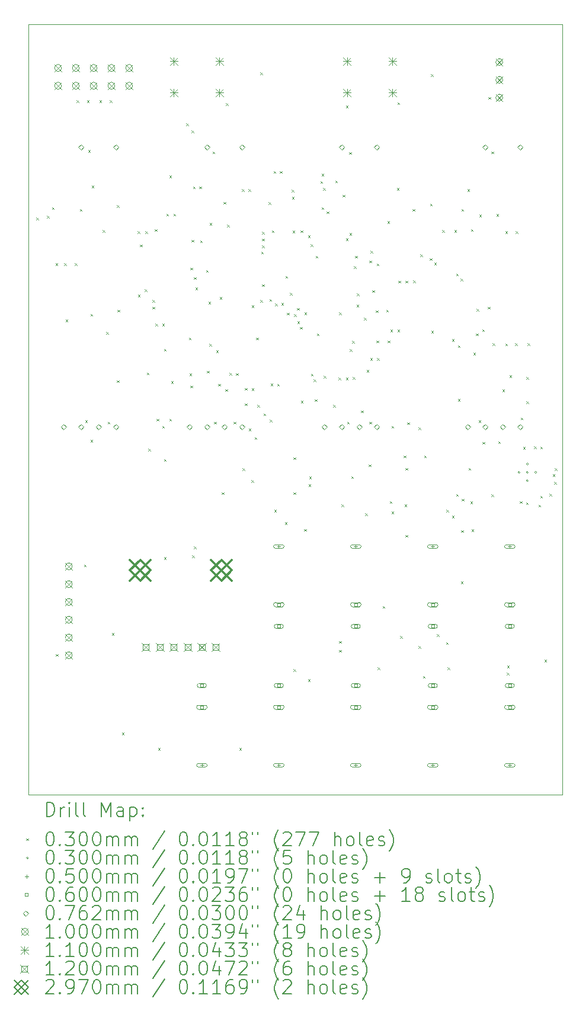
<source format=gbr>
%TF.GenerationSoftware,KiCad,Pcbnew,8.0.8*%
%TF.CreationDate,2025-01-25T01:21:13+01:00*%
%TF.ProjectId,aware01_h7,61776172-6530-4315-9f68-372e6b696361,rev?*%
%TF.SameCoordinates,Original*%
%TF.FileFunction,Drillmap*%
%TF.FilePolarity,Positive*%
%FSLAX45Y45*%
G04 Gerber Fmt 4.5, Leading zero omitted, Abs format (unit mm)*
G04 Created by KiCad (PCBNEW 8.0.8) date 2025-01-25 01:21:13*
%MOMM*%
%LPD*%
G01*
G04 APERTURE LIST*
%ADD10C,0.050000*%
%ADD11C,0.200000*%
%ADD12C,0.100000*%
%ADD13C,0.110000*%
%ADD14C,0.120000*%
%ADD15C,0.297000*%
G04 APERTURE END LIST*
D10*
X16175000Y-3550000D02*
X23800000Y-3550000D01*
X23800000Y-14550000D01*
X16175000Y-14550000D01*
X16175000Y-3550000D01*
D11*
D12*
X16285000Y-6310000D02*
X16315000Y-6340000D01*
X16315000Y-6310000D02*
X16285000Y-6340000D01*
X16435000Y-6285000D02*
X16465000Y-6315000D01*
X16465000Y-6285000D02*
X16435000Y-6315000D01*
X16510000Y-6160000D02*
X16540000Y-6190000D01*
X16540000Y-6160000D02*
X16510000Y-6190000D01*
X16560000Y-6960000D02*
X16590000Y-6990000D01*
X16590000Y-6960000D02*
X16560000Y-6990000D01*
X16565000Y-12545000D02*
X16595000Y-12575000D01*
X16595000Y-12545000D02*
X16565000Y-12575000D01*
X16685000Y-6960000D02*
X16715000Y-6990000D01*
X16715000Y-6960000D02*
X16685000Y-6990000D01*
X16705000Y-7765000D02*
X16735000Y-7795000D01*
X16735000Y-7765000D02*
X16705000Y-7795000D01*
X16835000Y-6960000D02*
X16865000Y-6990000D01*
X16865000Y-6960000D02*
X16835000Y-6990000D01*
X16860000Y-4635000D02*
X16890000Y-4665000D01*
X16890000Y-4635000D02*
X16860000Y-4665000D01*
X16907500Y-6185000D02*
X16937500Y-6215000D01*
X16937500Y-6185000D02*
X16907500Y-6215000D01*
X16965000Y-11265000D02*
X16995000Y-11295000D01*
X16995000Y-11265000D02*
X16965000Y-11295000D01*
X16985000Y-9205000D02*
X17015000Y-9235000D01*
X17015000Y-9205000D02*
X16985000Y-9235000D01*
X17010000Y-4635000D02*
X17040000Y-4665000D01*
X17040000Y-4635000D02*
X17010000Y-4665000D01*
X17025000Y-5345000D02*
X17055000Y-5375000D01*
X17055000Y-5345000D02*
X17025000Y-5375000D01*
X17060000Y-7685000D02*
X17090000Y-7715000D01*
X17090000Y-7685000D02*
X17060000Y-7715000D01*
X17060000Y-9485000D02*
X17090000Y-9515000D01*
X17090000Y-9485000D02*
X17060000Y-9515000D01*
X17077500Y-5852500D02*
X17107500Y-5882500D01*
X17107500Y-5852500D02*
X17077500Y-5882500D01*
X17185000Y-4635000D02*
X17215000Y-4665000D01*
X17215000Y-4635000D02*
X17185000Y-4665000D01*
X17235000Y-6485000D02*
X17265000Y-6515000D01*
X17265000Y-6485000D02*
X17235000Y-6515000D01*
X17285000Y-7945000D02*
X17315000Y-7975000D01*
X17315000Y-7945000D02*
X17285000Y-7975000D01*
X17285000Y-7945000D02*
X17315000Y-7975000D01*
X17315000Y-7945000D02*
X17285000Y-7975000D01*
X17305000Y-9225000D02*
X17335000Y-9255000D01*
X17335000Y-9225000D02*
X17305000Y-9255000D01*
X17335000Y-4635000D02*
X17365000Y-4665000D01*
X17365000Y-4635000D02*
X17335000Y-4665000D01*
X17365000Y-12245000D02*
X17395000Y-12275000D01*
X17395000Y-12245000D02*
X17365000Y-12275000D01*
X17435000Y-6130000D02*
X17465000Y-6160000D01*
X17465000Y-6130000D02*
X17435000Y-6160000D01*
X17435000Y-8635000D02*
X17465000Y-8665000D01*
X17465000Y-8635000D02*
X17435000Y-8665000D01*
X17445000Y-7625000D02*
X17475000Y-7655000D01*
X17475000Y-7625000D02*
X17445000Y-7655000D01*
X17510000Y-13665000D02*
X17540000Y-13695000D01*
X17540000Y-13665000D02*
X17510000Y-13695000D01*
X17732500Y-6505000D02*
X17762500Y-6535000D01*
X17762500Y-6505000D02*
X17732500Y-6535000D01*
X17735000Y-7410000D02*
X17765000Y-7440000D01*
X17765000Y-7410000D02*
X17735000Y-7440000D01*
X17765000Y-6695000D02*
X17795000Y-6725000D01*
X17795000Y-6695000D02*
X17765000Y-6725000D01*
X17835000Y-7335000D02*
X17865000Y-7365000D01*
X17865000Y-7335000D02*
X17835000Y-7365000D01*
X17845000Y-6505000D02*
X17875000Y-6535000D01*
X17875000Y-6505000D02*
X17845000Y-6535000D01*
X17865000Y-8525000D02*
X17895000Y-8555000D01*
X17895000Y-8525000D02*
X17865000Y-8555000D01*
X17885000Y-9610000D02*
X17915000Y-9640000D01*
X17915000Y-9610000D02*
X17885000Y-9640000D01*
X17945000Y-7485000D02*
X17975000Y-7515000D01*
X17975000Y-7485000D02*
X17945000Y-7515000D01*
X17945000Y-7585000D02*
X17975000Y-7615000D01*
X17975000Y-7585000D02*
X17945000Y-7615000D01*
X17976053Y-6475641D02*
X18006053Y-6505641D01*
X18006053Y-6475641D02*
X17976053Y-6505641D01*
X17985000Y-7825000D02*
X18015000Y-7855000D01*
X18015000Y-7825000D02*
X17985000Y-7855000D01*
X18005000Y-9185000D02*
X18035000Y-9215000D01*
X18035000Y-9185000D02*
X18005000Y-9215000D01*
X18025000Y-13885000D02*
X18055000Y-13915000D01*
X18055000Y-13885000D02*
X18025000Y-13915000D01*
X18085000Y-7825000D02*
X18115000Y-7855000D01*
X18115000Y-7825000D02*
X18085000Y-7855000D01*
X18085000Y-9285000D02*
X18115000Y-9315000D01*
X18115000Y-9285000D02*
X18085000Y-9315000D01*
X18110000Y-8185000D02*
X18140000Y-8215000D01*
X18140000Y-8185000D02*
X18110000Y-8215000D01*
X18110000Y-9760000D02*
X18140000Y-9790000D01*
X18140000Y-9760000D02*
X18110000Y-9790000D01*
X18110000Y-11160000D02*
X18140000Y-11190000D01*
X18140000Y-11160000D02*
X18110000Y-11190000D01*
X18145000Y-6255000D02*
X18175000Y-6285000D01*
X18175000Y-6255000D02*
X18145000Y-6285000D01*
X18185000Y-9185000D02*
X18215000Y-9215000D01*
X18215000Y-9185000D02*
X18185000Y-9215000D01*
X18187500Y-5707500D02*
X18217500Y-5737500D01*
X18217500Y-5707500D02*
X18187500Y-5737500D01*
X18210000Y-8645000D02*
X18240000Y-8675000D01*
X18240000Y-8645000D02*
X18210000Y-8675000D01*
X18245000Y-6255000D02*
X18275000Y-6285000D01*
X18275000Y-6255000D02*
X18245000Y-6285000D01*
X18425000Y-4965000D02*
X18455000Y-4995000D01*
X18455000Y-4965000D02*
X18425000Y-4995000D01*
X18465000Y-8025000D02*
X18495000Y-8055000D01*
X18495000Y-8025000D02*
X18465000Y-8055000D01*
X18475000Y-8535000D02*
X18505000Y-8565000D01*
X18505000Y-8535000D02*
X18475000Y-8565000D01*
X18485000Y-7025000D02*
X18515000Y-7055000D01*
X18515000Y-7025000D02*
X18485000Y-7055000D01*
X18485000Y-8710000D02*
X18515000Y-8740000D01*
X18515000Y-8710000D02*
X18485000Y-8740000D01*
X18505000Y-5065000D02*
X18535000Y-5095000D01*
X18535000Y-5065000D02*
X18505000Y-5095000D01*
X18505000Y-6625000D02*
X18535000Y-6655000D01*
X18535000Y-6625000D02*
X18505000Y-6655000D01*
X18510000Y-11135000D02*
X18540000Y-11165000D01*
X18540000Y-11135000D02*
X18510000Y-11165000D01*
X18525000Y-5865000D02*
X18555000Y-5895000D01*
X18555000Y-5865000D02*
X18525000Y-5895000D01*
X18535000Y-7160000D02*
X18565000Y-7190000D01*
X18565000Y-7160000D02*
X18535000Y-7190000D01*
X18535000Y-11010000D02*
X18565000Y-11040000D01*
X18565000Y-11010000D02*
X18535000Y-11040000D01*
X18560000Y-7310000D02*
X18590000Y-7340000D01*
X18590000Y-7310000D02*
X18560000Y-7340000D01*
X18615000Y-5865000D02*
X18645000Y-5895000D01*
X18645000Y-5865000D02*
X18615000Y-5895000D01*
X18625000Y-6635000D02*
X18655000Y-6665000D01*
X18655000Y-6635000D02*
X18625000Y-6665000D01*
X18710000Y-7060000D02*
X18740000Y-7090000D01*
X18740000Y-7060000D02*
X18710000Y-7090000D01*
X18722344Y-8497656D02*
X18752344Y-8527656D01*
X18752344Y-8497656D02*
X18722344Y-8527656D01*
X18745000Y-7510000D02*
X18775000Y-7540000D01*
X18775000Y-7510000D02*
X18745000Y-7540000D01*
X18755000Y-8115000D02*
X18785000Y-8145000D01*
X18785000Y-8115000D02*
X18755000Y-8145000D01*
X18760000Y-6385000D02*
X18790000Y-6415000D01*
X18790000Y-6385000D02*
X18760000Y-6415000D01*
X18805000Y-5365000D02*
X18835000Y-5395000D01*
X18835000Y-5365000D02*
X18805000Y-5395000D01*
X18825000Y-9225000D02*
X18855000Y-9255000D01*
X18855000Y-9225000D02*
X18825000Y-9255000D01*
X18855000Y-8205000D02*
X18885000Y-8235000D01*
X18885000Y-8205000D02*
X18855000Y-8235000D01*
X18885000Y-8685000D02*
X18915000Y-8715000D01*
X18915000Y-8685000D02*
X18885000Y-8715000D01*
X18906998Y-7441997D02*
X18936998Y-7471997D01*
X18936998Y-7441997D02*
X18906998Y-7471997D01*
X18935000Y-10235000D02*
X18965000Y-10265000D01*
X18965000Y-10235000D02*
X18935000Y-10265000D01*
X18960000Y-6085000D02*
X18990000Y-6115000D01*
X18990000Y-6085000D02*
X18960000Y-6115000D01*
X18985000Y-8760000D02*
X19015000Y-8790000D01*
X19015000Y-8760000D02*
X18985000Y-8790000D01*
X18995000Y-4675000D02*
X19025000Y-4705000D01*
X19025000Y-4675000D02*
X18995000Y-4705000D01*
X19010000Y-6410000D02*
X19040000Y-6440000D01*
X19040000Y-6410000D02*
X19010000Y-6440000D01*
X19043090Y-8525587D02*
X19073090Y-8555587D01*
X19073090Y-8525587D02*
X19043090Y-8555587D01*
X19105000Y-9225000D02*
X19135000Y-9255000D01*
X19135000Y-9225000D02*
X19105000Y-9255000D01*
X19138741Y-8533759D02*
X19168741Y-8563759D01*
X19168741Y-8533759D02*
X19138741Y-8563759D01*
X19185000Y-13885000D02*
X19215000Y-13915000D01*
X19215000Y-13885000D02*
X19185000Y-13915000D01*
X19225000Y-5905000D02*
X19255000Y-5935000D01*
X19255000Y-5905000D02*
X19225000Y-5935000D01*
X19232500Y-9892500D02*
X19262500Y-9922500D01*
X19262500Y-9892500D02*
X19232500Y-9922500D01*
X19265000Y-8745000D02*
X19295000Y-8775000D01*
X19295000Y-8745000D02*
X19265000Y-8775000D01*
X19265000Y-8965000D02*
X19295000Y-8995000D01*
X19295000Y-8965000D02*
X19265000Y-8995000D01*
X19315000Y-5905000D02*
X19345000Y-5935000D01*
X19345000Y-5905000D02*
X19315000Y-5935000D01*
X19321360Y-9321360D02*
X19351360Y-9351360D01*
X19351360Y-9321360D02*
X19321360Y-9351360D01*
X19360000Y-10060000D02*
X19390000Y-10090000D01*
X19390000Y-10060000D02*
X19360000Y-10090000D01*
X19362384Y-7561379D02*
X19392384Y-7591379D01*
X19392384Y-7561379D02*
X19362384Y-7591379D01*
X19362500Y-8747500D02*
X19392500Y-8777500D01*
X19392500Y-8747500D02*
X19362500Y-8777500D01*
X19405000Y-9445000D02*
X19435000Y-9475000D01*
X19435000Y-9445000D02*
X19405000Y-9475000D01*
X19425000Y-8025000D02*
X19455000Y-8055000D01*
X19455000Y-8025000D02*
X19425000Y-8055000D01*
X19445000Y-8985000D02*
X19475000Y-9015000D01*
X19475000Y-8985000D02*
X19445000Y-9015000D01*
X19485000Y-4235000D02*
X19515000Y-4265000D01*
X19515000Y-4235000D02*
X19485000Y-4265000D01*
X19485000Y-7485000D02*
X19515000Y-7515000D01*
X19515000Y-7485000D02*
X19485000Y-7515000D01*
X19499142Y-6795858D02*
X19529142Y-6825858D01*
X19529142Y-6795858D02*
X19499142Y-6825858D01*
X19509498Y-6510502D02*
X19539498Y-6540502D01*
X19539498Y-6510502D02*
X19509498Y-6540502D01*
X19510000Y-6610000D02*
X19540000Y-6640000D01*
X19540000Y-6610000D02*
X19510000Y-6640000D01*
X19510000Y-7260000D02*
X19540000Y-7290000D01*
X19540000Y-7260000D02*
X19510000Y-7290000D01*
X19510434Y-6706569D02*
X19540434Y-6736569D01*
X19540434Y-6706569D02*
X19510434Y-6736569D01*
X19531678Y-9107683D02*
X19561678Y-9137683D01*
X19561678Y-9107683D02*
X19531678Y-9137683D01*
X19605000Y-6090000D02*
X19635000Y-6120000D01*
X19635000Y-6090000D02*
X19605000Y-6120000D01*
X19615000Y-7475000D02*
X19645000Y-7505000D01*
X19645000Y-7475000D02*
X19615000Y-7505000D01*
X19621998Y-9198003D02*
X19651998Y-9228003D01*
X19651998Y-9198003D02*
X19621998Y-9228003D01*
X19635139Y-8680000D02*
X19665139Y-8710000D01*
X19665139Y-8680000D02*
X19635139Y-8710000D01*
X19649498Y-6490000D02*
X19679498Y-6520000D01*
X19679498Y-6490000D02*
X19649498Y-6520000D01*
X19675000Y-5645000D02*
X19705000Y-5675000D01*
X19705000Y-5645000D02*
X19675000Y-5675000D01*
X19685000Y-10485000D02*
X19715000Y-10515000D01*
X19715000Y-10485000D02*
X19685000Y-10515000D01*
X19695139Y-7535000D02*
X19725139Y-7565000D01*
X19725139Y-7535000D02*
X19695139Y-7565000D01*
X19725000Y-8685000D02*
X19755000Y-8715000D01*
X19755000Y-8685000D02*
X19725000Y-8715000D01*
X19765000Y-5645000D02*
X19795000Y-5675000D01*
X19795000Y-5645000D02*
X19765000Y-5675000D01*
X19785000Y-7530000D02*
X19815000Y-7560000D01*
X19815000Y-7530000D02*
X19785000Y-7560000D01*
X19835000Y-10660000D02*
X19865000Y-10690000D01*
X19865000Y-10660000D02*
X19835000Y-10690000D01*
X19845000Y-7145000D02*
X19875000Y-7175000D01*
X19875000Y-7145000D02*
X19845000Y-7175000D01*
X19864616Y-7668617D02*
X19894616Y-7698617D01*
X19894616Y-7668617D02*
X19864616Y-7698617D01*
X19910000Y-7385000D02*
X19940000Y-7415000D01*
X19940000Y-7385000D02*
X19910000Y-7415000D01*
X19935000Y-5910000D02*
X19965000Y-5940000D01*
X19965000Y-5910000D02*
X19935000Y-5940000D01*
X19939636Y-6014636D02*
X19969636Y-6044636D01*
X19969636Y-6014636D02*
X19939636Y-6044636D01*
X19946998Y-6496997D02*
X19976998Y-6526997D01*
X19976998Y-6496997D02*
X19946998Y-6526997D01*
X19960000Y-9735000D02*
X19990000Y-9765000D01*
X19990000Y-9735000D02*
X19960000Y-9765000D01*
X19960000Y-10235000D02*
X19990000Y-10265000D01*
X19990000Y-10235000D02*
X19960000Y-10265000D01*
X19960000Y-12760000D02*
X19990000Y-12790000D01*
X19990000Y-12760000D02*
X19960000Y-12790000D01*
X19968273Y-7688273D02*
X19998273Y-7718273D01*
X19998273Y-7688273D02*
X19968273Y-7718273D01*
X20010000Y-7600000D02*
X20040000Y-7630000D01*
X20040000Y-7600000D02*
X20010000Y-7630000D01*
X20014244Y-7789244D02*
X20044244Y-7819244D01*
X20044244Y-7789244D02*
X20014244Y-7819244D01*
X20050579Y-7871584D02*
X20080579Y-7901584D01*
X20080579Y-7871584D02*
X20050579Y-7901584D01*
X20060000Y-6491726D02*
X20090000Y-6521726D01*
X20090000Y-6491726D02*
X20060000Y-6521726D01*
X20065000Y-8925000D02*
X20095000Y-8955000D01*
X20095000Y-8925000D02*
X20065000Y-8955000D01*
X20110000Y-10760000D02*
X20140000Y-10790000D01*
X20140000Y-10760000D02*
X20110000Y-10790000D01*
X20115000Y-7665000D02*
X20145000Y-7695000D01*
X20145000Y-7665000D02*
X20115000Y-7695000D01*
X20165000Y-6565000D02*
X20195000Y-6595000D01*
X20195000Y-6565000D02*
X20165000Y-6595000D01*
X20165000Y-12905000D02*
X20195000Y-12935000D01*
X20195000Y-12905000D02*
X20165000Y-12935000D01*
X20175533Y-10119467D02*
X20205533Y-10149467D01*
X20205533Y-10119467D02*
X20175533Y-10149467D01*
X20185000Y-10010000D02*
X20215000Y-10040000D01*
X20215000Y-10010000D02*
X20185000Y-10040000D01*
X20205191Y-6689809D02*
X20235191Y-6719809D01*
X20235191Y-6689809D02*
X20205191Y-6719809D01*
X20208499Y-8540000D02*
X20238499Y-8570000D01*
X20238499Y-8540000D02*
X20208499Y-8570000D01*
X20245870Y-8621875D02*
X20275870Y-8651875D01*
X20275870Y-8621875D02*
X20245870Y-8651875D01*
X20265000Y-8905000D02*
X20295000Y-8935000D01*
X20295000Y-8905000D02*
X20265000Y-8935000D01*
X20275000Y-6855000D02*
X20305000Y-6885000D01*
X20305000Y-6855000D02*
X20275000Y-6885000D01*
X20295000Y-7965000D02*
X20325000Y-7995000D01*
X20325000Y-7965000D02*
X20295000Y-7995000D01*
X20345000Y-5787500D02*
X20375000Y-5817500D01*
X20375000Y-5787500D02*
X20345000Y-5817500D01*
X20360000Y-5685000D02*
X20390000Y-5715000D01*
X20390000Y-5685000D02*
X20360000Y-5715000D01*
X20360000Y-6160000D02*
X20390000Y-6190000D01*
X20390000Y-6160000D02*
X20360000Y-6190000D01*
X20385000Y-5885000D02*
X20415000Y-5915000D01*
X20415000Y-5885000D02*
X20385000Y-5915000D01*
X20390993Y-8569007D02*
X20420993Y-8599007D01*
X20420993Y-8569007D02*
X20390993Y-8599007D01*
X20435574Y-6218828D02*
X20465574Y-6248828D01*
X20465574Y-6218828D02*
X20435574Y-6248828D01*
X20525000Y-8985000D02*
X20555000Y-9015000D01*
X20555000Y-8985000D02*
X20525000Y-9015000D01*
X20558003Y-5781997D02*
X20588003Y-5811997D01*
X20588003Y-5781997D02*
X20558003Y-5811997D01*
X20605000Y-8595000D02*
X20635000Y-8625000D01*
X20635000Y-8595000D02*
X20605000Y-8625000D01*
X20610000Y-7665000D02*
X20640000Y-7695000D01*
X20640000Y-7665000D02*
X20610000Y-7695000D01*
X20610000Y-12360000D02*
X20640000Y-12390000D01*
X20640000Y-12360000D02*
X20610000Y-12390000D01*
X20610000Y-12485000D02*
X20640000Y-12515000D01*
X20640000Y-12485000D02*
X20610000Y-12515000D01*
X20645000Y-10405000D02*
X20675000Y-10435000D01*
X20675000Y-10405000D02*
X20645000Y-10435000D01*
X20660000Y-5985000D02*
X20690000Y-6015000D01*
X20690000Y-5985000D02*
X20660000Y-6015000D01*
X20708941Y-6606077D02*
X20738941Y-6636077D01*
X20738941Y-6606077D02*
X20708941Y-6636077D01*
X20710000Y-4710000D02*
X20740000Y-4740000D01*
X20740000Y-4710000D02*
X20710000Y-4740000D01*
X20710000Y-8595000D02*
X20740000Y-8625000D01*
X20740000Y-8595000D02*
X20710000Y-8625000D01*
X20725000Y-9225000D02*
X20755000Y-9255000D01*
X20755000Y-9225000D02*
X20725000Y-9255000D01*
X20755000Y-5375000D02*
X20785000Y-5405000D01*
X20785000Y-5375000D02*
X20755000Y-5405000D01*
X20760000Y-6530000D02*
X20790000Y-6560000D01*
X20790000Y-6530000D02*
X20760000Y-6560000D01*
X20765000Y-8190000D02*
X20795000Y-8220000D01*
X20795000Y-8190000D02*
X20765000Y-8220000D01*
X20785000Y-10005000D02*
X20815000Y-10035000D01*
X20815000Y-10005000D02*
X20785000Y-10035000D01*
X20797500Y-8072500D02*
X20827500Y-8102500D01*
X20827500Y-8072500D02*
X20797500Y-8102500D01*
X20805000Y-8585000D02*
X20835000Y-8615000D01*
X20835000Y-8585000D02*
X20805000Y-8615000D01*
X20825000Y-7005000D02*
X20855000Y-7035000D01*
X20855000Y-7005000D02*
X20825000Y-7035000D01*
X20837966Y-6856029D02*
X20867966Y-6886029D01*
X20867966Y-6856029D02*
X20837966Y-6886029D01*
X20860000Y-7552500D02*
X20890000Y-7582500D01*
X20890000Y-7552500D02*
X20860000Y-7582500D01*
X20865028Y-7395000D02*
X20895028Y-7425000D01*
X20895028Y-7395000D02*
X20865028Y-7425000D01*
X20925000Y-9065000D02*
X20955000Y-9095000D01*
X20955000Y-9065000D02*
X20925000Y-9095000D01*
X20965000Y-7742500D02*
X20995000Y-7772500D01*
X20995000Y-7742500D02*
X20965000Y-7772500D01*
X20985000Y-10535000D02*
X21015000Y-10565000D01*
X21015000Y-10535000D02*
X20985000Y-10565000D01*
X21005555Y-8485000D02*
X21035555Y-8515000D01*
X21035555Y-8485000D02*
X21005555Y-8515000D01*
X21035000Y-9835000D02*
X21065000Y-9865000D01*
X21065000Y-9835000D02*
X21035000Y-9865000D01*
X21045000Y-6925000D02*
X21075000Y-6955000D01*
X21075000Y-6925000D02*
X21045000Y-6955000D01*
X21045000Y-9225000D02*
X21075000Y-9255000D01*
X21075000Y-9225000D02*
X21045000Y-9255000D01*
X21055000Y-8315000D02*
X21085000Y-8345000D01*
X21085000Y-8315000D02*
X21055000Y-8345000D01*
X21060000Y-6785000D02*
X21090000Y-6815000D01*
X21090000Y-6785000D02*
X21060000Y-6815000D01*
X21083880Y-7346348D02*
X21113880Y-7376348D01*
X21113880Y-7346348D02*
X21083880Y-7376348D01*
X21135000Y-7635000D02*
X21165000Y-7665000D01*
X21165000Y-7635000D02*
X21135000Y-7665000D01*
X21145000Y-8065000D02*
X21175000Y-8095000D01*
X21175000Y-8065000D02*
X21145000Y-8095000D01*
X21150623Y-6965000D02*
X21180623Y-6995000D01*
X21180623Y-6965000D02*
X21150623Y-6995000D01*
X21155000Y-8315000D02*
X21185000Y-8345000D01*
X21185000Y-8315000D02*
X21155000Y-8345000D01*
X21160000Y-12735000D02*
X21190000Y-12765000D01*
X21190000Y-12735000D02*
X21160000Y-12765000D01*
X21235000Y-11860000D02*
X21265000Y-11890000D01*
X21265000Y-11860000D02*
X21235000Y-11890000D01*
X21285000Y-7625000D02*
X21315000Y-7655000D01*
X21315000Y-7625000D02*
X21285000Y-7655000D01*
X21300498Y-6359502D02*
X21330498Y-6389502D01*
X21330498Y-6359502D02*
X21300498Y-6389502D01*
X21305000Y-8065000D02*
X21335000Y-8095000D01*
X21335000Y-8065000D02*
X21305000Y-8095000D01*
X21335000Y-10360000D02*
X21365000Y-10390000D01*
X21365000Y-10360000D02*
X21335000Y-10390000D01*
X21342575Y-7907927D02*
X21372575Y-7937927D01*
X21372575Y-7907927D02*
X21342575Y-7937927D01*
X21360000Y-9285000D02*
X21390000Y-9315000D01*
X21390000Y-9285000D02*
X21360000Y-9315000D01*
X21360000Y-10510000D02*
X21390000Y-10540000D01*
X21390000Y-10510000D02*
X21360000Y-10540000D01*
X21435000Y-5885000D02*
X21465000Y-5915000D01*
X21465000Y-5885000D02*
X21435000Y-5915000D01*
X21445000Y-4662500D02*
X21475000Y-4692500D01*
X21475000Y-4662500D02*
X21445000Y-4692500D01*
X21445000Y-7911357D02*
X21475000Y-7941357D01*
X21475000Y-7911357D02*
X21445000Y-7941357D01*
X21460000Y-7210000D02*
X21490000Y-7240000D01*
X21490000Y-7210000D02*
X21460000Y-7240000D01*
X21485000Y-12285000D02*
X21515000Y-12315000D01*
X21515000Y-12285000D02*
X21485000Y-12315000D01*
X21535000Y-9710000D02*
X21565000Y-9740000D01*
X21565000Y-9710000D02*
X21535000Y-9740000D01*
X21545000Y-10405000D02*
X21575000Y-10435000D01*
X21575000Y-10405000D02*
X21545000Y-10435000D01*
X21560000Y-7210000D02*
X21590000Y-7240000D01*
X21590000Y-7210000D02*
X21560000Y-7240000D01*
X21560000Y-9885000D02*
X21590000Y-9915000D01*
X21590000Y-9885000D02*
X21560000Y-9915000D01*
X21560000Y-10842500D02*
X21590000Y-10872500D01*
X21590000Y-10842500D02*
X21560000Y-10872500D01*
X21585000Y-9236005D02*
X21615000Y-9266005D01*
X21615000Y-9236005D02*
X21585000Y-9266005D01*
X21660000Y-6185000D02*
X21690000Y-6215000D01*
X21690000Y-6185000D02*
X21660000Y-6215000D01*
X21670295Y-7205000D02*
X21700295Y-7235000D01*
X21700295Y-7205000D02*
X21670295Y-7235000D01*
X21745000Y-9306005D02*
X21775000Y-9336005D01*
X21775000Y-9306005D02*
X21745000Y-9336005D01*
X21745000Y-12432500D02*
X21775000Y-12462500D01*
X21775000Y-12432500D02*
X21745000Y-12462500D01*
X21769294Y-6836331D02*
X21799294Y-6866331D01*
X21799294Y-6836331D02*
X21769294Y-6866331D01*
X21810000Y-12860000D02*
X21840000Y-12890000D01*
X21840000Y-12860000D02*
X21810000Y-12890000D01*
X21825000Y-9710000D02*
X21855000Y-9740000D01*
X21855000Y-9710000D02*
X21825000Y-9740000D01*
X21905936Y-6890000D02*
X21935936Y-6920000D01*
X21935936Y-6890000D02*
X21905936Y-6920000D01*
X21910000Y-6110000D02*
X21940000Y-6140000D01*
X21940000Y-6110000D02*
X21910000Y-6140000D01*
X21925000Y-4260000D02*
X21955000Y-4290000D01*
X21955000Y-4260000D02*
X21925000Y-4290000D01*
X21926036Y-7926035D02*
X21956036Y-7956035D01*
X21956036Y-7926035D02*
X21926036Y-7956035D01*
X21970756Y-6955000D02*
X22000756Y-6985000D01*
X22000756Y-6955000D02*
X21970756Y-6985000D01*
X22010000Y-12260000D02*
X22040000Y-12290000D01*
X22040000Y-12260000D02*
X22010000Y-12290000D01*
X22085000Y-6485000D02*
X22115000Y-6515000D01*
X22115000Y-6485000D02*
X22085000Y-6515000D01*
X22140800Y-12375500D02*
X22170800Y-12405500D01*
X22170800Y-12375500D02*
X22140800Y-12405500D01*
X22145000Y-10485000D02*
X22175000Y-10515000D01*
X22175000Y-10485000D02*
X22145000Y-10515000D01*
X22160000Y-12735000D02*
X22190000Y-12765000D01*
X22190000Y-12735000D02*
X22160000Y-12765000D01*
X22225000Y-8045000D02*
X22255000Y-8075000D01*
X22255000Y-8045000D02*
X22225000Y-8075000D01*
X22225000Y-10570000D02*
X22255000Y-10600000D01*
X22255000Y-10570000D02*
X22225000Y-10600000D01*
X22260000Y-6485000D02*
X22290000Y-6515000D01*
X22290000Y-6485000D02*
X22260000Y-6515000D01*
X22285000Y-7110000D02*
X22315000Y-7140000D01*
X22315000Y-7110000D02*
X22285000Y-7140000D01*
X22285000Y-10260000D02*
X22315000Y-10290000D01*
X22315000Y-10260000D02*
X22285000Y-10290000D01*
X22309375Y-8900625D02*
X22339375Y-8930625D01*
X22339375Y-8900625D02*
X22309375Y-8930625D01*
X22310000Y-8135000D02*
X22340000Y-8165000D01*
X22340000Y-8135000D02*
X22310000Y-8165000D01*
X22348003Y-7180000D02*
X22378002Y-7210000D01*
X22378002Y-7180000D02*
X22348003Y-7210000D01*
X22350000Y-11510000D02*
X22380000Y-11540000D01*
X22380000Y-11510000D02*
X22350000Y-11540000D01*
X22355000Y-10775000D02*
X22385000Y-10805000D01*
X22385000Y-10775000D02*
X22355000Y-10805000D01*
X22360000Y-6185000D02*
X22390000Y-6215000D01*
X22390000Y-6185000D02*
X22360000Y-6215000D01*
X22365000Y-10325000D02*
X22395000Y-10355000D01*
X22395000Y-10325000D02*
X22365000Y-10355000D01*
X22445000Y-5905000D02*
X22475000Y-5935000D01*
X22475000Y-5905000D02*
X22445000Y-5935000D01*
X22462500Y-9887500D02*
X22492500Y-9917500D01*
X22492500Y-9887500D02*
X22462500Y-9917500D01*
X22485000Y-10365000D02*
X22515000Y-10395000D01*
X22515000Y-10365000D02*
X22485000Y-10395000D01*
X22495000Y-6475000D02*
X22525000Y-6505000D01*
X22525000Y-6475000D02*
X22495000Y-6505000D01*
X22505000Y-10765000D02*
X22535000Y-10795000D01*
X22535000Y-10765000D02*
X22505000Y-10795000D01*
X22529497Y-8239497D02*
X22559497Y-8269497D01*
X22559497Y-8239497D02*
X22529497Y-8269497D01*
X22565000Y-7965000D02*
X22595000Y-7995000D01*
X22595000Y-7965000D02*
X22565000Y-7995000D01*
X22575000Y-7615000D02*
X22605000Y-7645000D01*
X22605000Y-7615000D02*
X22575000Y-7645000D01*
X22605000Y-9205000D02*
X22635000Y-9235000D01*
X22635000Y-9205000D02*
X22605000Y-9235000D01*
X22615000Y-6265000D02*
X22645000Y-6295000D01*
X22645000Y-6265000D02*
X22615000Y-6295000D01*
X22657032Y-7907032D02*
X22687032Y-7937032D01*
X22687032Y-7907032D02*
X22657032Y-7937032D01*
X22660000Y-9512500D02*
X22690000Y-9542500D01*
X22690000Y-9512500D02*
X22660000Y-9542500D01*
X22735000Y-7585000D02*
X22765000Y-7615000D01*
X22765000Y-7585000D02*
X22735000Y-7615000D01*
X22745000Y-4585000D02*
X22775000Y-4615000D01*
X22775000Y-4585000D02*
X22745000Y-4615000D01*
X22785000Y-5365000D02*
X22815000Y-5395000D01*
X22815000Y-5365000D02*
X22785000Y-5395000D01*
X22785000Y-10265000D02*
X22815000Y-10295000D01*
X22815000Y-10265000D02*
X22785000Y-10295000D01*
X22805000Y-8105000D02*
X22835000Y-8135000D01*
X22835000Y-8105000D02*
X22805000Y-8135000D01*
X22860000Y-6260000D02*
X22890000Y-6290000D01*
X22890000Y-6260000D02*
X22860000Y-6290000D01*
X22885000Y-9505000D02*
X22915000Y-9535000D01*
X22915000Y-9505000D02*
X22885000Y-9535000D01*
X22945000Y-8765000D02*
X22975000Y-8795000D01*
X22975000Y-8765000D02*
X22945000Y-8795000D01*
X22985000Y-6505000D02*
X23015000Y-6535000D01*
X23015000Y-6505000D02*
X22985000Y-6535000D01*
X22987500Y-8107500D02*
X23017500Y-8137500D01*
X23017500Y-8107500D02*
X22987500Y-8137500D01*
X23007000Y-12813000D02*
X23037000Y-12843000D01*
X23037000Y-12813000D02*
X23007000Y-12843000D01*
X23010000Y-12710000D02*
X23040000Y-12740000D01*
X23040000Y-12710000D02*
X23010000Y-12740000D01*
X23045000Y-8560000D02*
X23075000Y-8590000D01*
X23075000Y-8560000D02*
X23045000Y-8590000D01*
X23125000Y-8105000D02*
X23155000Y-8135000D01*
X23155000Y-8105000D02*
X23125000Y-8135000D01*
X23135000Y-6505000D02*
X23165000Y-6535000D01*
X23165000Y-6505000D02*
X23135000Y-6535000D01*
X23193370Y-10360000D02*
X23223370Y-10390000D01*
X23223370Y-10360000D02*
X23193370Y-10390000D01*
X23205000Y-9165000D02*
X23235000Y-9195000D01*
X23235000Y-9165000D02*
X23205000Y-9195000D01*
X23240000Y-9585000D02*
X23270000Y-9615000D01*
X23270000Y-9585000D02*
X23240000Y-9615000D01*
X23282950Y-10378971D02*
X23312950Y-10408971D01*
X23312950Y-10378971D02*
X23282950Y-10408971D01*
X23287500Y-8585000D02*
X23317500Y-8615000D01*
X23317500Y-8585000D02*
X23287500Y-8615000D01*
X23287500Y-8932500D02*
X23317500Y-8962500D01*
X23317500Y-8932500D02*
X23287500Y-8962500D01*
X23305000Y-8105000D02*
X23335000Y-8135000D01*
X23335000Y-8105000D02*
X23305000Y-8135000D01*
X23397390Y-9578695D02*
X23427390Y-9608695D01*
X23427390Y-9578695D02*
X23397390Y-9608695D01*
X23460000Y-10410000D02*
X23490000Y-10440000D01*
X23490000Y-10410000D02*
X23460000Y-10440000D01*
X23485000Y-10285000D02*
X23515000Y-10315000D01*
X23515000Y-10285000D02*
X23485000Y-10315000D01*
X23487500Y-9582500D02*
X23517500Y-9612500D01*
X23517500Y-9582500D02*
X23487500Y-9612500D01*
X23545000Y-12625000D02*
X23575000Y-12655000D01*
X23575000Y-12625000D02*
X23545000Y-12655000D01*
X23615000Y-10255000D02*
X23645000Y-10285000D01*
X23645000Y-10255000D02*
X23615000Y-10285000D01*
X23663461Y-9974618D02*
X23693461Y-10004618D01*
X23693461Y-9974618D02*
X23663461Y-10004618D01*
X23685000Y-10085000D02*
X23715000Y-10115000D01*
X23715000Y-10085000D02*
X23685000Y-10115000D01*
X23692432Y-9889409D02*
X23722432Y-9919409D01*
X23722432Y-9889409D02*
X23692432Y-9919409D01*
X23195000Y-9950000D02*
G75*
G02*
X23165000Y-9950000I-15000J0D01*
G01*
X23165000Y-9950000D02*
G75*
G02*
X23195000Y-9950000I15000J0D01*
G01*
X23315000Y-9830000D02*
G75*
G02*
X23285000Y-9830000I-15000J0D01*
G01*
X23285000Y-9830000D02*
G75*
G02*
X23315000Y-9830000I15000J0D01*
G01*
X23315000Y-9950000D02*
G75*
G02*
X23285000Y-9950000I-15000J0D01*
G01*
X23285000Y-9950000D02*
G75*
G02*
X23315000Y-9950000I15000J0D01*
G01*
X23315000Y-10070000D02*
G75*
G02*
X23285000Y-10070000I-15000J0D01*
G01*
X23285000Y-10070000D02*
G75*
G02*
X23315000Y-10070000I15000J0D01*
G01*
X23435000Y-9950000D02*
G75*
G02*
X23405000Y-9950000I-15000J0D01*
G01*
X23405000Y-9950000D02*
G75*
G02*
X23435000Y-9950000I15000J0D01*
G01*
X18650000Y-14109000D02*
X18650000Y-14159000D01*
X18625000Y-14134000D02*
X18675000Y-14134000D01*
X18700000Y-14109000D02*
X18600000Y-14109000D01*
X18600000Y-14159000D02*
G75*
G02*
X18600000Y-14109000I0J25000D01*
G01*
X18600000Y-14159000D02*
X18700000Y-14159000D01*
X18700000Y-14159000D02*
G75*
G03*
X18700000Y-14109000I0J25000D01*
G01*
X19750000Y-10983000D02*
X19750000Y-11033000D01*
X19725000Y-11008000D02*
X19775000Y-11008000D01*
X19700000Y-11033000D02*
X19800000Y-11033000D01*
X19800000Y-10983000D02*
G75*
G02*
X19800000Y-11033000I0J-25000D01*
G01*
X19800000Y-10983000D02*
X19700000Y-10983000D01*
X19700000Y-10983000D02*
G75*
G03*
X19700000Y-11033000I0J-25000D01*
G01*
X19750000Y-14109000D02*
X19750000Y-14159000D01*
X19725000Y-14134000D02*
X19775000Y-14134000D01*
X19800000Y-14109000D02*
X19700000Y-14109000D01*
X19700000Y-14159000D02*
G75*
G02*
X19700000Y-14109000I0J25000D01*
G01*
X19700000Y-14159000D02*
X19800000Y-14159000D01*
X19800000Y-14159000D02*
G75*
G03*
X19800000Y-14109000I0J25000D01*
G01*
X20850000Y-10983000D02*
X20850000Y-11033000D01*
X20825000Y-11008000D02*
X20875000Y-11008000D01*
X20800000Y-11033000D02*
X20900000Y-11033000D01*
X20900000Y-10983000D02*
G75*
G02*
X20900000Y-11033000I0J-25000D01*
G01*
X20900000Y-10983000D02*
X20800000Y-10983000D01*
X20800000Y-10983000D02*
G75*
G03*
X20800000Y-11033000I0J-25000D01*
G01*
X20850000Y-14109000D02*
X20850000Y-14159000D01*
X20825000Y-14134000D02*
X20875000Y-14134000D01*
X20900000Y-14109000D02*
X20800000Y-14109000D01*
X20800000Y-14159000D02*
G75*
G02*
X20800000Y-14109000I0J25000D01*
G01*
X20800000Y-14159000D02*
X20900000Y-14159000D01*
X20900000Y-14159000D02*
G75*
G03*
X20900000Y-14109000I0J25000D01*
G01*
X21950000Y-10983000D02*
X21950000Y-11033000D01*
X21925000Y-11008000D02*
X21975000Y-11008000D01*
X21900000Y-11033000D02*
X22000000Y-11033000D01*
X22000000Y-10983000D02*
G75*
G02*
X22000000Y-11033000I0J-25000D01*
G01*
X22000000Y-10983000D02*
X21900000Y-10983000D01*
X21900000Y-10983000D02*
G75*
G03*
X21900000Y-11033000I0J-25000D01*
G01*
X21950000Y-14109000D02*
X21950000Y-14159000D01*
X21925000Y-14134000D02*
X21975000Y-14134000D01*
X22000000Y-14109000D02*
X21900000Y-14109000D01*
X21900000Y-14159000D02*
G75*
G02*
X21900000Y-14109000I0J25000D01*
G01*
X21900000Y-14159000D02*
X22000000Y-14159000D01*
X22000000Y-14159000D02*
G75*
G03*
X22000000Y-14109000I0J25000D01*
G01*
X23050000Y-10983000D02*
X23050000Y-11033000D01*
X23025000Y-11008000D02*
X23075000Y-11008000D01*
X23000000Y-11033000D02*
X23100000Y-11033000D01*
X23100000Y-10983000D02*
G75*
G02*
X23100000Y-11033000I0J-25000D01*
G01*
X23100000Y-10983000D02*
X23000000Y-10983000D01*
X23000000Y-10983000D02*
G75*
G03*
X23000000Y-11033000I0J-25000D01*
G01*
X23050000Y-14109000D02*
X23050000Y-14159000D01*
X23025000Y-14134000D02*
X23075000Y-14134000D01*
X23100000Y-14109000D02*
X23000000Y-14109000D01*
X23000000Y-14159000D02*
G75*
G02*
X23000000Y-14109000I0J25000D01*
G01*
X23000000Y-14159000D02*
X23100000Y-14159000D01*
X23100000Y-14159000D02*
G75*
G03*
X23100000Y-14109000I0J25000D01*
G01*
X18671213Y-13015213D02*
X18671213Y-12972787D01*
X18628787Y-12972787D01*
X18628787Y-13015213D01*
X18671213Y-13015213D01*
X18685000Y-12964000D02*
X18615000Y-12964000D01*
X18615000Y-13024000D02*
G75*
G02*
X18615000Y-12964000I0J30000D01*
G01*
X18615000Y-13024000D02*
X18685000Y-13024000D01*
X18685000Y-13024000D02*
G75*
G03*
X18685000Y-12964000I0J30000D01*
G01*
X18671213Y-13325213D02*
X18671213Y-13282787D01*
X18628787Y-13282787D01*
X18628787Y-13325213D01*
X18671213Y-13325213D01*
X18695000Y-13274000D02*
X18605000Y-13274000D01*
X18605000Y-13334000D02*
G75*
G02*
X18605000Y-13274000I0J30000D01*
G01*
X18605000Y-13334000D02*
X18695000Y-13334000D01*
X18695000Y-13334000D02*
G75*
G03*
X18695000Y-13274000I0J30000D01*
G01*
X19771213Y-11859213D02*
X19771213Y-11816787D01*
X19728787Y-11816787D01*
X19728787Y-11859213D01*
X19771213Y-11859213D01*
X19705000Y-11868000D02*
X19795000Y-11868000D01*
X19795000Y-11808000D02*
G75*
G02*
X19795000Y-11868000I0J-30000D01*
G01*
X19795000Y-11808000D02*
X19705000Y-11808000D01*
X19705000Y-11808000D02*
G75*
G03*
X19705000Y-11868000I0J-30000D01*
G01*
X19771213Y-12169213D02*
X19771213Y-12126787D01*
X19728787Y-12126787D01*
X19728787Y-12169213D01*
X19771213Y-12169213D01*
X19715000Y-12178000D02*
X19785000Y-12178000D01*
X19785000Y-12118000D02*
G75*
G02*
X19785000Y-12178000I0J-30000D01*
G01*
X19785000Y-12118000D02*
X19715000Y-12118000D01*
X19715000Y-12118000D02*
G75*
G03*
X19715000Y-12178000I0J-30000D01*
G01*
X19771213Y-13015213D02*
X19771213Y-12972787D01*
X19728787Y-12972787D01*
X19728787Y-13015213D01*
X19771213Y-13015213D01*
X19785000Y-12964000D02*
X19715000Y-12964000D01*
X19715000Y-13024000D02*
G75*
G02*
X19715000Y-12964000I0J30000D01*
G01*
X19715000Y-13024000D02*
X19785000Y-13024000D01*
X19785000Y-13024000D02*
G75*
G03*
X19785000Y-12964000I0J30000D01*
G01*
X19771213Y-13325213D02*
X19771213Y-13282787D01*
X19728787Y-13282787D01*
X19728787Y-13325213D01*
X19771213Y-13325213D01*
X19795000Y-13274000D02*
X19705000Y-13274000D01*
X19705000Y-13334000D02*
G75*
G02*
X19705000Y-13274000I0J30000D01*
G01*
X19705000Y-13334000D02*
X19795000Y-13334000D01*
X19795000Y-13334000D02*
G75*
G03*
X19795000Y-13274000I0J30000D01*
G01*
X20871213Y-11859213D02*
X20871213Y-11816787D01*
X20828787Y-11816787D01*
X20828787Y-11859213D01*
X20871213Y-11859213D01*
X20805000Y-11868000D02*
X20895000Y-11868000D01*
X20895000Y-11808000D02*
G75*
G02*
X20895000Y-11868000I0J-30000D01*
G01*
X20895000Y-11808000D02*
X20805000Y-11808000D01*
X20805000Y-11808000D02*
G75*
G03*
X20805000Y-11868000I0J-30000D01*
G01*
X20871213Y-12169213D02*
X20871213Y-12126787D01*
X20828787Y-12126787D01*
X20828787Y-12169213D01*
X20871213Y-12169213D01*
X20815000Y-12178000D02*
X20885000Y-12178000D01*
X20885000Y-12118000D02*
G75*
G02*
X20885000Y-12178000I0J-30000D01*
G01*
X20885000Y-12118000D02*
X20815000Y-12118000D01*
X20815000Y-12118000D02*
G75*
G03*
X20815000Y-12178000I0J-30000D01*
G01*
X20871213Y-13015213D02*
X20871213Y-12972787D01*
X20828787Y-12972787D01*
X20828787Y-13015213D01*
X20871213Y-13015213D01*
X20885000Y-12964000D02*
X20815000Y-12964000D01*
X20815000Y-13024000D02*
G75*
G02*
X20815000Y-12964000I0J30000D01*
G01*
X20815000Y-13024000D02*
X20885000Y-13024000D01*
X20885000Y-13024000D02*
G75*
G03*
X20885000Y-12964000I0J30000D01*
G01*
X20871213Y-13325213D02*
X20871213Y-13282787D01*
X20828787Y-13282787D01*
X20828787Y-13325213D01*
X20871213Y-13325213D01*
X20895000Y-13274000D02*
X20805000Y-13274000D01*
X20805000Y-13334000D02*
G75*
G02*
X20805000Y-13274000I0J30000D01*
G01*
X20805000Y-13334000D02*
X20895000Y-13334000D01*
X20895000Y-13334000D02*
G75*
G03*
X20895000Y-13274000I0J30000D01*
G01*
X21971213Y-11859213D02*
X21971213Y-11816787D01*
X21928787Y-11816787D01*
X21928787Y-11859213D01*
X21971213Y-11859213D01*
X21905000Y-11868000D02*
X21995000Y-11868000D01*
X21995000Y-11808000D02*
G75*
G02*
X21995000Y-11868000I0J-30000D01*
G01*
X21995000Y-11808000D02*
X21905000Y-11808000D01*
X21905000Y-11808000D02*
G75*
G03*
X21905000Y-11868000I0J-30000D01*
G01*
X21971213Y-12169213D02*
X21971213Y-12126787D01*
X21928787Y-12126787D01*
X21928787Y-12169213D01*
X21971213Y-12169213D01*
X21915000Y-12178000D02*
X21985000Y-12178000D01*
X21985000Y-12118000D02*
G75*
G02*
X21985000Y-12178000I0J-30000D01*
G01*
X21985000Y-12118000D02*
X21915000Y-12118000D01*
X21915000Y-12118000D02*
G75*
G03*
X21915000Y-12178000I0J-30000D01*
G01*
X21971213Y-13015213D02*
X21971213Y-12972787D01*
X21928787Y-12972787D01*
X21928787Y-13015213D01*
X21971213Y-13015213D01*
X21985000Y-12964000D02*
X21915000Y-12964000D01*
X21915000Y-13024000D02*
G75*
G02*
X21915000Y-12964000I0J30000D01*
G01*
X21915000Y-13024000D02*
X21985000Y-13024000D01*
X21985000Y-13024000D02*
G75*
G03*
X21985000Y-12964000I0J30000D01*
G01*
X21971213Y-13325213D02*
X21971213Y-13282787D01*
X21928787Y-13282787D01*
X21928787Y-13325213D01*
X21971213Y-13325213D01*
X21995000Y-13274000D02*
X21905000Y-13274000D01*
X21905000Y-13334000D02*
G75*
G02*
X21905000Y-13274000I0J30000D01*
G01*
X21905000Y-13334000D02*
X21995000Y-13334000D01*
X21995000Y-13334000D02*
G75*
G03*
X21995000Y-13274000I0J30000D01*
G01*
X23071213Y-11859213D02*
X23071213Y-11816787D01*
X23028787Y-11816787D01*
X23028787Y-11859213D01*
X23071213Y-11859213D01*
X23005000Y-11868000D02*
X23095000Y-11868000D01*
X23095000Y-11808000D02*
G75*
G02*
X23095000Y-11868000I0J-30000D01*
G01*
X23095000Y-11808000D02*
X23005000Y-11808000D01*
X23005000Y-11808000D02*
G75*
G03*
X23005000Y-11868000I0J-30000D01*
G01*
X23071213Y-12169213D02*
X23071213Y-12126787D01*
X23028787Y-12126787D01*
X23028787Y-12169213D01*
X23071213Y-12169213D01*
X23015000Y-12178000D02*
X23085000Y-12178000D01*
X23085000Y-12118000D02*
G75*
G02*
X23085000Y-12178000I0J-30000D01*
G01*
X23085000Y-12118000D02*
X23015000Y-12118000D01*
X23015000Y-12118000D02*
G75*
G03*
X23015000Y-12178000I0J-30000D01*
G01*
X23071213Y-13015213D02*
X23071213Y-12972787D01*
X23028787Y-12972787D01*
X23028787Y-13015213D01*
X23071213Y-13015213D01*
X23085000Y-12964000D02*
X23015000Y-12964000D01*
X23015000Y-13024000D02*
G75*
G02*
X23015000Y-12964000I0J30000D01*
G01*
X23015000Y-13024000D02*
X23085000Y-13024000D01*
X23085000Y-13024000D02*
G75*
G03*
X23085000Y-12964000I0J30000D01*
G01*
X23071213Y-13325213D02*
X23071213Y-13282787D01*
X23028787Y-13282787D01*
X23028787Y-13325213D01*
X23071213Y-13325213D01*
X23095000Y-13274000D02*
X23005000Y-13274000D01*
X23005000Y-13334000D02*
G75*
G02*
X23005000Y-13274000I0J30000D01*
G01*
X23005000Y-13334000D02*
X23095000Y-13334000D01*
X23095000Y-13334000D02*
G75*
G03*
X23095000Y-13274000I0J30000D01*
G01*
X16675000Y-9338100D02*
X16713100Y-9300000D01*
X16675000Y-9261900D01*
X16636900Y-9300000D01*
X16675000Y-9338100D01*
X16925000Y-5338100D02*
X16963100Y-5300000D01*
X16925000Y-5261900D01*
X16886900Y-5300000D01*
X16925000Y-5338100D01*
X16925000Y-9338100D02*
X16963100Y-9300000D01*
X16925000Y-9261900D01*
X16886900Y-9300000D01*
X16925000Y-9338100D01*
X17175000Y-9338100D02*
X17213100Y-9300000D01*
X17175000Y-9261900D01*
X17136900Y-9300000D01*
X17175000Y-9338100D01*
X17425000Y-5338100D02*
X17463100Y-5300000D01*
X17425000Y-5261900D01*
X17386900Y-5300000D01*
X17425000Y-5338100D01*
X17425000Y-9338100D02*
X17463100Y-9300000D01*
X17425000Y-9261900D01*
X17386900Y-9300000D01*
X17425000Y-9338100D01*
X18475000Y-9338100D02*
X18513100Y-9300000D01*
X18475000Y-9261900D01*
X18436900Y-9300000D01*
X18475000Y-9338100D01*
X18725000Y-5338100D02*
X18763100Y-5300000D01*
X18725000Y-5261900D01*
X18686900Y-5300000D01*
X18725000Y-5338100D01*
X18725000Y-9338100D02*
X18763100Y-9300000D01*
X18725000Y-9261900D01*
X18686900Y-9300000D01*
X18725000Y-9338100D01*
X18975000Y-9338100D02*
X19013100Y-9300000D01*
X18975000Y-9261900D01*
X18936900Y-9300000D01*
X18975000Y-9338100D01*
X19225000Y-5338100D02*
X19263100Y-5300000D01*
X19225000Y-5261900D01*
X19186900Y-5300000D01*
X19225000Y-5338100D01*
X19225000Y-9338100D02*
X19263100Y-9300000D01*
X19225000Y-9261900D01*
X19186900Y-9300000D01*
X19225000Y-9338100D01*
X20400000Y-9338100D02*
X20438100Y-9300000D01*
X20400000Y-9261900D01*
X20361900Y-9300000D01*
X20400000Y-9338100D01*
X20650000Y-5338100D02*
X20688100Y-5300000D01*
X20650000Y-5261900D01*
X20611900Y-5300000D01*
X20650000Y-5338100D01*
X20650000Y-9338100D02*
X20688100Y-9300000D01*
X20650000Y-9261900D01*
X20611900Y-9300000D01*
X20650000Y-9338100D01*
X20900000Y-9338100D02*
X20938100Y-9300000D01*
X20900000Y-9261900D01*
X20861900Y-9300000D01*
X20900000Y-9338100D01*
X21150000Y-5338100D02*
X21188100Y-5300000D01*
X21150000Y-5261900D01*
X21111900Y-5300000D01*
X21150000Y-5338100D01*
X21150000Y-9338100D02*
X21188100Y-9300000D01*
X21150000Y-9261900D01*
X21111900Y-9300000D01*
X21150000Y-9338100D01*
X22450000Y-9338100D02*
X22488100Y-9300000D01*
X22450000Y-9261900D01*
X22411900Y-9300000D01*
X22450000Y-9338100D01*
X22700000Y-5338100D02*
X22738100Y-5300000D01*
X22700000Y-5261900D01*
X22661900Y-5300000D01*
X22700000Y-5338100D01*
X22700000Y-9338100D02*
X22738100Y-9300000D01*
X22700000Y-9261900D01*
X22661900Y-9300000D01*
X22700000Y-9338100D01*
X22950000Y-9338100D02*
X22988100Y-9300000D01*
X22950000Y-9261900D01*
X22911900Y-9300000D01*
X22950000Y-9338100D01*
X23200000Y-5338100D02*
X23238100Y-5300000D01*
X23200000Y-5261900D01*
X23161900Y-5300000D01*
X23200000Y-5338100D01*
X23200000Y-9338100D02*
X23238100Y-9300000D01*
X23200000Y-9261900D01*
X23161900Y-9300000D01*
X23200000Y-9338100D01*
X16546000Y-4121000D02*
X16646000Y-4221000D01*
X16646000Y-4121000D02*
X16546000Y-4221000D01*
X16646000Y-4171000D02*
G75*
G02*
X16546000Y-4171000I-50000J0D01*
G01*
X16546000Y-4171000D02*
G75*
G02*
X16646000Y-4171000I50000J0D01*
G01*
X16546000Y-4375000D02*
X16646000Y-4475000D01*
X16646000Y-4375000D02*
X16546000Y-4475000D01*
X16646000Y-4425000D02*
G75*
G02*
X16546000Y-4425000I-50000J0D01*
G01*
X16546000Y-4425000D02*
G75*
G02*
X16646000Y-4425000I50000J0D01*
G01*
X16700000Y-11242000D02*
X16800000Y-11342000D01*
X16800000Y-11242000D02*
X16700000Y-11342000D01*
X16800000Y-11292000D02*
G75*
G02*
X16700000Y-11292000I-50000J0D01*
G01*
X16700000Y-11292000D02*
G75*
G02*
X16800000Y-11292000I50000J0D01*
G01*
X16700000Y-11496000D02*
X16800000Y-11596000D01*
X16800000Y-11496000D02*
X16700000Y-11596000D01*
X16800000Y-11546000D02*
G75*
G02*
X16700000Y-11546000I-50000J0D01*
G01*
X16700000Y-11546000D02*
G75*
G02*
X16800000Y-11546000I50000J0D01*
G01*
X16700000Y-11750000D02*
X16800000Y-11850000D01*
X16800000Y-11750000D02*
X16700000Y-11850000D01*
X16800000Y-11800000D02*
G75*
G02*
X16700000Y-11800000I-50000J0D01*
G01*
X16700000Y-11800000D02*
G75*
G02*
X16800000Y-11800000I50000J0D01*
G01*
X16700000Y-12004000D02*
X16800000Y-12104000D01*
X16800000Y-12004000D02*
X16700000Y-12104000D01*
X16800000Y-12054000D02*
G75*
G02*
X16700000Y-12054000I-50000J0D01*
G01*
X16700000Y-12054000D02*
G75*
G02*
X16800000Y-12054000I50000J0D01*
G01*
X16700000Y-12258000D02*
X16800000Y-12358000D01*
X16800000Y-12258000D02*
X16700000Y-12358000D01*
X16800000Y-12308000D02*
G75*
G02*
X16700000Y-12308000I-50000J0D01*
G01*
X16700000Y-12308000D02*
G75*
G02*
X16800000Y-12308000I50000J0D01*
G01*
X16700000Y-12512000D02*
X16800000Y-12612000D01*
X16800000Y-12512000D02*
X16700000Y-12612000D01*
X16800000Y-12562000D02*
G75*
G02*
X16700000Y-12562000I-50000J0D01*
G01*
X16700000Y-12562000D02*
G75*
G02*
X16800000Y-12562000I50000J0D01*
G01*
X16800000Y-4121000D02*
X16900000Y-4221000D01*
X16900000Y-4121000D02*
X16800000Y-4221000D01*
X16900000Y-4171000D02*
G75*
G02*
X16800000Y-4171000I-50000J0D01*
G01*
X16800000Y-4171000D02*
G75*
G02*
X16900000Y-4171000I50000J0D01*
G01*
X16800000Y-4375000D02*
X16900000Y-4475000D01*
X16900000Y-4375000D02*
X16800000Y-4475000D01*
X16900000Y-4425000D02*
G75*
G02*
X16800000Y-4425000I-50000J0D01*
G01*
X16800000Y-4425000D02*
G75*
G02*
X16900000Y-4425000I50000J0D01*
G01*
X17054000Y-4121000D02*
X17154000Y-4221000D01*
X17154000Y-4121000D02*
X17054000Y-4221000D01*
X17154000Y-4171000D02*
G75*
G02*
X17054000Y-4171000I-50000J0D01*
G01*
X17054000Y-4171000D02*
G75*
G02*
X17154000Y-4171000I50000J0D01*
G01*
X17054000Y-4375000D02*
X17154000Y-4475000D01*
X17154000Y-4375000D02*
X17054000Y-4475000D01*
X17154000Y-4425000D02*
G75*
G02*
X17054000Y-4425000I-50000J0D01*
G01*
X17054000Y-4425000D02*
G75*
G02*
X17154000Y-4425000I50000J0D01*
G01*
X17308000Y-4121000D02*
X17408000Y-4221000D01*
X17408000Y-4121000D02*
X17308000Y-4221000D01*
X17408000Y-4171000D02*
G75*
G02*
X17308000Y-4171000I-50000J0D01*
G01*
X17308000Y-4171000D02*
G75*
G02*
X17408000Y-4171000I50000J0D01*
G01*
X17308000Y-4375000D02*
X17408000Y-4475000D01*
X17408000Y-4375000D02*
X17308000Y-4475000D01*
X17408000Y-4425000D02*
G75*
G02*
X17308000Y-4425000I-50000J0D01*
G01*
X17308000Y-4425000D02*
G75*
G02*
X17408000Y-4425000I50000J0D01*
G01*
X17562000Y-4121000D02*
X17662000Y-4221000D01*
X17662000Y-4121000D02*
X17562000Y-4221000D01*
X17662000Y-4171000D02*
G75*
G02*
X17562000Y-4171000I-50000J0D01*
G01*
X17562000Y-4171000D02*
G75*
G02*
X17662000Y-4171000I50000J0D01*
G01*
X17562000Y-4375000D02*
X17662000Y-4475000D01*
X17662000Y-4375000D02*
X17562000Y-4475000D01*
X17662000Y-4425000D02*
G75*
G02*
X17562000Y-4425000I-50000J0D01*
G01*
X17562000Y-4425000D02*
G75*
G02*
X17662000Y-4425000I50000J0D01*
G01*
X22850000Y-4037500D02*
X22950000Y-4137500D01*
X22950000Y-4037500D02*
X22850000Y-4137500D01*
X22950000Y-4087500D02*
G75*
G02*
X22850000Y-4087500I-50000J0D01*
G01*
X22850000Y-4087500D02*
G75*
G02*
X22950000Y-4087500I50000J0D01*
G01*
X22850000Y-4291500D02*
X22950000Y-4391500D01*
X22950000Y-4291500D02*
X22850000Y-4391500D01*
X22950000Y-4341500D02*
G75*
G02*
X22850000Y-4341500I-50000J0D01*
G01*
X22850000Y-4341500D02*
G75*
G02*
X22950000Y-4341500I50000J0D01*
G01*
X22850000Y-4545500D02*
X22950000Y-4645500D01*
X22950000Y-4545500D02*
X22850000Y-4645500D01*
X22950000Y-4595500D02*
G75*
G02*
X22850000Y-4595500I-50000J0D01*
G01*
X22850000Y-4595500D02*
G75*
G02*
X22950000Y-4595500I50000J0D01*
G01*
D13*
X18195000Y-4020000D02*
X18305000Y-4130000D01*
X18305000Y-4020000D02*
X18195000Y-4130000D01*
X18250000Y-4020000D02*
X18250000Y-4130000D01*
X18195000Y-4075000D02*
X18305000Y-4075000D01*
X18195000Y-4470000D02*
X18305000Y-4580000D01*
X18305000Y-4470000D02*
X18195000Y-4580000D01*
X18250000Y-4470000D02*
X18250000Y-4580000D01*
X18195000Y-4525000D02*
X18305000Y-4525000D01*
X18845000Y-4020000D02*
X18955000Y-4130000D01*
X18955000Y-4020000D02*
X18845000Y-4130000D01*
X18900000Y-4020000D02*
X18900000Y-4130000D01*
X18845000Y-4075000D02*
X18955000Y-4075000D01*
X18845000Y-4470000D02*
X18955000Y-4580000D01*
X18955000Y-4470000D02*
X18845000Y-4580000D01*
X18900000Y-4470000D02*
X18900000Y-4580000D01*
X18845000Y-4525000D02*
X18955000Y-4525000D01*
X20670000Y-4020000D02*
X20780000Y-4130000D01*
X20780000Y-4020000D02*
X20670000Y-4130000D01*
X20725000Y-4020000D02*
X20725000Y-4130000D01*
X20670000Y-4075000D02*
X20780000Y-4075000D01*
X20670000Y-4470000D02*
X20780000Y-4580000D01*
X20780000Y-4470000D02*
X20670000Y-4580000D01*
X20725000Y-4470000D02*
X20725000Y-4580000D01*
X20670000Y-4525000D02*
X20780000Y-4525000D01*
X21320000Y-4020000D02*
X21430000Y-4130000D01*
X21430000Y-4020000D02*
X21320000Y-4130000D01*
X21375000Y-4020000D02*
X21375000Y-4130000D01*
X21320000Y-4075000D02*
X21430000Y-4075000D01*
X21320000Y-4470000D02*
X21430000Y-4580000D01*
X21430000Y-4470000D02*
X21320000Y-4580000D01*
X21375000Y-4470000D02*
X21375000Y-4580000D01*
X21320000Y-4525000D02*
X21430000Y-4525000D01*
D14*
X17790000Y-12387500D02*
X17910000Y-12507500D01*
X17910000Y-12387500D02*
X17790000Y-12507500D01*
X17892427Y-12489927D02*
X17892427Y-12405073D01*
X17807573Y-12405073D01*
X17807573Y-12489927D01*
X17892427Y-12489927D01*
X17990000Y-12387500D02*
X18110000Y-12507500D01*
X18110000Y-12387500D02*
X17990000Y-12507500D01*
X18092427Y-12489927D02*
X18092427Y-12405073D01*
X18007573Y-12405073D01*
X18007573Y-12489927D01*
X18092427Y-12489927D01*
X18190000Y-12387500D02*
X18310000Y-12507500D01*
X18310000Y-12387500D02*
X18190000Y-12507500D01*
X18292427Y-12489927D02*
X18292427Y-12405073D01*
X18207573Y-12405073D01*
X18207573Y-12489927D01*
X18292427Y-12489927D01*
X18390000Y-12387500D02*
X18510000Y-12507500D01*
X18510000Y-12387500D02*
X18390000Y-12507500D01*
X18492427Y-12489927D02*
X18492427Y-12405073D01*
X18407573Y-12405073D01*
X18407573Y-12489927D01*
X18492427Y-12489927D01*
X18590000Y-12387500D02*
X18710000Y-12507500D01*
X18710000Y-12387500D02*
X18590000Y-12507500D01*
X18692427Y-12489927D02*
X18692427Y-12405073D01*
X18607573Y-12405073D01*
X18607573Y-12489927D01*
X18692427Y-12489927D01*
X18790000Y-12387500D02*
X18910000Y-12507500D01*
X18910000Y-12387500D02*
X18790000Y-12507500D01*
X18892427Y-12489927D02*
X18892427Y-12405073D01*
X18807573Y-12405073D01*
X18807573Y-12489927D01*
X18892427Y-12489927D01*
D15*
X17621500Y-11199000D02*
X17918500Y-11496000D01*
X17918500Y-11199000D02*
X17621500Y-11496000D01*
X17770000Y-11496000D02*
X17918500Y-11347500D01*
X17770000Y-11199000D01*
X17621500Y-11347500D01*
X17770000Y-11496000D01*
X18781500Y-11199000D02*
X19078500Y-11496000D01*
X19078500Y-11199000D02*
X18781500Y-11496000D01*
X18930000Y-11496000D02*
X19078500Y-11347500D01*
X18930000Y-11199000D01*
X18781500Y-11347500D01*
X18930000Y-11496000D01*
D11*
X16433277Y-14863984D02*
X16433277Y-14663984D01*
X16433277Y-14663984D02*
X16480896Y-14663984D01*
X16480896Y-14663984D02*
X16509467Y-14673508D01*
X16509467Y-14673508D02*
X16528515Y-14692555D01*
X16528515Y-14692555D02*
X16538039Y-14711603D01*
X16538039Y-14711603D02*
X16547562Y-14749698D01*
X16547562Y-14749698D02*
X16547562Y-14778269D01*
X16547562Y-14778269D02*
X16538039Y-14816365D01*
X16538039Y-14816365D02*
X16528515Y-14835412D01*
X16528515Y-14835412D02*
X16509467Y-14854460D01*
X16509467Y-14854460D02*
X16480896Y-14863984D01*
X16480896Y-14863984D02*
X16433277Y-14863984D01*
X16633277Y-14863984D02*
X16633277Y-14730650D01*
X16633277Y-14768746D02*
X16642801Y-14749698D01*
X16642801Y-14749698D02*
X16652324Y-14740174D01*
X16652324Y-14740174D02*
X16671372Y-14730650D01*
X16671372Y-14730650D02*
X16690420Y-14730650D01*
X16757086Y-14863984D02*
X16757086Y-14730650D01*
X16757086Y-14663984D02*
X16747562Y-14673508D01*
X16747562Y-14673508D02*
X16757086Y-14683031D01*
X16757086Y-14683031D02*
X16766610Y-14673508D01*
X16766610Y-14673508D02*
X16757086Y-14663984D01*
X16757086Y-14663984D02*
X16757086Y-14683031D01*
X16880896Y-14863984D02*
X16861848Y-14854460D01*
X16861848Y-14854460D02*
X16852324Y-14835412D01*
X16852324Y-14835412D02*
X16852324Y-14663984D01*
X16985658Y-14863984D02*
X16966610Y-14854460D01*
X16966610Y-14854460D02*
X16957086Y-14835412D01*
X16957086Y-14835412D02*
X16957086Y-14663984D01*
X17214229Y-14863984D02*
X17214229Y-14663984D01*
X17214229Y-14663984D02*
X17280896Y-14806841D01*
X17280896Y-14806841D02*
X17347563Y-14663984D01*
X17347563Y-14663984D02*
X17347563Y-14863984D01*
X17528515Y-14863984D02*
X17528515Y-14759222D01*
X17528515Y-14759222D02*
X17518991Y-14740174D01*
X17518991Y-14740174D02*
X17499944Y-14730650D01*
X17499944Y-14730650D02*
X17461848Y-14730650D01*
X17461848Y-14730650D02*
X17442801Y-14740174D01*
X17528515Y-14854460D02*
X17509467Y-14863984D01*
X17509467Y-14863984D02*
X17461848Y-14863984D01*
X17461848Y-14863984D02*
X17442801Y-14854460D01*
X17442801Y-14854460D02*
X17433277Y-14835412D01*
X17433277Y-14835412D02*
X17433277Y-14816365D01*
X17433277Y-14816365D02*
X17442801Y-14797317D01*
X17442801Y-14797317D02*
X17461848Y-14787793D01*
X17461848Y-14787793D02*
X17509467Y-14787793D01*
X17509467Y-14787793D02*
X17528515Y-14778269D01*
X17623753Y-14730650D02*
X17623753Y-14930650D01*
X17623753Y-14740174D02*
X17642801Y-14730650D01*
X17642801Y-14730650D02*
X17680896Y-14730650D01*
X17680896Y-14730650D02*
X17699944Y-14740174D01*
X17699944Y-14740174D02*
X17709467Y-14749698D01*
X17709467Y-14749698D02*
X17718991Y-14768746D01*
X17718991Y-14768746D02*
X17718991Y-14825888D01*
X17718991Y-14825888D02*
X17709467Y-14844936D01*
X17709467Y-14844936D02*
X17699944Y-14854460D01*
X17699944Y-14854460D02*
X17680896Y-14863984D01*
X17680896Y-14863984D02*
X17642801Y-14863984D01*
X17642801Y-14863984D02*
X17623753Y-14854460D01*
X17804705Y-14844936D02*
X17814229Y-14854460D01*
X17814229Y-14854460D02*
X17804705Y-14863984D01*
X17804705Y-14863984D02*
X17795182Y-14854460D01*
X17795182Y-14854460D02*
X17804705Y-14844936D01*
X17804705Y-14844936D02*
X17804705Y-14863984D01*
X17804705Y-14740174D02*
X17814229Y-14749698D01*
X17814229Y-14749698D02*
X17804705Y-14759222D01*
X17804705Y-14759222D02*
X17795182Y-14749698D01*
X17795182Y-14749698D02*
X17804705Y-14740174D01*
X17804705Y-14740174D02*
X17804705Y-14759222D01*
D12*
X16142500Y-15177500D02*
X16172500Y-15207500D01*
X16172500Y-15177500D02*
X16142500Y-15207500D01*
D11*
X16471372Y-15083984D02*
X16490420Y-15083984D01*
X16490420Y-15083984D02*
X16509467Y-15093508D01*
X16509467Y-15093508D02*
X16518991Y-15103031D01*
X16518991Y-15103031D02*
X16528515Y-15122079D01*
X16528515Y-15122079D02*
X16538039Y-15160174D01*
X16538039Y-15160174D02*
X16538039Y-15207793D01*
X16538039Y-15207793D02*
X16528515Y-15245888D01*
X16528515Y-15245888D02*
X16518991Y-15264936D01*
X16518991Y-15264936D02*
X16509467Y-15274460D01*
X16509467Y-15274460D02*
X16490420Y-15283984D01*
X16490420Y-15283984D02*
X16471372Y-15283984D01*
X16471372Y-15283984D02*
X16452324Y-15274460D01*
X16452324Y-15274460D02*
X16442801Y-15264936D01*
X16442801Y-15264936D02*
X16433277Y-15245888D01*
X16433277Y-15245888D02*
X16423753Y-15207793D01*
X16423753Y-15207793D02*
X16423753Y-15160174D01*
X16423753Y-15160174D02*
X16433277Y-15122079D01*
X16433277Y-15122079D02*
X16442801Y-15103031D01*
X16442801Y-15103031D02*
X16452324Y-15093508D01*
X16452324Y-15093508D02*
X16471372Y-15083984D01*
X16623753Y-15264936D02*
X16633277Y-15274460D01*
X16633277Y-15274460D02*
X16623753Y-15283984D01*
X16623753Y-15283984D02*
X16614229Y-15274460D01*
X16614229Y-15274460D02*
X16623753Y-15264936D01*
X16623753Y-15264936D02*
X16623753Y-15283984D01*
X16699943Y-15083984D02*
X16823753Y-15083984D01*
X16823753Y-15083984D02*
X16757086Y-15160174D01*
X16757086Y-15160174D02*
X16785658Y-15160174D01*
X16785658Y-15160174D02*
X16804705Y-15169698D01*
X16804705Y-15169698D02*
X16814229Y-15179222D01*
X16814229Y-15179222D02*
X16823753Y-15198269D01*
X16823753Y-15198269D02*
X16823753Y-15245888D01*
X16823753Y-15245888D02*
X16814229Y-15264936D01*
X16814229Y-15264936D02*
X16804705Y-15274460D01*
X16804705Y-15274460D02*
X16785658Y-15283984D01*
X16785658Y-15283984D02*
X16728515Y-15283984D01*
X16728515Y-15283984D02*
X16709467Y-15274460D01*
X16709467Y-15274460D02*
X16699943Y-15264936D01*
X16947563Y-15083984D02*
X16966610Y-15083984D01*
X16966610Y-15083984D02*
X16985658Y-15093508D01*
X16985658Y-15093508D02*
X16995182Y-15103031D01*
X16995182Y-15103031D02*
X17004705Y-15122079D01*
X17004705Y-15122079D02*
X17014229Y-15160174D01*
X17014229Y-15160174D02*
X17014229Y-15207793D01*
X17014229Y-15207793D02*
X17004705Y-15245888D01*
X17004705Y-15245888D02*
X16995182Y-15264936D01*
X16995182Y-15264936D02*
X16985658Y-15274460D01*
X16985658Y-15274460D02*
X16966610Y-15283984D01*
X16966610Y-15283984D02*
X16947563Y-15283984D01*
X16947563Y-15283984D02*
X16928515Y-15274460D01*
X16928515Y-15274460D02*
X16918991Y-15264936D01*
X16918991Y-15264936D02*
X16909467Y-15245888D01*
X16909467Y-15245888D02*
X16899944Y-15207793D01*
X16899944Y-15207793D02*
X16899944Y-15160174D01*
X16899944Y-15160174D02*
X16909467Y-15122079D01*
X16909467Y-15122079D02*
X16918991Y-15103031D01*
X16918991Y-15103031D02*
X16928515Y-15093508D01*
X16928515Y-15093508D02*
X16947563Y-15083984D01*
X17138039Y-15083984D02*
X17157086Y-15083984D01*
X17157086Y-15083984D02*
X17176134Y-15093508D01*
X17176134Y-15093508D02*
X17185658Y-15103031D01*
X17185658Y-15103031D02*
X17195182Y-15122079D01*
X17195182Y-15122079D02*
X17204705Y-15160174D01*
X17204705Y-15160174D02*
X17204705Y-15207793D01*
X17204705Y-15207793D02*
X17195182Y-15245888D01*
X17195182Y-15245888D02*
X17185658Y-15264936D01*
X17185658Y-15264936D02*
X17176134Y-15274460D01*
X17176134Y-15274460D02*
X17157086Y-15283984D01*
X17157086Y-15283984D02*
X17138039Y-15283984D01*
X17138039Y-15283984D02*
X17118991Y-15274460D01*
X17118991Y-15274460D02*
X17109467Y-15264936D01*
X17109467Y-15264936D02*
X17099944Y-15245888D01*
X17099944Y-15245888D02*
X17090420Y-15207793D01*
X17090420Y-15207793D02*
X17090420Y-15160174D01*
X17090420Y-15160174D02*
X17099944Y-15122079D01*
X17099944Y-15122079D02*
X17109467Y-15103031D01*
X17109467Y-15103031D02*
X17118991Y-15093508D01*
X17118991Y-15093508D02*
X17138039Y-15083984D01*
X17290420Y-15283984D02*
X17290420Y-15150650D01*
X17290420Y-15169698D02*
X17299944Y-15160174D01*
X17299944Y-15160174D02*
X17318991Y-15150650D01*
X17318991Y-15150650D02*
X17347563Y-15150650D01*
X17347563Y-15150650D02*
X17366610Y-15160174D01*
X17366610Y-15160174D02*
X17376134Y-15179222D01*
X17376134Y-15179222D02*
X17376134Y-15283984D01*
X17376134Y-15179222D02*
X17385658Y-15160174D01*
X17385658Y-15160174D02*
X17404705Y-15150650D01*
X17404705Y-15150650D02*
X17433277Y-15150650D01*
X17433277Y-15150650D02*
X17452325Y-15160174D01*
X17452325Y-15160174D02*
X17461848Y-15179222D01*
X17461848Y-15179222D02*
X17461848Y-15283984D01*
X17557086Y-15283984D02*
X17557086Y-15150650D01*
X17557086Y-15169698D02*
X17566610Y-15160174D01*
X17566610Y-15160174D02*
X17585658Y-15150650D01*
X17585658Y-15150650D02*
X17614229Y-15150650D01*
X17614229Y-15150650D02*
X17633277Y-15160174D01*
X17633277Y-15160174D02*
X17642801Y-15179222D01*
X17642801Y-15179222D02*
X17642801Y-15283984D01*
X17642801Y-15179222D02*
X17652325Y-15160174D01*
X17652325Y-15160174D02*
X17671372Y-15150650D01*
X17671372Y-15150650D02*
X17699944Y-15150650D01*
X17699944Y-15150650D02*
X17718991Y-15160174D01*
X17718991Y-15160174D02*
X17728515Y-15179222D01*
X17728515Y-15179222D02*
X17728515Y-15283984D01*
X18118991Y-15074460D02*
X17947563Y-15331603D01*
X18376134Y-15083984D02*
X18395182Y-15083984D01*
X18395182Y-15083984D02*
X18414229Y-15093508D01*
X18414229Y-15093508D02*
X18423753Y-15103031D01*
X18423753Y-15103031D02*
X18433277Y-15122079D01*
X18433277Y-15122079D02*
X18442801Y-15160174D01*
X18442801Y-15160174D02*
X18442801Y-15207793D01*
X18442801Y-15207793D02*
X18433277Y-15245888D01*
X18433277Y-15245888D02*
X18423753Y-15264936D01*
X18423753Y-15264936D02*
X18414229Y-15274460D01*
X18414229Y-15274460D02*
X18395182Y-15283984D01*
X18395182Y-15283984D02*
X18376134Y-15283984D01*
X18376134Y-15283984D02*
X18357087Y-15274460D01*
X18357087Y-15274460D02*
X18347563Y-15264936D01*
X18347563Y-15264936D02*
X18338039Y-15245888D01*
X18338039Y-15245888D02*
X18328515Y-15207793D01*
X18328515Y-15207793D02*
X18328515Y-15160174D01*
X18328515Y-15160174D02*
X18338039Y-15122079D01*
X18338039Y-15122079D02*
X18347563Y-15103031D01*
X18347563Y-15103031D02*
X18357087Y-15093508D01*
X18357087Y-15093508D02*
X18376134Y-15083984D01*
X18528515Y-15264936D02*
X18538039Y-15274460D01*
X18538039Y-15274460D02*
X18528515Y-15283984D01*
X18528515Y-15283984D02*
X18518991Y-15274460D01*
X18518991Y-15274460D02*
X18528515Y-15264936D01*
X18528515Y-15264936D02*
X18528515Y-15283984D01*
X18661848Y-15083984D02*
X18680896Y-15083984D01*
X18680896Y-15083984D02*
X18699944Y-15093508D01*
X18699944Y-15093508D02*
X18709468Y-15103031D01*
X18709468Y-15103031D02*
X18718991Y-15122079D01*
X18718991Y-15122079D02*
X18728515Y-15160174D01*
X18728515Y-15160174D02*
X18728515Y-15207793D01*
X18728515Y-15207793D02*
X18718991Y-15245888D01*
X18718991Y-15245888D02*
X18709468Y-15264936D01*
X18709468Y-15264936D02*
X18699944Y-15274460D01*
X18699944Y-15274460D02*
X18680896Y-15283984D01*
X18680896Y-15283984D02*
X18661848Y-15283984D01*
X18661848Y-15283984D02*
X18642801Y-15274460D01*
X18642801Y-15274460D02*
X18633277Y-15264936D01*
X18633277Y-15264936D02*
X18623753Y-15245888D01*
X18623753Y-15245888D02*
X18614229Y-15207793D01*
X18614229Y-15207793D02*
X18614229Y-15160174D01*
X18614229Y-15160174D02*
X18623753Y-15122079D01*
X18623753Y-15122079D02*
X18633277Y-15103031D01*
X18633277Y-15103031D02*
X18642801Y-15093508D01*
X18642801Y-15093508D02*
X18661848Y-15083984D01*
X18918991Y-15283984D02*
X18804706Y-15283984D01*
X18861848Y-15283984D02*
X18861848Y-15083984D01*
X18861848Y-15083984D02*
X18842801Y-15112555D01*
X18842801Y-15112555D02*
X18823753Y-15131603D01*
X18823753Y-15131603D02*
X18804706Y-15141127D01*
X19109468Y-15283984D02*
X18995182Y-15283984D01*
X19052325Y-15283984D02*
X19052325Y-15083984D01*
X19052325Y-15083984D02*
X19033277Y-15112555D01*
X19033277Y-15112555D02*
X19014229Y-15131603D01*
X19014229Y-15131603D02*
X18995182Y-15141127D01*
X19223753Y-15169698D02*
X19204706Y-15160174D01*
X19204706Y-15160174D02*
X19195182Y-15150650D01*
X19195182Y-15150650D02*
X19185658Y-15131603D01*
X19185658Y-15131603D02*
X19185658Y-15122079D01*
X19185658Y-15122079D02*
X19195182Y-15103031D01*
X19195182Y-15103031D02*
X19204706Y-15093508D01*
X19204706Y-15093508D02*
X19223753Y-15083984D01*
X19223753Y-15083984D02*
X19261849Y-15083984D01*
X19261849Y-15083984D02*
X19280896Y-15093508D01*
X19280896Y-15093508D02*
X19290420Y-15103031D01*
X19290420Y-15103031D02*
X19299944Y-15122079D01*
X19299944Y-15122079D02*
X19299944Y-15131603D01*
X19299944Y-15131603D02*
X19290420Y-15150650D01*
X19290420Y-15150650D02*
X19280896Y-15160174D01*
X19280896Y-15160174D02*
X19261849Y-15169698D01*
X19261849Y-15169698D02*
X19223753Y-15169698D01*
X19223753Y-15169698D02*
X19204706Y-15179222D01*
X19204706Y-15179222D02*
X19195182Y-15188746D01*
X19195182Y-15188746D02*
X19185658Y-15207793D01*
X19185658Y-15207793D02*
X19185658Y-15245888D01*
X19185658Y-15245888D02*
X19195182Y-15264936D01*
X19195182Y-15264936D02*
X19204706Y-15274460D01*
X19204706Y-15274460D02*
X19223753Y-15283984D01*
X19223753Y-15283984D02*
X19261849Y-15283984D01*
X19261849Y-15283984D02*
X19280896Y-15274460D01*
X19280896Y-15274460D02*
X19290420Y-15264936D01*
X19290420Y-15264936D02*
X19299944Y-15245888D01*
X19299944Y-15245888D02*
X19299944Y-15207793D01*
X19299944Y-15207793D02*
X19290420Y-15188746D01*
X19290420Y-15188746D02*
X19280896Y-15179222D01*
X19280896Y-15179222D02*
X19261849Y-15169698D01*
X19376134Y-15083984D02*
X19376134Y-15122079D01*
X19452325Y-15083984D02*
X19452325Y-15122079D01*
X19747563Y-15360174D02*
X19738039Y-15350650D01*
X19738039Y-15350650D02*
X19718991Y-15322079D01*
X19718991Y-15322079D02*
X19709468Y-15303031D01*
X19709468Y-15303031D02*
X19699944Y-15274460D01*
X19699944Y-15274460D02*
X19690420Y-15226841D01*
X19690420Y-15226841D02*
X19690420Y-15188746D01*
X19690420Y-15188746D02*
X19699944Y-15141127D01*
X19699944Y-15141127D02*
X19709468Y-15112555D01*
X19709468Y-15112555D02*
X19718991Y-15093508D01*
X19718991Y-15093508D02*
X19738039Y-15064936D01*
X19738039Y-15064936D02*
X19747563Y-15055412D01*
X19814230Y-15103031D02*
X19823753Y-15093508D01*
X19823753Y-15093508D02*
X19842801Y-15083984D01*
X19842801Y-15083984D02*
X19890420Y-15083984D01*
X19890420Y-15083984D02*
X19909468Y-15093508D01*
X19909468Y-15093508D02*
X19918991Y-15103031D01*
X19918991Y-15103031D02*
X19928515Y-15122079D01*
X19928515Y-15122079D02*
X19928515Y-15141127D01*
X19928515Y-15141127D02*
X19918991Y-15169698D01*
X19918991Y-15169698D02*
X19804706Y-15283984D01*
X19804706Y-15283984D02*
X19928515Y-15283984D01*
X19995182Y-15083984D02*
X20128515Y-15083984D01*
X20128515Y-15083984D02*
X20042801Y-15283984D01*
X20185658Y-15083984D02*
X20318991Y-15083984D01*
X20318991Y-15083984D02*
X20233277Y-15283984D01*
X20547563Y-15283984D02*
X20547563Y-15083984D01*
X20633277Y-15283984D02*
X20633277Y-15179222D01*
X20633277Y-15179222D02*
X20623753Y-15160174D01*
X20623753Y-15160174D02*
X20604706Y-15150650D01*
X20604706Y-15150650D02*
X20576134Y-15150650D01*
X20576134Y-15150650D02*
X20557087Y-15160174D01*
X20557087Y-15160174D02*
X20547563Y-15169698D01*
X20757087Y-15283984D02*
X20738039Y-15274460D01*
X20738039Y-15274460D02*
X20728515Y-15264936D01*
X20728515Y-15264936D02*
X20718992Y-15245888D01*
X20718992Y-15245888D02*
X20718992Y-15188746D01*
X20718992Y-15188746D02*
X20728515Y-15169698D01*
X20728515Y-15169698D02*
X20738039Y-15160174D01*
X20738039Y-15160174D02*
X20757087Y-15150650D01*
X20757087Y-15150650D02*
X20785658Y-15150650D01*
X20785658Y-15150650D02*
X20804706Y-15160174D01*
X20804706Y-15160174D02*
X20814230Y-15169698D01*
X20814230Y-15169698D02*
X20823753Y-15188746D01*
X20823753Y-15188746D02*
X20823753Y-15245888D01*
X20823753Y-15245888D02*
X20814230Y-15264936D01*
X20814230Y-15264936D02*
X20804706Y-15274460D01*
X20804706Y-15274460D02*
X20785658Y-15283984D01*
X20785658Y-15283984D02*
X20757087Y-15283984D01*
X20938039Y-15283984D02*
X20918992Y-15274460D01*
X20918992Y-15274460D02*
X20909468Y-15255412D01*
X20909468Y-15255412D02*
X20909468Y-15083984D01*
X21090420Y-15274460D02*
X21071373Y-15283984D01*
X21071373Y-15283984D02*
X21033277Y-15283984D01*
X21033277Y-15283984D02*
X21014230Y-15274460D01*
X21014230Y-15274460D02*
X21004706Y-15255412D01*
X21004706Y-15255412D02*
X21004706Y-15179222D01*
X21004706Y-15179222D02*
X21014230Y-15160174D01*
X21014230Y-15160174D02*
X21033277Y-15150650D01*
X21033277Y-15150650D02*
X21071373Y-15150650D01*
X21071373Y-15150650D02*
X21090420Y-15160174D01*
X21090420Y-15160174D02*
X21099944Y-15179222D01*
X21099944Y-15179222D02*
X21099944Y-15198269D01*
X21099944Y-15198269D02*
X21004706Y-15217317D01*
X21176134Y-15274460D02*
X21195182Y-15283984D01*
X21195182Y-15283984D02*
X21233277Y-15283984D01*
X21233277Y-15283984D02*
X21252325Y-15274460D01*
X21252325Y-15274460D02*
X21261849Y-15255412D01*
X21261849Y-15255412D02*
X21261849Y-15245888D01*
X21261849Y-15245888D02*
X21252325Y-15226841D01*
X21252325Y-15226841D02*
X21233277Y-15217317D01*
X21233277Y-15217317D02*
X21204706Y-15217317D01*
X21204706Y-15217317D02*
X21185658Y-15207793D01*
X21185658Y-15207793D02*
X21176134Y-15188746D01*
X21176134Y-15188746D02*
X21176134Y-15179222D01*
X21176134Y-15179222D02*
X21185658Y-15160174D01*
X21185658Y-15160174D02*
X21204706Y-15150650D01*
X21204706Y-15150650D02*
X21233277Y-15150650D01*
X21233277Y-15150650D02*
X21252325Y-15160174D01*
X21328515Y-15360174D02*
X21338039Y-15350650D01*
X21338039Y-15350650D02*
X21357087Y-15322079D01*
X21357087Y-15322079D02*
X21366611Y-15303031D01*
X21366611Y-15303031D02*
X21376134Y-15274460D01*
X21376134Y-15274460D02*
X21385658Y-15226841D01*
X21385658Y-15226841D02*
X21385658Y-15188746D01*
X21385658Y-15188746D02*
X21376134Y-15141127D01*
X21376134Y-15141127D02*
X21366611Y-15112555D01*
X21366611Y-15112555D02*
X21357087Y-15093508D01*
X21357087Y-15093508D02*
X21338039Y-15064936D01*
X21338039Y-15064936D02*
X21328515Y-15055412D01*
D12*
X16172500Y-15456500D02*
G75*
G02*
X16142500Y-15456500I-15000J0D01*
G01*
X16142500Y-15456500D02*
G75*
G02*
X16172500Y-15456500I15000J0D01*
G01*
D11*
X16471372Y-15347984D02*
X16490420Y-15347984D01*
X16490420Y-15347984D02*
X16509467Y-15357508D01*
X16509467Y-15357508D02*
X16518991Y-15367031D01*
X16518991Y-15367031D02*
X16528515Y-15386079D01*
X16528515Y-15386079D02*
X16538039Y-15424174D01*
X16538039Y-15424174D02*
X16538039Y-15471793D01*
X16538039Y-15471793D02*
X16528515Y-15509888D01*
X16528515Y-15509888D02*
X16518991Y-15528936D01*
X16518991Y-15528936D02*
X16509467Y-15538460D01*
X16509467Y-15538460D02*
X16490420Y-15547984D01*
X16490420Y-15547984D02*
X16471372Y-15547984D01*
X16471372Y-15547984D02*
X16452324Y-15538460D01*
X16452324Y-15538460D02*
X16442801Y-15528936D01*
X16442801Y-15528936D02*
X16433277Y-15509888D01*
X16433277Y-15509888D02*
X16423753Y-15471793D01*
X16423753Y-15471793D02*
X16423753Y-15424174D01*
X16423753Y-15424174D02*
X16433277Y-15386079D01*
X16433277Y-15386079D02*
X16442801Y-15367031D01*
X16442801Y-15367031D02*
X16452324Y-15357508D01*
X16452324Y-15357508D02*
X16471372Y-15347984D01*
X16623753Y-15528936D02*
X16633277Y-15538460D01*
X16633277Y-15538460D02*
X16623753Y-15547984D01*
X16623753Y-15547984D02*
X16614229Y-15538460D01*
X16614229Y-15538460D02*
X16623753Y-15528936D01*
X16623753Y-15528936D02*
X16623753Y-15547984D01*
X16699943Y-15347984D02*
X16823753Y-15347984D01*
X16823753Y-15347984D02*
X16757086Y-15424174D01*
X16757086Y-15424174D02*
X16785658Y-15424174D01*
X16785658Y-15424174D02*
X16804705Y-15433698D01*
X16804705Y-15433698D02*
X16814229Y-15443222D01*
X16814229Y-15443222D02*
X16823753Y-15462269D01*
X16823753Y-15462269D02*
X16823753Y-15509888D01*
X16823753Y-15509888D02*
X16814229Y-15528936D01*
X16814229Y-15528936D02*
X16804705Y-15538460D01*
X16804705Y-15538460D02*
X16785658Y-15547984D01*
X16785658Y-15547984D02*
X16728515Y-15547984D01*
X16728515Y-15547984D02*
X16709467Y-15538460D01*
X16709467Y-15538460D02*
X16699943Y-15528936D01*
X16947563Y-15347984D02*
X16966610Y-15347984D01*
X16966610Y-15347984D02*
X16985658Y-15357508D01*
X16985658Y-15357508D02*
X16995182Y-15367031D01*
X16995182Y-15367031D02*
X17004705Y-15386079D01*
X17004705Y-15386079D02*
X17014229Y-15424174D01*
X17014229Y-15424174D02*
X17014229Y-15471793D01*
X17014229Y-15471793D02*
X17004705Y-15509888D01*
X17004705Y-15509888D02*
X16995182Y-15528936D01*
X16995182Y-15528936D02*
X16985658Y-15538460D01*
X16985658Y-15538460D02*
X16966610Y-15547984D01*
X16966610Y-15547984D02*
X16947563Y-15547984D01*
X16947563Y-15547984D02*
X16928515Y-15538460D01*
X16928515Y-15538460D02*
X16918991Y-15528936D01*
X16918991Y-15528936D02*
X16909467Y-15509888D01*
X16909467Y-15509888D02*
X16899944Y-15471793D01*
X16899944Y-15471793D02*
X16899944Y-15424174D01*
X16899944Y-15424174D02*
X16909467Y-15386079D01*
X16909467Y-15386079D02*
X16918991Y-15367031D01*
X16918991Y-15367031D02*
X16928515Y-15357508D01*
X16928515Y-15357508D02*
X16947563Y-15347984D01*
X17138039Y-15347984D02*
X17157086Y-15347984D01*
X17157086Y-15347984D02*
X17176134Y-15357508D01*
X17176134Y-15357508D02*
X17185658Y-15367031D01*
X17185658Y-15367031D02*
X17195182Y-15386079D01*
X17195182Y-15386079D02*
X17204705Y-15424174D01*
X17204705Y-15424174D02*
X17204705Y-15471793D01*
X17204705Y-15471793D02*
X17195182Y-15509888D01*
X17195182Y-15509888D02*
X17185658Y-15528936D01*
X17185658Y-15528936D02*
X17176134Y-15538460D01*
X17176134Y-15538460D02*
X17157086Y-15547984D01*
X17157086Y-15547984D02*
X17138039Y-15547984D01*
X17138039Y-15547984D02*
X17118991Y-15538460D01*
X17118991Y-15538460D02*
X17109467Y-15528936D01*
X17109467Y-15528936D02*
X17099944Y-15509888D01*
X17099944Y-15509888D02*
X17090420Y-15471793D01*
X17090420Y-15471793D02*
X17090420Y-15424174D01*
X17090420Y-15424174D02*
X17099944Y-15386079D01*
X17099944Y-15386079D02*
X17109467Y-15367031D01*
X17109467Y-15367031D02*
X17118991Y-15357508D01*
X17118991Y-15357508D02*
X17138039Y-15347984D01*
X17290420Y-15547984D02*
X17290420Y-15414650D01*
X17290420Y-15433698D02*
X17299944Y-15424174D01*
X17299944Y-15424174D02*
X17318991Y-15414650D01*
X17318991Y-15414650D02*
X17347563Y-15414650D01*
X17347563Y-15414650D02*
X17366610Y-15424174D01*
X17366610Y-15424174D02*
X17376134Y-15443222D01*
X17376134Y-15443222D02*
X17376134Y-15547984D01*
X17376134Y-15443222D02*
X17385658Y-15424174D01*
X17385658Y-15424174D02*
X17404705Y-15414650D01*
X17404705Y-15414650D02*
X17433277Y-15414650D01*
X17433277Y-15414650D02*
X17452325Y-15424174D01*
X17452325Y-15424174D02*
X17461848Y-15443222D01*
X17461848Y-15443222D02*
X17461848Y-15547984D01*
X17557086Y-15547984D02*
X17557086Y-15414650D01*
X17557086Y-15433698D02*
X17566610Y-15424174D01*
X17566610Y-15424174D02*
X17585658Y-15414650D01*
X17585658Y-15414650D02*
X17614229Y-15414650D01*
X17614229Y-15414650D02*
X17633277Y-15424174D01*
X17633277Y-15424174D02*
X17642801Y-15443222D01*
X17642801Y-15443222D02*
X17642801Y-15547984D01*
X17642801Y-15443222D02*
X17652325Y-15424174D01*
X17652325Y-15424174D02*
X17671372Y-15414650D01*
X17671372Y-15414650D02*
X17699944Y-15414650D01*
X17699944Y-15414650D02*
X17718991Y-15424174D01*
X17718991Y-15424174D02*
X17728515Y-15443222D01*
X17728515Y-15443222D02*
X17728515Y-15547984D01*
X18118991Y-15338460D02*
X17947563Y-15595603D01*
X18376134Y-15347984D02*
X18395182Y-15347984D01*
X18395182Y-15347984D02*
X18414229Y-15357508D01*
X18414229Y-15357508D02*
X18423753Y-15367031D01*
X18423753Y-15367031D02*
X18433277Y-15386079D01*
X18433277Y-15386079D02*
X18442801Y-15424174D01*
X18442801Y-15424174D02*
X18442801Y-15471793D01*
X18442801Y-15471793D02*
X18433277Y-15509888D01*
X18433277Y-15509888D02*
X18423753Y-15528936D01*
X18423753Y-15528936D02*
X18414229Y-15538460D01*
X18414229Y-15538460D02*
X18395182Y-15547984D01*
X18395182Y-15547984D02*
X18376134Y-15547984D01*
X18376134Y-15547984D02*
X18357087Y-15538460D01*
X18357087Y-15538460D02*
X18347563Y-15528936D01*
X18347563Y-15528936D02*
X18338039Y-15509888D01*
X18338039Y-15509888D02*
X18328515Y-15471793D01*
X18328515Y-15471793D02*
X18328515Y-15424174D01*
X18328515Y-15424174D02*
X18338039Y-15386079D01*
X18338039Y-15386079D02*
X18347563Y-15367031D01*
X18347563Y-15367031D02*
X18357087Y-15357508D01*
X18357087Y-15357508D02*
X18376134Y-15347984D01*
X18528515Y-15528936D02*
X18538039Y-15538460D01*
X18538039Y-15538460D02*
X18528515Y-15547984D01*
X18528515Y-15547984D02*
X18518991Y-15538460D01*
X18518991Y-15538460D02*
X18528515Y-15528936D01*
X18528515Y-15528936D02*
X18528515Y-15547984D01*
X18661848Y-15347984D02*
X18680896Y-15347984D01*
X18680896Y-15347984D02*
X18699944Y-15357508D01*
X18699944Y-15357508D02*
X18709468Y-15367031D01*
X18709468Y-15367031D02*
X18718991Y-15386079D01*
X18718991Y-15386079D02*
X18728515Y-15424174D01*
X18728515Y-15424174D02*
X18728515Y-15471793D01*
X18728515Y-15471793D02*
X18718991Y-15509888D01*
X18718991Y-15509888D02*
X18709468Y-15528936D01*
X18709468Y-15528936D02*
X18699944Y-15538460D01*
X18699944Y-15538460D02*
X18680896Y-15547984D01*
X18680896Y-15547984D02*
X18661848Y-15547984D01*
X18661848Y-15547984D02*
X18642801Y-15538460D01*
X18642801Y-15538460D02*
X18633277Y-15528936D01*
X18633277Y-15528936D02*
X18623753Y-15509888D01*
X18623753Y-15509888D02*
X18614229Y-15471793D01*
X18614229Y-15471793D02*
X18614229Y-15424174D01*
X18614229Y-15424174D02*
X18623753Y-15386079D01*
X18623753Y-15386079D02*
X18633277Y-15367031D01*
X18633277Y-15367031D02*
X18642801Y-15357508D01*
X18642801Y-15357508D02*
X18661848Y-15347984D01*
X18918991Y-15547984D02*
X18804706Y-15547984D01*
X18861848Y-15547984D02*
X18861848Y-15347984D01*
X18861848Y-15347984D02*
X18842801Y-15376555D01*
X18842801Y-15376555D02*
X18823753Y-15395603D01*
X18823753Y-15395603D02*
X18804706Y-15405127D01*
X19109468Y-15547984D02*
X18995182Y-15547984D01*
X19052325Y-15547984D02*
X19052325Y-15347984D01*
X19052325Y-15347984D02*
X19033277Y-15376555D01*
X19033277Y-15376555D02*
X19014229Y-15395603D01*
X19014229Y-15395603D02*
X18995182Y-15405127D01*
X19223753Y-15433698D02*
X19204706Y-15424174D01*
X19204706Y-15424174D02*
X19195182Y-15414650D01*
X19195182Y-15414650D02*
X19185658Y-15395603D01*
X19185658Y-15395603D02*
X19185658Y-15386079D01*
X19185658Y-15386079D02*
X19195182Y-15367031D01*
X19195182Y-15367031D02*
X19204706Y-15357508D01*
X19204706Y-15357508D02*
X19223753Y-15347984D01*
X19223753Y-15347984D02*
X19261849Y-15347984D01*
X19261849Y-15347984D02*
X19280896Y-15357508D01*
X19280896Y-15357508D02*
X19290420Y-15367031D01*
X19290420Y-15367031D02*
X19299944Y-15386079D01*
X19299944Y-15386079D02*
X19299944Y-15395603D01*
X19299944Y-15395603D02*
X19290420Y-15414650D01*
X19290420Y-15414650D02*
X19280896Y-15424174D01*
X19280896Y-15424174D02*
X19261849Y-15433698D01*
X19261849Y-15433698D02*
X19223753Y-15433698D01*
X19223753Y-15433698D02*
X19204706Y-15443222D01*
X19204706Y-15443222D02*
X19195182Y-15452746D01*
X19195182Y-15452746D02*
X19185658Y-15471793D01*
X19185658Y-15471793D02*
X19185658Y-15509888D01*
X19185658Y-15509888D02*
X19195182Y-15528936D01*
X19195182Y-15528936D02*
X19204706Y-15538460D01*
X19204706Y-15538460D02*
X19223753Y-15547984D01*
X19223753Y-15547984D02*
X19261849Y-15547984D01*
X19261849Y-15547984D02*
X19280896Y-15538460D01*
X19280896Y-15538460D02*
X19290420Y-15528936D01*
X19290420Y-15528936D02*
X19299944Y-15509888D01*
X19299944Y-15509888D02*
X19299944Y-15471793D01*
X19299944Y-15471793D02*
X19290420Y-15452746D01*
X19290420Y-15452746D02*
X19280896Y-15443222D01*
X19280896Y-15443222D02*
X19261849Y-15433698D01*
X19376134Y-15347984D02*
X19376134Y-15386079D01*
X19452325Y-15347984D02*
X19452325Y-15386079D01*
X19747563Y-15624174D02*
X19738039Y-15614650D01*
X19738039Y-15614650D02*
X19718991Y-15586079D01*
X19718991Y-15586079D02*
X19709468Y-15567031D01*
X19709468Y-15567031D02*
X19699944Y-15538460D01*
X19699944Y-15538460D02*
X19690420Y-15490841D01*
X19690420Y-15490841D02*
X19690420Y-15452746D01*
X19690420Y-15452746D02*
X19699944Y-15405127D01*
X19699944Y-15405127D02*
X19709468Y-15376555D01*
X19709468Y-15376555D02*
X19718991Y-15357508D01*
X19718991Y-15357508D02*
X19738039Y-15328936D01*
X19738039Y-15328936D02*
X19747563Y-15319412D01*
X19918991Y-15347984D02*
X19823753Y-15347984D01*
X19823753Y-15347984D02*
X19814230Y-15443222D01*
X19814230Y-15443222D02*
X19823753Y-15433698D01*
X19823753Y-15433698D02*
X19842801Y-15424174D01*
X19842801Y-15424174D02*
X19890420Y-15424174D01*
X19890420Y-15424174D02*
X19909468Y-15433698D01*
X19909468Y-15433698D02*
X19918991Y-15443222D01*
X19918991Y-15443222D02*
X19928515Y-15462269D01*
X19928515Y-15462269D02*
X19928515Y-15509888D01*
X19928515Y-15509888D02*
X19918991Y-15528936D01*
X19918991Y-15528936D02*
X19909468Y-15538460D01*
X19909468Y-15538460D02*
X19890420Y-15547984D01*
X19890420Y-15547984D02*
X19842801Y-15547984D01*
X19842801Y-15547984D02*
X19823753Y-15538460D01*
X19823753Y-15538460D02*
X19814230Y-15528936D01*
X20166611Y-15547984D02*
X20166611Y-15347984D01*
X20252325Y-15547984D02*
X20252325Y-15443222D01*
X20252325Y-15443222D02*
X20242801Y-15424174D01*
X20242801Y-15424174D02*
X20223753Y-15414650D01*
X20223753Y-15414650D02*
X20195182Y-15414650D01*
X20195182Y-15414650D02*
X20176134Y-15424174D01*
X20176134Y-15424174D02*
X20166611Y-15433698D01*
X20376134Y-15547984D02*
X20357087Y-15538460D01*
X20357087Y-15538460D02*
X20347563Y-15528936D01*
X20347563Y-15528936D02*
X20338039Y-15509888D01*
X20338039Y-15509888D02*
X20338039Y-15452746D01*
X20338039Y-15452746D02*
X20347563Y-15433698D01*
X20347563Y-15433698D02*
X20357087Y-15424174D01*
X20357087Y-15424174D02*
X20376134Y-15414650D01*
X20376134Y-15414650D02*
X20404706Y-15414650D01*
X20404706Y-15414650D02*
X20423753Y-15424174D01*
X20423753Y-15424174D02*
X20433277Y-15433698D01*
X20433277Y-15433698D02*
X20442801Y-15452746D01*
X20442801Y-15452746D02*
X20442801Y-15509888D01*
X20442801Y-15509888D02*
X20433277Y-15528936D01*
X20433277Y-15528936D02*
X20423753Y-15538460D01*
X20423753Y-15538460D02*
X20404706Y-15547984D01*
X20404706Y-15547984D02*
X20376134Y-15547984D01*
X20557087Y-15547984D02*
X20538039Y-15538460D01*
X20538039Y-15538460D02*
X20528515Y-15519412D01*
X20528515Y-15519412D02*
X20528515Y-15347984D01*
X20709468Y-15538460D02*
X20690420Y-15547984D01*
X20690420Y-15547984D02*
X20652325Y-15547984D01*
X20652325Y-15547984D02*
X20633277Y-15538460D01*
X20633277Y-15538460D02*
X20623753Y-15519412D01*
X20623753Y-15519412D02*
X20623753Y-15443222D01*
X20623753Y-15443222D02*
X20633277Y-15424174D01*
X20633277Y-15424174D02*
X20652325Y-15414650D01*
X20652325Y-15414650D02*
X20690420Y-15414650D01*
X20690420Y-15414650D02*
X20709468Y-15424174D01*
X20709468Y-15424174D02*
X20718992Y-15443222D01*
X20718992Y-15443222D02*
X20718992Y-15462269D01*
X20718992Y-15462269D02*
X20623753Y-15481317D01*
X20795182Y-15538460D02*
X20814230Y-15547984D01*
X20814230Y-15547984D02*
X20852325Y-15547984D01*
X20852325Y-15547984D02*
X20871373Y-15538460D01*
X20871373Y-15538460D02*
X20880896Y-15519412D01*
X20880896Y-15519412D02*
X20880896Y-15509888D01*
X20880896Y-15509888D02*
X20871373Y-15490841D01*
X20871373Y-15490841D02*
X20852325Y-15481317D01*
X20852325Y-15481317D02*
X20823753Y-15481317D01*
X20823753Y-15481317D02*
X20804706Y-15471793D01*
X20804706Y-15471793D02*
X20795182Y-15452746D01*
X20795182Y-15452746D02*
X20795182Y-15443222D01*
X20795182Y-15443222D02*
X20804706Y-15424174D01*
X20804706Y-15424174D02*
X20823753Y-15414650D01*
X20823753Y-15414650D02*
X20852325Y-15414650D01*
X20852325Y-15414650D02*
X20871373Y-15424174D01*
X20947563Y-15624174D02*
X20957087Y-15614650D01*
X20957087Y-15614650D02*
X20976134Y-15586079D01*
X20976134Y-15586079D02*
X20985658Y-15567031D01*
X20985658Y-15567031D02*
X20995182Y-15538460D01*
X20995182Y-15538460D02*
X21004706Y-15490841D01*
X21004706Y-15490841D02*
X21004706Y-15452746D01*
X21004706Y-15452746D02*
X20995182Y-15405127D01*
X20995182Y-15405127D02*
X20985658Y-15376555D01*
X20985658Y-15376555D02*
X20976134Y-15357508D01*
X20976134Y-15357508D02*
X20957087Y-15328936D01*
X20957087Y-15328936D02*
X20947563Y-15319412D01*
D12*
X16147500Y-15695500D02*
X16147500Y-15745500D01*
X16122500Y-15720500D02*
X16172500Y-15720500D01*
D11*
X16471372Y-15611984D02*
X16490420Y-15611984D01*
X16490420Y-15611984D02*
X16509467Y-15621508D01*
X16509467Y-15621508D02*
X16518991Y-15631031D01*
X16518991Y-15631031D02*
X16528515Y-15650079D01*
X16528515Y-15650079D02*
X16538039Y-15688174D01*
X16538039Y-15688174D02*
X16538039Y-15735793D01*
X16538039Y-15735793D02*
X16528515Y-15773888D01*
X16528515Y-15773888D02*
X16518991Y-15792936D01*
X16518991Y-15792936D02*
X16509467Y-15802460D01*
X16509467Y-15802460D02*
X16490420Y-15811984D01*
X16490420Y-15811984D02*
X16471372Y-15811984D01*
X16471372Y-15811984D02*
X16452324Y-15802460D01*
X16452324Y-15802460D02*
X16442801Y-15792936D01*
X16442801Y-15792936D02*
X16433277Y-15773888D01*
X16433277Y-15773888D02*
X16423753Y-15735793D01*
X16423753Y-15735793D02*
X16423753Y-15688174D01*
X16423753Y-15688174D02*
X16433277Y-15650079D01*
X16433277Y-15650079D02*
X16442801Y-15631031D01*
X16442801Y-15631031D02*
X16452324Y-15621508D01*
X16452324Y-15621508D02*
X16471372Y-15611984D01*
X16623753Y-15792936D02*
X16633277Y-15802460D01*
X16633277Y-15802460D02*
X16623753Y-15811984D01*
X16623753Y-15811984D02*
X16614229Y-15802460D01*
X16614229Y-15802460D02*
X16623753Y-15792936D01*
X16623753Y-15792936D02*
X16623753Y-15811984D01*
X16814229Y-15611984D02*
X16718991Y-15611984D01*
X16718991Y-15611984D02*
X16709467Y-15707222D01*
X16709467Y-15707222D02*
X16718991Y-15697698D01*
X16718991Y-15697698D02*
X16738039Y-15688174D01*
X16738039Y-15688174D02*
X16785658Y-15688174D01*
X16785658Y-15688174D02*
X16804705Y-15697698D01*
X16804705Y-15697698D02*
X16814229Y-15707222D01*
X16814229Y-15707222D02*
X16823753Y-15726269D01*
X16823753Y-15726269D02*
X16823753Y-15773888D01*
X16823753Y-15773888D02*
X16814229Y-15792936D01*
X16814229Y-15792936D02*
X16804705Y-15802460D01*
X16804705Y-15802460D02*
X16785658Y-15811984D01*
X16785658Y-15811984D02*
X16738039Y-15811984D01*
X16738039Y-15811984D02*
X16718991Y-15802460D01*
X16718991Y-15802460D02*
X16709467Y-15792936D01*
X16947563Y-15611984D02*
X16966610Y-15611984D01*
X16966610Y-15611984D02*
X16985658Y-15621508D01*
X16985658Y-15621508D02*
X16995182Y-15631031D01*
X16995182Y-15631031D02*
X17004705Y-15650079D01*
X17004705Y-15650079D02*
X17014229Y-15688174D01*
X17014229Y-15688174D02*
X17014229Y-15735793D01*
X17014229Y-15735793D02*
X17004705Y-15773888D01*
X17004705Y-15773888D02*
X16995182Y-15792936D01*
X16995182Y-15792936D02*
X16985658Y-15802460D01*
X16985658Y-15802460D02*
X16966610Y-15811984D01*
X16966610Y-15811984D02*
X16947563Y-15811984D01*
X16947563Y-15811984D02*
X16928515Y-15802460D01*
X16928515Y-15802460D02*
X16918991Y-15792936D01*
X16918991Y-15792936D02*
X16909467Y-15773888D01*
X16909467Y-15773888D02*
X16899944Y-15735793D01*
X16899944Y-15735793D02*
X16899944Y-15688174D01*
X16899944Y-15688174D02*
X16909467Y-15650079D01*
X16909467Y-15650079D02*
X16918991Y-15631031D01*
X16918991Y-15631031D02*
X16928515Y-15621508D01*
X16928515Y-15621508D02*
X16947563Y-15611984D01*
X17138039Y-15611984D02*
X17157086Y-15611984D01*
X17157086Y-15611984D02*
X17176134Y-15621508D01*
X17176134Y-15621508D02*
X17185658Y-15631031D01*
X17185658Y-15631031D02*
X17195182Y-15650079D01*
X17195182Y-15650079D02*
X17204705Y-15688174D01*
X17204705Y-15688174D02*
X17204705Y-15735793D01*
X17204705Y-15735793D02*
X17195182Y-15773888D01*
X17195182Y-15773888D02*
X17185658Y-15792936D01*
X17185658Y-15792936D02*
X17176134Y-15802460D01*
X17176134Y-15802460D02*
X17157086Y-15811984D01*
X17157086Y-15811984D02*
X17138039Y-15811984D01*
X17138039Y-15811984D02*
X17118991Y-15802460D01*
X17118991Y-15802460D02*
X17109467Y-15792936D01*
X17109467Y-15792936D02*
X17099944Y-15773888D01*
X17099944Y-15773888D02*
X17090420Y-15735793D01*
X17090420Y-15735793D02*
X17090420Y-15688174D01*
X17090420Y-15688174D02*
X17099944Y-15650079D01*
X17099944Y-15650079D02*
X17109467Y-15631031D01*
X17109467Y-15631031D02*
X17118991Y-15621508D01*
X17118991Y-15621508D02*
X17138039Y-15611984D01*
X17290420Y-15811984D02*
X17290420Y-15678650D01*
X17290420Y-15697698D02*
X17299944Y-15688174D01*
X17299944Y-15688174D02*
X17318991Y-15678650D01*
X17318991Y-15678650D02*
X17347563Y-15678650D01*
X17347563Y-15678650D02*
X17366610Y-15688174D01*
X17366610Y-15688174D02*
X17376134Y-15707222D01*
X17376134Y-15707222D02*
X17376134Y-15811984D01*
X17376134Y-15707222D02*
X17385658Y-15688174D01*
X17385658Y-15688174D02*
X17404705Y-15678650D01*
X17404705Y-15678650D02*
X17433277Y-15678650D01*
X17433277Y-15678650D02*
X17452325Y-15688174D01*
X17452325Y-15688174D02*
X17461848Y-15707222D01*
X17461848Y-15707222D02*
X17461848Y-15811984D01*
X17557086Y-15811984D02*
X17557086Y-15678650D01*
X17557086Y-15697698D02*
X17566610Y-15688174D01*
X17566610Y-15688174D02*
X17585658Y-15678650D01*
X17585658Y-15678650D02*
X17614229Y-15678650D01*
X17614229Y-15678650D02*
X17633277Y-15688174D01*
X17633277Y-15688174D02*
X17642801Y-15707222D01*
X17642801Y-15707222D02*
X17642801Y-15811984D01*
X17642801Y-15707222D02*
X17652325Y-15688174D01*
X17652325Y-15688174D02*
X17671372Y-15678650D01*
X17671372Y-15678650D02*
X17699944Y-15678650D01*
X17699944Y-15678650D02*
X17718991Y-15688174D01*
X17718991Y-15688174D02*
X17728515Y-15707222D01*
X17728515Y-15707222D02*
X17728515Y-15811984D01*
X18118991Y-15602460D02*
X17947563Y-15859603D01*
X18376134Y-15611984D02*
X18395182Y-15611984D01*
X18395182Y-15611984D02*
X18414229Y-15621508D01*
X18414229Y-15621508D02*
X18423753Y-15631031D01*
X18423753Y-15631031D02*
X18433277Y-15650079D01*
X18433277Y-15650079D02*
X18442801Y-15688174D01*
X18442801Y-15688174D02*
X18442801Y-15735793D01*
X18442801Y-15735793D02*
X18433277Y-15773888D01*
X18433277Y-15773888D02*
X18423753Y-15792936D01*
X18423753Y-15792936D02*
X18414229Y-15802460D01*
X18414229Y-15802460D02*
X18395182Y-15811984D01*
X18395182Y-15811984D02*
X18376134Y-15811984D01*
X18376134Y-15811984D02*
X18357087Y-15802460D01*
X18357087Y-15802460D02*
X18347563Y-15792936D01*
X18347563Y-15792936D02*
X18338039Y-15773888D01*
X18338039Y-15773888D02*
X18328515Y-15735793D01*
X18328515Y-15735793D02*
X18328515Y-15688174D01*
X18328515Y-15688174D02*
X18338039Y-15650079D01*
X18338039Y-15650079D02*
X18347563Y-15631031D01*
X18347563Y-15631031D02*
X18357087Y-15621508D01*
X18357087Y-15621508D02*
X18376134Y-15611984D01*
X18528515Y-15792936D02*
X18538039Y-15802460D01*
X18538039Y-15802460D02*
X18528515Y-15811984D01*
X18528515Y-15811984D02*
X18518991Y-15802460D01*
X18518991Y-15802460D02*
X18528515Y-15792936D01*
X18528515Y-15792936D02*
X18528515Y-15811984D01*
X18661848Y-15611984D02*
X18680896Y-15611984D01*
X18680896Y-15611984D02*
X18699944Y-15621508D01*
X18699944Y-15621508D02*
X18709468Y-15631031D01*
X18709468Y-15631031D02*
X18718991Y-15650079D01*
X18718991Y-15650079D02*
X18728515Y-15688174D01*
X18728515Y-15688174D02*
X18728515Y-15735793D01*
X18728515Y-15735793D02*
X18718991Y-15773888D01*
X18718991Y-15773888D02*
X18709468Y-15792936D01*
X18709468Y-15792936D02*
X18699944Y-15802460D01*
X18699944Y-15802460D02*
X18680896Y-15811984D01*
X18680896Y-15811984D02*
X18661848Y-15811984D01*
X18661848Y-15811984D02*
X18642801Y-15802460D01*
X18642801Y-15802460D02*
X18633277Y-15792936D01*
X18633277Y-15792936D02*
X18623753Y-15773888D01*
X18623753Y-15773888D02*
X18614229Y-15735793D01*
X18614229Y-15735793D02*
X18614229Y-15688174D01*
X18614229Y-15688174D02*
X18623753Y-15650079D01*
X18623753Y-15650079D02*
X18633277Y-15631031D01*
X18633277Y-15631031D02*
X18642801Y-15621508D01*
X18642801Y-15621508D02*
X18661848Y-15611984D01*
X18918991Y-15811984D02*
X18804706Y-15811984D01*
X18861848Y-15811984D02*
X18861848Y-15611984D01*
X18861848Y-15611984D02*
X18842801Y-15640555D01*
X18842801Y-15640555D02*
X18823753Y-15659603D01*
X18823753Y-15659603D02*
X18804706Y-15669127D01*
X19014229Y-15811984D02*
X19052325Y-15811984D01*
X19052325Y-15811984D02*
X19071372Y-15802460D01*
X19071372Y-15802460D02*
X19080896Y-15792936D01*
X19080896Y-15792936D02*
X19099944Y-15764365D01*
X19099944Y-15764365D02*
X19109468Y-15726269D01*
X19109468Y-15726269D02*
X19109468Y-15650079D01*
X19109468Y-15650079D02*
X19099944Y-15631031D01*
X19099944Y-15631031D02*
X19090420Y-15621508D01*
X19090420Y-15621508D02*
X19071372Y-15611984D01*
X19071372Y-15611984D02*
X19033277Y-15611984D01*
X19033277Y-15611984D02*
X19014229Y-15621508D01*
X19014229Y-15621508D02*
X19004706Y-15631031D01*
X19004706Y-15631031D02*
X18995182Y-15650079D01*
X18995182Y-15650079D02*
X18995182Y-15697698D01*
X18995182Y-15697698D02*
X19004706Y-15716746D01*
X19004706Y-15716746D02*
X19014229Y-15726269D01*
X19014229Y-15726269D02*
X19033277Y-15735793D01*
X19033277Y-15735793D02*
X19071372Y-15735793D01*
X19071372Y-15735793D02*
X19090420Y-15726269D01*
X19090420Y-15726269D02*
X19099944Y-15716746D01*
X19099944Y-15716746D02*
X19109468Y-15697698D01*
X19176134Y-15611984D02*
X19309468Y-15611984D01*
X19309468Y-15611984D02*
X19223753Y-15811984D01*
X19376134Y-15611984D02*
X19376134Y-15650079D01*
X19452325Y-15611984D02*
X19452325Y-15650079D01*
X19747563Y-15888174D02*
X19738039Y-15878650D01*
X19738039Y-15878650D02*
X19718991Y-15850079D01*
X19718991Y-15850079D02*
X19709468Y-15831031D01*
X19709468Y-15831031D02*
X19699944Y-15802460D01*
X19699944Y-15802460D02*
X19690420Y-15754841D01*
X19690420Y-15754841D02*
X19690420Y-15716746D01*
X19690420Y-15716746D02*
X19699944Y-15669127D01*
X19699944Y-15669127D02*
X19709468Y-15640555D01*
X19709468Y-15640555D02*
X19718991Y-15621508D01*
X19718991Y-15621508D02*
X19738039Y-15592936D01*
X19738039Y-15592936D02*
X19747563Y-15583412D01*
X19861849Y-15611984D02*
X19880896Y-15611984D01*
X19880896Y-15611984D02*
X19899944Y-15621508D01*
X19899944Y-15621508D02*
X19909468Y-15631031D01*
X19909468Y-15631031D02*
X19918991Y-15650079D01*
X19918991Y-15650079D02*
X19928515Y-15688174D01*
X19928515Y-15688174D02*
X19928515Y-15735793D01*
X19928515Y-15735793D02*
X19918991Y-15773888D01*
X19918991Y-15773888D02*
X19909468Y-15792936D01*
X19909468Y-15792936D02*
X19899944Y-15802460D01*
X19899944Y-15802460D02*
X19880896Y-15811984D01*
X19880896Y-15811984D02*
X19861849Y-15811984D01*
X19861849Y-15811984D02*
X19842801Y-15802460D01*
X19842801Y-15802460D02*
X19833277Y-15792936D01*
X19833277Y-15792936D02*
X19823753Y-15773888D01*
X19823753Y-15773888D02*
X19814230Y-15735793D01*
X19814230Y-15735793D02*
X19814230Y-15688174D01*
X19814230Y-15688174D02*
X19823753Y-15650079D01*
X19823753Y-15650079D02*
X19833277Y-15631031D01*
X19833277Y-15631031D02*
X19842801Y-15621508D01*
X19842801Y-15621508D02*
X19861849Y-15611984D01*
X20166611Y-15811984D02*
X20166611Y-15611984D01*
X20252325Y-15811984D02*
X20252325Y-15707222D01*
X20252325Y-15707222D02*
X20242801Y-15688174D01*
X20242801Y-15688174D02*
X20223753Y-15678650D01*
X20223753Y-15678650D02*
X20195182Y-15678650D01*
X20195182Y-15678650D02*
X20176134Y-15688174D01*
X20176134Y-15688174D02*
X20166611Y-15697698D01*
X20376134Y-15811984D02*
X20357087Y-15802460D01*
X20357087Y-15802460D02*
X20347563Y-15792936D01*
X20347563Y-15792936D02*
X20338039Y-15773888D01*
X20338039Y-15773888D02*
X20338039Y-15716746D01*
X20338039Y-15716746D02*
X20347563Y-15697698D01*
X20347563Y-15697698D02*
X20357087Y-15688174D01*
X20357087Y-15688174D02*
X20376134Y-15678650D01*
X20376134Y-15678650D02*
X20404706Y-15678650D01*
X20404706Y-15678650D02*
X20423753Y-15688174D01*
X20423753Y-15688174D02*
X20433277Y-15697698D01*
X20433277Y-15697698D02*
X20442801Y-15716746D01*
X20442801Y-15716746D02*
X20442801Y-15773888D01*
X20442801Y-15773888D02*
X20433277Y-15792936D01*
X20433277Y-15792936D02*
X20423753Y-15802460D01*
X20423753Y-15802460D02*
X20404706Y-15811984D01*
X20404706Y-15811984D02*
X20376134Y-15811984D01*
X20557087Y-15811984D02*
X20538039Y-15802460D01*
X20538039Y-15802460D02*
X20528515Y-15783412D01*
X20528515Y-15783412D02*
X20528515Y-15611984D01*
X20709468Y-15802460D02*
X20690420Y-15811984D01*
X20690420Y-15811984D02*
X20652325Y-15811984D01*
X20652325Y-15811984D02*
X20633277Y-15802460D01*
X20633277Y-15802460D02*
X20623753Y-15783412D01*
X20623753Y-15783412D02*
X20623753Y-15707222D01*
X20623753Y-15707222D02*
X20633277Y-15688174D01*
X20633277Y-15688174D02*
X20652325Y-15678650D01*
X20652325Y-15678650D02*
X20690420Y-15678650D01*
X20690420Y-15678650D02*
X20709468Y-15688174D01*
X20709468Y-15688174D02*
X20718992Y-15707222D01*
X20718992Y-15707222D02*
X20718992Y-15726269D01*
X20718992Y-15726269D02*
X20623753Y-15745317D01*
X20795182Y-15802460D02*
X20814230Y-15811984D01*
X20814230Y-15811984D02*
X20852325Y-15811984D01*
X20852325Y-15811984D02*
X20871373Y-15802460D01*
X20871373Y-15802460D02*
X20880896Y-15783412D01*
X20880896Y-15783412D02*
X20880896Y-15773888D01*
X20880896Y-15773888D02*
X20871373Y-15754841D01*
X20871373Y-15754841D02*
X20852325Y-15745317D01*
X20852325Y-15745317D02*
X20823753Y-15745317D01*
X20823753Y-15745317D02*
X20804706Y-15735793D01*
X20804706Y-15735793D02*
X20795182Y-15716746D01*
X20795182Y-15716746D02*
X20795182Y-15707222D01*
X20795182Y-15707222D02*
X20804706Y-15688174D01*
X20804706Y-15688174D02*
X20823753Y-15678650D01*
X20823753Y-15678650D02*
X20852325Y-15678650D01*
X20852325Y-15678650D02*
X20871373Y-15688174D01*
X21118992Y-15735793D02*
X21271373Y-15735793D01*
X21195182Y-15811984D02*
X21195182Y-15659603D01*
X21528515Y-15811984D02*
X21566611Y-15811984D01*
X21566611Y-15811984D02*
X21585658Y-15802460D01*
X21585658Y-15802460D02*
X21595182Y-15792936D01*
X21595182Y-15792936D02*
X21614230Y-15764365D01*
X21614230Y-15764365D02*
X21623754Y-15726269D01*
X21623754Y-15726269D02*
X21623754Y-15650079D01*
X21623754Y-15650079D02*
X21614230Y-15631031D01*
X21614230Y-15631031D02*
X21604706Y-15621508D01*
X21604706Y-15621508D02*
X21585658Y-15611984D01*
X21585658Y-15611984D02*
X21547563Y-15611984D01*
X21547563Y-15611984D02*
X21528515Y-15621508D01*
X21528515Y-15621508D02*
X21518992Y-15631031D01*
X21518992Y-15631031D02*
X21509468Y-15650079D01*
X21509468Y-15650079D02*
X21509468Y-15697698D01*
X21509468Y-15697698D02*
X21518992Y-15716746D01*
X21518992Y-15716746D02*
X21528515Y-15726269D01*
X21528515Y-15726269D02*
X21547563Y-15735793D01*
X21547563Y-15735793D02*
X21585658Y-15735793D01*
X21585658Y-15735793D02*
X21604706Y-15726269D01*
X21604706Y-15726269D02*
X21614230Y-15716746D01*
X21614230Y-15716746D02*
X21623754Y-15697698D01*
X21852325Y-15802460D02*
X21871373Y-15811984D01*
X21871373Y-15811984D02*
X21909468Y-15811984D01*
X21909468Y-15811984D02*
X21928516Y-15802460D01*
X21928516Y-15802460D02*
X21938039Y-15783412D01*
X21938039Y-15783412D02*
X21938039Y-15773888D01*
X21938039Y-15773888D02*
X21928516Y-15754841D01*
X21928516Y-15754841D02*
X21909468Y-15745317D01*
X21909468Y-15745317D02*
X21880896Y-15745317D01*
X21880896Y-15745317D02*
X21861849Y-15735793D01*
X21861849Y-15735793D02*
X21852325Y-15716746D01*
X21852325Y-15716746D02*
X21852325Y-15707222D01*
X21852325Y-15707222D02*
X21861849Y-15688174D01*
X21861849Y-15688174D02*
X21880896Y-15678650D01*
X21880896Y-15678650D02*
X21909468Y-15678650D01*
X21909468Y-15678650D02*
X21928516Y-15688174D01*
X22052325Y-15811984D02*
X22033277Y-15802460D01*
X22033277Y-15802460D02*
X22023754Y-15783412D01*
X22023754Y-15783412D02*
X22023754Y-15611984D01*
X22157087Y-15811984D02*
X22138039Y-15802460D01*
X22138039Y-15802460D02*
X22128516Y-15792936D01*
X22128516Y-15792936D02*
X22118992Y-15773888D01*
X22118992Y-15773888D02*
X22118992Y-15716746D01*
X22118992Y-15716746D02*
X22128516Y-15697698D01*
X22128516Y-15697698D02*
X22138039Y-15688174D01*
X22138039Y-15688174D02*
X22157087Y-15678650D01*
X22157087Y-15678650D02*
X22185658Y-15678650D01*
X22185658Y-15678650D02*
X22204706Y-15688174D01*
X22204706Y-15688174D02*
X22214230Y-15697698D01*
X22214230Y-15697698D02*
X22223754Y-15716746D01*
X22223754Y-15716746D02*
X22223754Y-15773888D01*
X22223754Y-15773888D02*
X22214230Y-15792936D01*
X22214230Y-15792936D02*
X22204706Y-15802460D01*
X22204706Y-15802460D02*
X22185658Y-15811984D01*
X22185658Y-15811984D02*
X22157087Y-15811984D01*
X22280897Y-15678650D02*
X22357087Y-15678650D01*
X22309468Y-15611984D02*
X22309468Y-15783412D01*
X22309468Y-15783412D02*
X22318992Y-15802460D01*
X22318992Y-15802460D02*
X22338039Y-15811984D01*
X22338039Y-15811984D02*
X22357087Y-15811984D01*
X22414230Y-15802460D02*
X22433277Y-15811984D01*
X22433277Y-15811984D02*
X22471373Y-15811984D01*
X22471373Y-15811984D02*
X22490420Y-15802460D01*
X22490420Y-15802460D02*
X22499944Y-15783412D01*
X22499944Y-15783412D02*
X22499944Y-15773888D01*
X22499944Y-15773888D02*
X22490420Y-15754841D01*
X22490420Y-15754841D02*
X22471373Y-15745317D01*
X22471373Y-15745317D02*
X22442801Y-15745317D01*
X22442801Y-15745317D02*
X22423754Y-15735793D01*
X22423754Y-15735793D02*
X22414230Y-15716746D01*
X22414230Y-15716746D02*
X22414230Y-15707222D01*
X22414230Y-15707222D02*
X22423754Y-15688174D01*
X22423754Y-15688174D02*
X22442801Y-15678650D01*
X22442801Y-15678650D02*
X22471373Y-15678650D01*
X22471373Y-15678650D02*
X22490420Y-15688174D01*
X22566611Y-15888174D02*
X22576135Y-15878650D01*
X22576135Y-15878650D02*
X22595182Y-15850079D01*
X22595182Y-15850079D02*
X22604706Y-15831031D01*
X22604706Y-15831031D02*
X22614230Y-15802460D01*
X22614230Y-15802460D02*
X22623754Y-15754841D01*
X22623754Y-15754841D02*
X22623754Y-15716746D01*
X22623754Y-15716746D02*
X22614230Y-15669127D01*
X22614230Y-15669127D02*
X22604706Y-15640555D01*
X22604706Y-15640555D02*
X22595182Y-15621508D01*
X22595182Y-15621508D02*
X22576135Y-15592936D01*
X22576135Y-15592936D02*
X22566611Y-15583412D01*
D12*
X16163713Y-16005713D02*
X16163713Y-15963287D01*
X16121287Y-15963287D01*
X16121287Y-16005713D01*
X16163713Y-16005713D01*
D11*
X16471372Y-15875984D02*
X16490420Y-15875984D01*
X16490420Y-15875984D02*
X16509467Y-15885508D01*
X16509467Y-15885508D02*
X16518991Y-15895031D01*
X16518991Y-15895031D02*
X16528515Y-15914079D01*
X16528515Y-15914079D02*
X16538039Y-15952174D01*
X16538039Y-15952174D02*
X16538039Y-15999793D01*
X16538039Y-15999793D02*
X16528515Y-16037888D01*
X16528515Y-16037888D02*
X16518991Y-16056936D01*
X16518991Y-16056936D02*
X16509467Y-16066460D01*
X16509467Y-16066460D02*
X16490420Y-16075984D01*
X16490420Y-16075984D02*
X16471372Y-16075984D01*
X16471372Y-16075984D02*
X16452324Y-16066460D01*
X16452324Y-16066460D02*
X16442801Y-16056936D01*
X16442801Y-16056936D02*
X16433277Y-16037888D01*
X16433277Y-16037888D02*
X16423753Y-15999793D01*
X16423753Y-15999793D02*
X16423753Y-15952174D01*
X16423753Y-15952174D02*
X16433277Y-15914079D01*
X16433277Y-15914079D02*
X16442801Y-15895031D01*
X16442801Y-15895031D02*
X16452324Y-15885508D01*
X16452324Y-15885508D02*
X16471372Y-15875984D01*
X16623753Y-16056936D02*
X16633277Y-16066460D01*
X16633277Y-16066460D02*
X16623753Y-16075984D01*
X16623753Y-16075984D02*
X16614229Y-16066460D01*
X16614229Y-16066460D02*
X16623753Y-16056936D01*
X16623753Y-16056936D02*
X16623753Y-16075984D01*
X16804705Y-15875984D02*
X16766610Y-15875984D01*
X16766610Y-15875984D02*
X16747562Y-15885508D01*
X16747562Y-15885508D02*
X16738039Y-15895031D01*
X16738039Y-15895031D02*
X16718991Y-15923603D01*
X16718991Y-15923603D02*
X16709467Y-15961698D01*
X16709467Y-15961698D02*
X16709467Y-16037888D01*
X16709467Y-16037888D02*
X16718991Y-16056936D01*
X16718991Y-16056936D02*
X16728515Y-16066460D01*
X16728515Y-16066460D02*
X16747562Y-16075984D01*
X16747562Y-16075984D02*
X16785658Y-16075984D01*
X16785658Y-16075984D02*
X16804705Y-16066460D01*
X16804705Y-16066460D02*
X16814229Y-16056936D01*
X16814229Y-16056936D02*
X16823753Y-16037888D01*
X16823753Y-16037888D02*
X16823753Y-15990269D01*
X16823753Y-15990269D02*
X16814229Y-15971222D01*
X16814229Y-15971222D02*
X16804705Y-15961698D01*
X16804705Y-15961698D02*
X16785658Y-15952174D01*
X16785658Y-15952174D02*
X16747562Y-15952174D01*
X16747562Y-15952174D02*
X16728515Y-15961698D01*
X16728515Y-15961698D02*
X16718991Y-15971222D01*
X16718991Y-15971222D02*
X16709467Y-15990269D01*
X16947563Y-15875984D02*
X16966610Y-15875984D01*
X16966610Y-15875984D02*
X16985658Y-15885508D01*
X16985658Y-15885508D02*
X16995182Y-15895031D01*
X16995182Y-15895031D02*
X17004705Y-15914079D01*
X17004705Y-15914079D02*
X17014229Y-15952174D01*
X17014229Y-15952174D02*
X17014229Y-15999793D01*
X17014229Y-15999793D02*
X17004705Y-16037888D01*
X17004705Y-16037888D02*
X16995182Y-16056936D01*
X16995182Y-16056936D02*
X16985658Y-16066460D01*
X16985658Y-16066460D02*
X16966610Y-16075984D01*
X16966610Y-16075984D02*
X16947563Y-16075984D01*
X16947563Y-16075984D02*
X16928515Y-16066460D01*
X16928515Y-16066460D02*
X16918991Y-16056936D01*
X16918991Y-16056936D02*
X16909467Y-16037888D01*
X16909467Y-16037888D02*
X16899944Y-15999793D01*
X16899944Y-15999793D02*
X16899944Y-15952174D01*
X16899944Y-15952174D02*
X16909467Y-15914079D01*
X16909467Y-15914079D02*
X16918991Y-15895031D01*
X16918991Y-15895031D02*
X16928515Y-15885508D01*
X16928515Y-15885508D02*
X16947563Y-15875984D01*
X17138039Y-15875984D02*
X17157086Y-15875984D01*
X17157086Y-15875984D02*
X17176134Y-15885508D01*
X17176134Y-15885508D02*
X17185658Y-15895031D01*
X17185658Y-15895031D02*
X17195182Y-15914079D01*
X17195182Y-15914079D02*
X17204705Y-15952174D01*
X17204705Y-15952174D02*
X17204705Y-15999793D01*
X17204705Y-15999793D02*
X17195182Y-16037888D01*
X17195182Y-16037888D02*
X17185658Y-16056936D01*
X17185658Y-16056936D02*
X17176134Y-16066460D01*
X17176134Y-16066460D02*
X17157086Y-16075984D01*
X17157086Y-16075984D02*
X17138039Y-16075984D01*
X17138039Y-16075984D02*
X17118991Y-16066460D01*
X17118991Y-16066460D02*
X17109467Y-16056936D01*
X17109467Y-16056936D02*
X17099944Y-16037888D01*
X17099944Y-16037888D02*
X17090420Y-15999793D01*
X17090420Y-15999793D02*
X17090420Y-15952174D01*
X17090420Y-15952174D02*
X17099944Y-15914079D01*
X17099944Y-15914079D02*
X17109467Y-15895031D01*
X17109467Y-15895031D02*
X17118991Y-15885508D01*
X17118991Y-15885508D02*
X17138039Y-15875984D01*
X17290420Y-16075984D02*
X17290420Y-15942650D01*
X17290420Y-15961698D02*
X17299944Y-15952174D01*
X17299944Y-15952174D02*
X17318991Y-15942650D01*
X17318991Y-15942650D02*
X17347563Y-15942650D01*
X17347563Y-15942650D02*
X17366610Y-15952174D01*
X17366610Y-15952174D02*
X17376134Y-15971222D01*
X17376134Y-15971222D02*
X17376134Y-16075984D01*
X17376134Y-15971222D02*
X17385658Y-15952174D01*
X17385658Y-15952174D02*
X17404705Y-15942650D01*
X17404705Y-15942650D02*
X17433277Y-15942650D01*
X17433277Y-15942650D02*
X17452325Y-15952174D01*
X17452325Y-15952174D02*
X17461848Y-15971222D01*
X17461848Y-15971222D02*
X17461848Y-16075984D01*
X17557086Y-16075984D02*
X17557086Y-15942650D01*
X17557086Y-15961698D02*
X17566610Y-15952174D01*
X17566610Y-15952174D02*
X17585658Y-15942650D01*
X17585658Y-15942650D02*
X17614229Y-15942650D01*
X17614229Y-15942650D02*
X17633277Y-15952174D01*
X17633277Y-15952174D02*
X17642801Y-15971222D01*
X17642801Y-15971222D02*
X17642801Y-16075984D01*
X17642801Y-15971222D02*
X17652325Y-15952174D01*
X17652325Y-15952174D02*
X17671372Y-15942650D01*
X17671372Y-15942650D02*
X17699944Y-15942650D01*
X17699944Y-15942650D02*
X17718991Y-15952174D01*
X17718991Y-15952174D02*
X17728515Y-15971222D01*
X17728515Y-15971222D02*
X17728515Y-16075984D01*
X18118991Y-15866460D02*
X17947563Y-16123603D01*
X18376134Y-15875984D02*
X18395182Y-15875984D01*
X18395182Y-15875984D02*
X18414229Y-15885508D01*
X18414229Y-15885508D02*
X18423753Y-15895031D01*
X18423753Y-15895031D02*
X18433277Y-15914079D01*
X18433277Y-15914079D02*
X18442801Y-15952174D01*
X18442801Y-15952174D02*
X18442801Y-15999793D01*
X18442801Y-15999793D02*
X18433277Y-16037888D01*
X18433277Y-16037888D02*
X18423753Y-16056936D01*
X18423753Y-16056936D02*
X18414229Y-16066460D01*
X18414229Y-16066460D02*
X18395182Y-16075984D01*
X18395182Y-16075984D02*
X18376134Y-16075984D01*
X18376134Y-16075984D02*
X18357087Y-16066460D01*
X18357087Y-16066460D02*
X18347563Y-16056936D01*
X18347563Y-16056936D02*
X18338039Y-16037888D01*
X18338039Y-16037888D02*
X18328515Y-15999793D01*
X18328515Y-15999793D02*
X18328515Y-15952174D01*
X18328515Y-15952174D02*
X18338039Y-15914079D01*
X18338039Y-15914079D02*
X18347563Y-15895031D01*
X18347563Y-15895031D02*
X18357087Y-15885508D01*
X18357087Y-15885508D02*
X18376134Y-15875984D01*
X18528515Y-16056936D02*
X18538039Y-16066460D01*
X18538039Y-16066460D02*
X18528515Y-16075984D01*
X18528515Y-16075984D02*
X18518991Y-16066460D01*
X18518991Y-16066460D02*
X18528515Y-16056936D01*
X18528515Y-16056936D02*
X18528515Y-16075984D01*
X18661848Y-15875984D02*
X18680896Y-15875984D01*
X18680896Y-15875984D02*
X18699944Y-15885508D01*
X18699944Y-15885508D02*
X18709468Y-15895031D01*
X18709468Y-15895031D02*
X18718991Y-15914079D01*
X18718991Y-15914079D02*
X18728515Y-15952174D01*
X18728515Y-15952174D02*
X18728515Y-15999793D01*
X18728515Y-15999793D02*
X18718991Y-16037888D01*
X18718991Y-16037888D02*
X18709468Y-16056936D01*
X18709468Y-16056936D02*
X18699944Y-16066460D01*
X18699944Y-16066460D02*
X18680896Y-16075984D01*
X18680896Y-16075984D02*
X18661848Y-16075984D01*
X18661848Y-16075984D02*
X18642801Y-16066460D01*
X18642801Y-16066460D02*
X18633277Y-16056936D01*
X18633277Y-16056936D02*
X18623753Y-16037888D01*
X18623753Y-16037888D02*
X18614229Y-15999793D01*
X18614229Y-15999793D02*
X18614229Y-15952174D01*
X18614229Y-15952174D02*
X18623753Y-15914079D01*
X18623753Y-15914079D02*
X18633277Y-15895031D01*
X18633277Y-15895031D02*
X18642801Y-15885508D01*
X18642801Y-15885508D02*
X18661848Y-15875984D01*
X18804706Y-15895031D02*
X18814229Y-15885508D01*
X18814229Y-15885508D02*
X18833277Y-15875984D01*
X18833277Y-15875984D02*
X18880896Y-15875984D01*
X18880896Y-15875984D02*
X18899944Y-15885508D01*
X18899944Y-15885508D02*
X18909468Y-15895031D01*
X18909468Y-15895031D02*
X18918991Y-15914079D01*
X18918991Y-15914079D02*
X18918991Y-15933127D01*
X18918991Y-15933127D02*
X18909468Y-15961698D01*
X18909468Y-15961698D02*
X18795182Y-16075984D01*
X18795182Y-16075984D02*
X18918991Y-16075984D01*
X18985658Y-15875984D02*
X19109468Y-15875984D01*
X19109468Y-15875984D02*
X19042801Y-15952174D01*
X19042801Y-15952174D02*
X19071372Y-15952174D01*
X19071372Y-15952174D02*
X19090420Y-15961698D01*
X19090420Y-15961698D02*
X19099944Y-15971222D01*
X19099944Y-15971222D02*
X19109468Y-15990269D01*
X19109468Y-15990269D02*
X19109468Y-16037888D01*
X19109468Y-16037888D02*
X19099944Y-16056936D01*
X19099944Y-16056936D02*
X19090420Y-16066460D01*
X19090420Y-16066460D02*
X19071372Y-16075984D01*
X19071372Y-16075984D02*
X19014229Y-16075984D01*
X19014229Y-16075984D02*
X18995182Y-16066460D01*
X18995182Y-16066460D02*
X18985658Y-16056936D01*
X19280896Y-15875984D02*
X19242801Y-15875984D01*
X19242801Y-15875984D02*
X19223753Y-15885508D01*
X19223753Y-15885508D02*
X19214229Y-15895031D01*
X19214229Y-15895031D02*
X19195182Y-15923603D01*
X19195182Y-15923603D02*
X19185658Y-15961698D01*
X19185658Y-15961698D02*
X19185658Y-16037888D01*
X19185658Y-16037888D02*
X19195182Y-16056936D01*
X19195182Y-16056936D02*
X19204706Y-16066460D01*
X19204706Y-16066460D02*
X19223753Y-16075984D01*
X19223753Y-16075984D02*
X19261849Y-16075984D01*
X19261849Y-16075984D02*
X19280896Y-16066460D01*
X19280896Y-16066460D02*
X19290420Y-16056936D01*
X19290420Y-16056936D02*
X19299944Y-16037888D01*
X19299944Y-16037888D02*
X19299944Y-15990269D01*
X19299944Y-15990269D02*
X19290420Y-15971222D01*
X19290420Y-15971222D02*
X19280896Y-15961698D01*
X19280896Y-15961698D02*
X19261849Y-15952174D01*
X19261849Y-15952174D02*
X19223753Y-15952174D01*
X19223753Y-15952174D02*
X19204706Y-15961698D01*
X19204706Y-15961698D02*
X19195182Y-15971222D01*
X19195182Y-15971222D02*
X19185658Y-15990269D01*
X19376134Y-15875984D02*
X19376134Y-15914079D01*
X19452325Y-15875984D02*
X19452325Y-15914079D01*
X19747563Y-16152174D02*
X19738039Y-16142650D01*
X19738039Y-16142650D02*
X19718991Y-16114079D01*
X19718991Y-16114079D02*
X19709468Y-16095031D01*
X19709468Y-16095031D02*
X19699944Y-16066460D01*
X19699944Y-16066460D02*
X19690420Y-16018841D01*
X19690420Y-16018841D02*
X19690420Y-15980746D01*
X19690420Y-15980746D02*
X19699944Y-15933127D01*
X19699944Y-15933127D02*
X19709468Y-15904555D01*
X19709468Y-15904555D02*
X19718991Y-15885508D01*
X19718991Y-15885508D02*
X19738039Y-15856936D01*
X19738039Y-15856936D02*
X19747563Y-15847412D01*
X19861849Y-15875984D02*
X19880896Y-15875984D01*
X19880896Y-15875984D02*
X19899944Y-15885508D01*
X19899944Y-15885508D02*
X19909468Y-15895031D01*
X19909468Y-15895031D02*
X19918991Y-15914079D01*
X19918991Y-15914079D02*
X19928515Y-15952174D01*
X19928515Y-15952174D02*
X19928515Y-15999793D01*
X19928515Y-15999793D02*
X19918991Y-16037888D01*
X19918991Y-16037888D02*
X19909468Y-16056936D01*
X19909468Y-16056936D02*
X19899944Y-16066460D01*
X19899944Y-16066460D02*
X19880896Y-16075984D01*
X19880896Y-16075984D02*
X19861849Y-16075984D01*
X19861849Y-16075984D02*
X19842801Y-16066460D01*
X19842801Y-16066460D02*
X19833277Y-16056936D01*
X19833277Y-16056936D02*
X19823753Y-16037888D01*
X19823753Y-16037888D02*
X19814230Y-15999793D01*
X19814230Y-15999793D02*
X19814230Y-15952174D01*
X19814230Y-15952174D02*
X19823753Y-15914079D01*
X19823753Y-15914079D02*
X19833277Y-15895031D01*
X19833277Y-15895031D02*
X19842801Y-15885508D01*
X19842801Y-15885508D02*
X19861849Y-15875984D01*
X20166611Y-16075984D02*
X20166611Y-15875984D01*
X20252325Y-16075984D02*
X20252325Y-15971222D01*
X20252325Y-15971222D02*
X20242801Y-15952174D01*
X20242801Y-15952174D02*
X20223753Y-15942650D01*
X20223753Y-15942650D02*
X20195182Y-15942650D01*
X20195182Y-15942650D02*
X20176134Y-15952174D01*
X20176134Y-15952174D02*
X20166611Y-15961698D01*
X20376134Y-16075984D02*
X20357087Y-16066460D01*
X20357087Y-16066460D02*
X20347563Y-16056936D01*
X20347563Y-16056936D02*
X20338039Y-16037888D01*
X20338039Y-16037888D02*
X20338039Y-15980746D01*
X20338039Y-15980746D02*
X20347563Y-15961698D01*
X20347563Y-15961698D02*
X20357087Y-15952174D01*
X20357087Y-15952174D02*
X20376134Y-15942650D01*
X20376134Y-15942650D02*
X20404706Y-15942650D01*
X20404706Y-15942650D02*
X20423753Y-15952174D01*
X20423753Y-15952174D02*
X20433277Y-15961698D01*
X20433277Y-15961698D02*
X20442801Y-15980746D01*
X20442801Y-15980746D02*
X20442801Y-16037888D01*
X20442801Y-16037888D02*
X20433277Y-16056936D01*
X20433277Y-16056936D02*
X20423753Y-16066460D01*
X20423753Y-16066460D02*
X20404706Y-16075984D01*
X20404706Y-16075984D02*
X20376134Y-16075984D01*
X20557087Y-16075984D02*
X20538039Y-16066460D01*
X20538039Y-16066460D02*
X20528515Y-16047412D01*
X20528515Y-16047412D02*
X20528515Y-15875984D01*
X20709468Y-16066460D02*
X20690420Y-16075984D01*
X20690420Y-16075984D02*
X20652325Y-16075984D01*
X20652325Y-16075984D02*
X20633277Y-16066460D01*
X20633277Y-16066460D02*
X20623753Y-16047412D01*
X20623753Y-16047412D02*
X20623753Y-15971222D01*
X20623753Y-15971222D02*
X20633277Y-15952174D01*
X20633277Y-15952174D02*
X20652325Y-15942650D01*
X20652325Y-15942650D02*
X20690420Y-15942650D01*
X20690420Y-15942650D02*
X20709468Y-15952174D01*
X20709468Y-15952174D02*
X20718992Y-15971222D01*
X20718992Y-15971222D02*
X20718992Y-15990269D01*
X20718992Y-15990269D02*
X20623753Y-16009317D01*
X20795182Y-16066460D02*
X20814230Y-16075984D01*
X20814230Y-16075984D02*
X20852325Y-16075984D01*
X20852325Y-16075984D02*
X20871373Y-16066460D01*
X20871373Y-16066460D02*
X20880896Y-16047412D01*
X20880896Y-16047412D02*
X20880896Y-16037888D01*
X20880896Y-16037888D02*
X20871373Y-16018841D01*
X20871373Y-16018841D02*
X20852325Y-16009317D01*
X20852325Y-16009317D02*
X20823753Y-16009317D01*
X20823753Y-16009317D02*
X20804706Y-15999793D01*
X20804706Y-15999793D02*
X20795182Y-15980746D01*
X20795182Y-15980746D02*
X20795182Y-15971222D01*
X20795182Y-15971222D02*
X20804706Y-15952174D01*
X20804706Y-15952174D02*
X20823753Y-15942650D01*
X20823753Y-15942650D02*
X20852325Y-15942650D01*
X20852325Y-15942650D02*
X20871373Y-15952174D01*
X21118992Y-15999793D02*
X21271373Y-15999793D01*
X21195182Y-16075984D02*
X21195182Y-15923603D01*
X21623754Y-16075984D02*
X21509468Y-16075984D01*
X21566611Y-16075984D02*
X21566611Y-15875984D01*
X21566611Y-15875984D02*
X21547563Y-15904555D01*
X21547563Y-15904555D02*
X21528515Y-15923603D01*
X21528515Y-15923603D02*
X21509468Y-15933127D01*
X21738039Y-15961698D02*
X21718992Y-15952174D01*
X21718992Y-15952174D02*
X21709468Y-15942650D01*
X21709468Y-15942650D02*
X21699944Y-15923603D01*
X21699944Y-15923603D02*
X21699944Y-15914079D01*
X21699944Y-15914079D02*
X21709468Y-15895031D01*
X21709468Y-15895031D02*
X21718992Y-15885508D01*
X21718992Y-15885508D02*
X21738039Y-15875984D01*
X21738039Y-15875984D02*
X21776135Y-15875984D01*
X21776135Y-15875984D02*
X21795182Y-15885508D01*
X21795182Y-15885508D02*
X21804706Y-15895031D01*
X21804706Y-15895031D02*
X21814230Y-15914079D01*
X21814230Y-15914079D02*
X21814230Y-15923603D01*
X21814230Y-15923603D02*
X21804706Y-15942650D01*
X21804706Y-15942650D02*
X21795182Y-15952174D01*
X21795182Y-15952174D02*
X21776135Y-15961698D01*
X21776135Y-15961698D02*
X21738039Y-15961698D01*
X21738039Y-15961698D02*
X21718992Y-15971222D01*
X21718992Y-15971222D02*
X21709468Y-15980746D01*
X21709468Y-15980746D02*
X21699944Y-15999793D01*
X21699944Y-15999793D02*
X21699944Y-16037888D01*
X21699944Y-16037888D02*
X21709468Y-16056936D01*
X21709468Y-16056936D02*
X21718992Y-16066460D01*
X21718992Y-16066460D02*
X21738039Y-16075984D01*
X21738039Y-16075984D02*
X21776135Y-16075984D01*
X21776135Y-16075984D02*
X21795182Y-16066460D01*
X21795182Y-16066460D02*
X21804706Y-16056936D01*
X21804706Y-16056936D02*
X21814230Y-16037888D01*
X21814230Y-16037888D02*
X21814230Y-15999793D01*
X21814230Y-15999793D02*
X21804706Y-15980746D01*
X21804706Y-15980746D02*
X21795182Y-15971222D01*
X21795182Y-15971222D02*
X21776135Y-15961698D01*
X22042801Y-16066460D02*
X22061849Y-16075984D01*
X22061849Y-16075984D02*
X22099944Y-16075984D01*
X22099944Y-16075984D02*
X22118992Y-16066460D01*
X22118992Y-16066460D02*
X22128516Y-16047412D01*
X22128516Y-16047412D02*
X22128516Y-16037888D01*
X22128516Y-16037888D02*
X22118992Y-16018841D01*
X22118992Y-16018841D02*
X22099944Y-16009317D01*
X22099944Y-16009317D02*
X22071373Y-16009317D01*
X22071373Y-16009317D02*
X22052325Y-15999793D01*
X22052325Y-15999793D02*
X22042801Y-15980746D01*
X22042801Y-15980746D02*
X22042801Y-15971222D01*
X22042801Y-15971222D02*
X22052325Y-15952174D01*
X22052325Y-15952174D02*
X22071373Y-15942650D01*
X22071373Y-15942650D02*
X22099944Y-15942650D01*
X22099944Y-15942650D02*
X22118992Y-15952174D01*
X22242801Y-16075984D02*
X22223754Y-16066460D01*
X22223754Y-16066460D02*
X22214230Y-16047412D01*
X22214230Y-16047412D02*
X22214230Y-15875984D01*
X22347563Y-16075984D02*
X22328516Y-16066460D01*
X22328516Y-16066460D02*
X22318992Y-16056936D01*
X22318992Y-16056936D02*
X22309468Y-16037888D01*
X22309468Y-16037888D02*
X22309468Y-15980746D01*
X22309468Y-15980746D02*
X22318992Y-15961698D01*
X22318992Y-15961698D02*
X22328516Y-15952174D01*
X22328516Y-15952174D02*
X22347563Y-15942650D01*
X22347563Y-15942650D02*
X22376135Y-15942650D01*
X22376135Y-15942650D02*
X22395182Y-15952174D01*
X22395182Y-15952174D02*
X22404706Y-15961698D01*
X22404706Y-15961698D02*
X22414230Y-15980746D01*
X22414230Y-15980746D02*
X22414230Y-16037888D01*
X22414230Y-16037888D02*
X22404706Y-16056936D01*
X22404706Y-16056936D02*
X22395182Y-16066460D01*
X22395182Y-16066460D02*
X22376135Y-16075984D01*
X22376135Y-16075984D02*
X22347563Y-16075984D01*
X22471373Y-15942650D02*
X22547563Y-15942650D01*
X22499944Y-15875984D02*
X22499944Y-16047412D01*
X22499944Y-16047412D02*
X22509468Y-16066460D01*
X22509468Y-16066460D02*
X22528515Y-16075984D01*
X22528515Y-16075984D02*
X22547563Y-16075984D01*
X22604706Y-16066460D02*
X22623754Y-16075984D01*
X22623754Y-16075984D02*
X22661849Y-16075984D01*
X22661849Y-16075984D02*
X22680896Y-16066460D01*
X22680896Y-16066460D02*
X22690420Y-16047412D01*
X22690420Y-16047412D02*
X22690420Y-16037888D01*
X22690420Y-16037888D02*
X22680896Y-16018841D01*
X22680896Y-16018841D02*
X22661849Y-16009317D01*
X22661849Y-16009317D02*
X22633277Y-16009317D01*
X22633277Y-16009317D02*
X22614230Y-15999793D01*
X22614230Y-15999793D02*
X22604706Y-15980746D01*
X22604706Y-15980746D02*
X22604706Y-15971222D01*
X22604706Y-15971222D02*
X22614230Y-15952174D01*
X22614230Y-15952174D02*
X22633277Y-15942650D01*
X22633277Y-15942650D02*
X22661849Y-15942650D01*
X22661849Y-15942650D02*
X22680896Y-15952174D01*
X22757087Y-16152174D02*
X22766611Y-16142650D01*
X22766611Y-16142650D02*
X22785658Y-16114079D01*
X22785658Y-16114079D02*
X22795182Y-16095031D01*
X22795182Y-16095031D02*
X22804706Y-16066460D01*
X22804706Y-16066460D02*
X22814230Y-16018841D01*
X22814230Y-16018841D02*
X22814230Y-15980746D01*
X22814230Y-15980746D02*
X22804706Y-15933127D01*
X22804706Y-15933127D02*
X22795182Y-15904555D01*
X22795182Y-15904555D02*
X22785658Y-15885508D01*
X22785658Y-15885508D02*
X22766611Y-15856936D01*
X22766611Y-15856936D02*
X22757087Y-15847412D01*
D12*
X16134400Y-16286600D02*
X16172500Y-16248500D01*
X16134400Y-16210400D01*
X16096300Y-16248500D01*
X16134400Y-16286600D01*
D11*
X16471372Y-16139984D02*
X16490420Y-16139984D01*
X16490420Y-16139984D02*
X16509467Y-16149508D01*
X16509467Y-16149508D02*
X16518991Y-16159031D01*
X16518991Y-16159031D02*
X16528515Y-16178079D01*
X16528515Y-16178079D02*
X16538039Y-16216174D01*
X16538039Y-16216174D02*
X16538039Y-16263793D01*
X16538039Y-16263793D02*
X16528515Y-16301888D01*
X16528515Y-16301888D02*
X16518991Y-16320936D01*
X16518991Y-16320936D02*
X16509467Y-16330460D01*
X16509467Y-16330460D02*
X16490420Y-16339984D01*
X16490420Y-16339984D02*
X16471372Y-16339984D01*
X16471372Y-16339984D02*
X16452324Y-16330460D01*
X16452324Y-16330460D02*
X16442801Y-16320936D01*
X16442801Y-16320936D02*
X16433277Y-16301888D01*
X16433277Y-16301888D02*
X16423753Y-16263793D01*
X16423753Y-16263793D02*
X16423753Y-16216174D01*
X16423753Y-16216174D02*
X16433277Y-16178079D01*
X16433277Y-16178079D02*
X16442801Y-16159031D01*
X16442801Y-16159031D02*
X16452324Y-16149508D01*
X16452324Y-16149508D02*
X16471372Y-16139984D01*
X16623753Y-16320936D02*
X16633277Y-16330460D01*
X16633277Y-16330460D02*
X16623753Y-16339984D01*
X16623753Y-16339984D02*
X16614229Y-16330460D01*
X16614229Y-16330460D02*
X16623753Y-16320936D01*
X16623753Y-16320936D02*
X16623753Y-16339984D01*
X16699943Y-16139984D02*
X16833277Y-16139984D01*
X16833277Y-16139984D02*
X16747562Y-16339984D01*
X16995182Y-16139984D02*
X16957086Y-16139984D01*
X16957086Y-16139984D02*
X16938039Y-16149508D01*
X16938039Y-16149508D02*
X16928515Y-16159031D01*
X16928515Y-16159031D02*
X16909467Y-16187603D01*
X16909467Y-16187603D02*
X16899944Y-16225698D01*
X16899944Y-16225698D02*
X16899944Y-16301888D01*
X16899944Y-16301888D02*
X16909467Y-16320936D01*
X16909467Y-16320936D02*
X16918991Y-16330460D01*
X16918991Y-16330460D02*
X16938039Y-16339984D01*
X16938039Y-16339984D02*
X16976134Y-16339984D01*
X16976134Y-16339984D02*
X16995182Y-16330460D01*
X16995182Y-16330460D02*
X17004705Y-16320936D01*
X17004705Y-16320936D02*
X17014229Y-16301888D01*
X17014229Y-16301888D02*
X17014229Y-16254269D01*
X17014229Y-16254269D02*
X17004705Y-16235222D01*
X17004705Y-16235222D02*
X16995182Y-16225698D01*
X16995182Y-16225698D02*
X16976134Y-16216174D01*
X16976134Y-16216174D02*
X16938039Y-16216174D01*
X16938039Y-16216174D02*
X16918991Y-16225698D01*
X16918991Y-16225698D02*
X16909467Y-16235222D01*
X16909467Y-16235222D02*
X16899944Y-16254269D01*
X17090420Y-16159031D02*
X17099944Y-16149508D01*
X17099944Y-16149508D02*
X17118991Y-16139984D01*
X17118991Y-16139984D02*
X17166610Y-16139984D01*
X17166610Y-16139984D02*
X17185658Y-16149508D01*
X17185658Y-16149508D02*
X17195182Y-16159031D01*
X17195182Y-16159031D02*
X17204705Y-16178079D01*
X17204705Y-16178079D02*
X17204705Y-16197127D01*
X17204705Y-16197127D02*
X17195182Y-16225698D01*
X17195182Y-16225698D02*
X17080896Y-16339984D01*
X17080896Y-16339984D02*
X17204705Y-16339984D01*
X17290420Y-16339984D02*
X17290420Y-16206650D01*
X17290420Y-16225698D02*
X17299944Y-16216174D01*
X17299944Y-16216174D02*
X17318991Y-16206650D01*
X17318991Y-16206650D02*
X17347563Y-16206650D01*
X17347563Y-16206650D02*
X17366610Y-16216174D01*
X17366610Y-16216174D02*
X17376134Y-16235222D01*
X17376134Y-16235222D02*
X17376134Y-16339984D01*
X17376134Y-16235222D02*
X17385658Y-16216174D01*
X17385658Y-16216174D02*
X17404705Y-16206650D01*
X17404705Y-16206650D02*
X17433277Y-16206650D01*
X17433277Y-16206650D02*
X17452325Y-16216174D01*
X17452325Y-16216174D02*
X17461848Y-16235222D01*
X17461848Y-16235222D02*
X17461848Y-16339984D01*
X17557086Y-16339984D02*
X17557086Y-16206650D01*
X17557086Y-16225698D02*
X17566610Y-16216174D01*
X17566610Y-16216174D02*
X17585658Y-16206650D01*
X17585658Y-16206650D02*
X17614229Y-16206650D01*
X17614229Y-16206650D02*
X17633277Y-16216174D01*
X17633277Y-16216174D02*
X17642801Y-16235222D01*
X17642801Y-16235222D02*
X17642801Y-16339984D01*
X17642801Y-16235222D02*
X17652325Y-16216174D01*
X17652325Y-16216174D02*
X17671372Y-16206650D01*
X17671372Y-16206650D02*
X17699944Y-16206650D01*
X17699944Y-16206650D02*
X17718991Y-16216174D01*
X17718991Y-16216174D02*
X17728515Y-16235222D01*
X17728515Y-16235222D02*
X17728515Y-16339984D01*
X18118991Y-16130460D02*
X17947563Y-16387603D01*
X18376134Y-16139984D02*
X18395182Y-16139984D01*
X18395182Y-16139984D02*
X18414229Y-16149508D01*
X18414229Y-16149508D02*
X18423753Y-16159031D01*
X18423753Y-16159031D02*
X18433277Y-16178079D01*
X18433277Y-16178079D02*
X18442801Y-16216174D01*
X18442801Y-16216174D02*
X18442801Y-16263793D01*
X18442801Y-16263793D02*
X18433277Y-16301888D01*
X18433277Y-16301888D02*
X18423753Y-16320936D01*
X18423753Y-16320936D02*
X18414229Y-16330460D01*
X18414229Y-16330460D02*
X18395182Y-16339984D01*
X18395182Y-16339984D02*
X18376134Y-16339984D01*
X18376134Y-16339984D02*
X18357087Y-16330460D01*
X18357087Y-16330460D02*
X18347563Y-16320936D01*
X18347563Y-16320936D02*
X18338039Y-16301888D01*
X18338039Y-16301888D02*
X18328515Y-16263793D01*
X18328515Y-16263793D02*
X18328515Y-16216174D01*
X18328515Y-16216174D02*
X18338039Y-16178079D01*
X18338039Y-16178079D02*
X18347563Y-16159031D01*
X18347563Y-16159031D02*
X18357087Y-16149508D01*
X18357087Y-16149508D02*
X18376134Y-16139984D01*
X18528515Y-16320936D02*
X18538039Y-16330460D01*
X18538039Y-16330460D02*
X18528515Y-16339984D01*
X18528515Y-16339984D02*
X18518991Y-16330460D01*
X18518991Y-16330460D02*
X18528515Y-16320936D01*
X18528515Y-16320936D02*
X18528515Y-16339984D01*
X18661848Y-16139984D02*
X18680896Y-16139984D01*
X18680896Y-16139984D02*
X18699944Y-16149508D01*
X18699944Y-16149508D02*
X18709468Y-16159031D01*
X18709468Y-16159031D02*
X18718991Y-16178079D01*
X18718991Y-16178079D02*
X18728515Y-16216174D01*
X18728515Y-16216174D02*
X18728515Y-16263793D01*
X18728515Y-16263793D02*
X18718991Y-16301888D01*
X18718991Y-16301888D02*
X18709468Y-16320936D01*
X18709468Y-16320936D02*
X18699944Y-16330460D01*
X18699944Y-16330460D02*
X18680896Y-16339984D01*
X18680896Y-16339984D02*
X18661848Y-16339984D01*
X18661848Y-16339984D02*
X18642801Y-16330460D01*
X18642801Y-16330460D02*
X18633277Y-16320936D01*
X18633277Y-16320936D02*
X18623753Y-16301888D01*
X18623753Y-16301888D02*
X18614229Y-16263793D01*
X18614229Y-16263793D02*
X18614229Y-16216174D01*
X18614229Y-16216174D02*
X18623753Y-16178079D01*
X18623753Y-16178079D02*
X18633277Y-16159031D01*
X18633277Y-16159031D02*
X18642801Y-16149508D01*
X18642801Y-16149508D02*
X18661848Y-16139984D01*
X18795182Y-16139984D02*
X18918991Y-16139984D01*
X18918991Y-16139984D02*
X18852325Y-16216174D01*
X18852325Y-16216174D02*
X18880896Y-16216174D01*
X18880896Y-16216174D02*
X18899944Y-16225698D01*
X18899944Y-16225698D02*
X18909468Y-16235222D01*
X18909468Y-16235222D02*
X18918991Y-16254269D01*
X18918991Y-16254269D02*
X18918991Y-16301888D01*
X18918991Y-16301888D02*
X18909468Y-16320936D01*
X18909468Y-16320936D02*
X18899944Y-16330460D01*
X18899944Y-16330460D02*
X18880896Y-16339984D01*
X18880896Y-16339984D02*
X18823753Y-16339984D01*
X18823753Y-16339984D02*
X18804706Y-16330460D01*
X18804706Y-16330460D02*
X18795182Y-16320936D01*
X19042801Y-16139984D02*
X19061849Y-16139984D01*
X19061849Y-16139984D02*
X19080896Y-16149508D01*
X19080896Y-16149508D02*
X19090420Y-16159031D01*
X19090420Y-16159031D02*
X19099944Y-16178079D01*
X19099944Y-16178079D02*
X19109468Y-16216174D01*
X19109468Y-16216174D02*
X19109468Y-16263793D01*
X19109468Y-16263793D02*
X19099944Y-16301888D01*
X19099944Y-16301888D02*
X19090420Y-16320936D01*
X19090420Y-16320936D02*
X19080896Y-16330460D01*
X19080896Y-16330460D02*
X19061849Y-16339984D01*
X19061849Y-16339984D02*
X19042801Y-16339984D01*
X19042801Y-16339984D02*
X19023753Y-16330460D01*
X19023753Y-16330460D02*
X19014229Y-16320936D01*
X19014229Y-16320936D02*
X19004706Y-16301888D01*
X19004706Y-16301888D02*
X18995182Y-16263793D01*
X18995182Y-16263793D02*
X18995182Y-16216174D01*
X18995182Y-16216174D02*
X19004706Y-16178079D01*
X19004706Y-16178079D02*
X19014229Y-16159031D01*
X19014229Y-16159031D02*
X19023753Y-16149508D01*
X19023753Y-16149508D02*
X19042801Y-16139984D01*
X19233277Y-16139984D02*
X19252325Y-16139984D01*
X19252325Y-16139984D02*
X19271372Y-16149508D01*
X19271372Y-16149508D02*
X19280896Y-16159031D01*
X19280896Y-16159031D02*
X19290420Y-16178079D01*
X19290420Y-16178079D02*
X19299944Y-16216174D01*
X19299944Y-16216174D02*
X19299944Y-16263793D01*
X19299944Y-16263793D02*
X19290420Y-16301888D01*
X19290420Y-16301888D02*
X19280896Y-16320936D01*
X19280896Y-16320936D02*
X19271372Y-16330460D01*
X19271372Y-16330460D02*
X19252325Y-16339984D01*
X19252325Y-16339984D02*
X19233277Y-16339984D01*
X19233277Y-16339984D02*
X19214229Y-16330460D01*
X19214229Y-16330460D02*
X19204706Y-16320936D01*
X19204706Y-16320936D02*
X19195182Y-16301888D01*
X19195182Y-16301888D02*
X19185658Y-16263793D01*
X19185658Y-16263793D02*
X19185658Y-16216174D01*
X19185658Y-16216174D02*
X19195182Y-16178079D01*
X19195182Y-16178079D02*
X19204706Y-16159031D01*
X19204706Y-16159031D02*
X19214229Y-16149508D01*
X19214229Y-16149508D02*
X19233277Y-16139984D01*
X19376134Y-16139984D02*
X19376134Y-16178079D01*
X19452325Y-16139984D02*
X19452325Y-16178079D01*
X19747563Y-16416174D02*
X19738039Y-16406650D01*
X19738039Y-16406650D02*
X19718991Y-16378079D01*
X19718991Y-16378079D02*
X19709468Y-16359031D01*
X19709468Y-16359031D02*
X19699944Y-16330460D01*
X19699944Y-16330460D02*
X19690420Y-16282841D01*
X19690420Y-16282841D02*
X19690420Y-16244746D01*
X19690420Y-16244746D02*
X19699944Y-16197127D01*
X19699944Y-16197127D02*
X19709468Y-16168555D01*
X19709468Y-16168555D02*
X19718991Y-16149508D01*
X19718991Y-16149508D02*
X19738039Y-16120936D01*
X19738039Y-16120936D02*
X19747563Y-16111412D01*
X19814230Y-16159031D02*
X19823753Y-16149508D01*
X19823753Y-16149508D02*
X19842801Y-16139984D01*
X19842801Y-16139984D02*
X19890420Y-16139984D01*
X19890420Y-16139984D02*
X19909468Y-16149508D01*
X19909468Y-16149508D02*
X19918991Y-16159031D01*
X19918991Y-16159031D02*
X19928515Y-16178079D01*
X19928515Y-16178079D02*
X19928515Y-16197127D01*
X19928515Y-16197127D02*
X19918991Y-16225698D01*
X19918991Y-16225698D02*
X19804706Y-16339984D01*
X19804706Y-16339984D02*
X19928515Y-16339984D01*
X20099944Y-16206650D02*
X20099944Y-16339984D01*
X20052325Y-16130460D02*
X20004706Y-16273317D01*
X20004706Y-16273317D02*
X20128515Y-16273317D01*
X20357087Y-16339984D02*
X20357087Y-16139984D01*
X20442801Y-16339984D02*
X20442801Y-16235222D01*
X20442801Y-16235222D02*
X20433277Y-16216174D01*
X20433277Y-16216174D02*
X20414230Y-16206650D01*
X20414230Y-16206650D02*
X20385658Y-16206650D01*
X20385658Y-16206650D02*
X20366611Y-16216174D01*
X20366611Y-16216174D02*
X20357087Y-16225698D01*
X20566611Y-16339984D02*
X20547563Y-16330460D01*
X20547563Y-16330460D02*
X20538039Y-16320936D01*
X20538039Y-16320936D02*
X20528515Y-16301888D01*
X20528515Y-16301888D02*
X20528515Y-16244746D01*
X20528515Y-16244746D02*
X20538039Y-16225698D01*
X20538039Y-16225698D02*
X20547563Y-16216174D01*
X20547563Y-16216174D02*
X20566611Y-16206650D01*
X20566611Y-16206650D02*
X20595182Y-16206650D01*
X20595182Y-16206650D02*
X20614230Y-16216174D01*
X20614230Y-16216174D02*
X20623753Y-16225698D01*
X20623753Y-16225698D02*
X20633277Y-16244746D01*
X20633277Y-16244746D02*
X20633277Y-16301888D01*
X20633277Y-16301888D02*
X20623753Y-16320936D01*
X20623753Y-16320936D02*
X20614230Y-16330460D01*
X20614230Y-16330460D02*
X20595182Y-16339984D01*
X20595182Y-16339984D02*
X20566611Y-16339984D01*
X20747563Y-16339984D02*
X20728515Y-16330460D01*
X20728515Y-16330460D02*
X20718992Y-16311412D01*
X20718992Y-16311412D02*
X20718992Y-16139984D01*
X20899944Y-16330460D02*
X20880896Y-16339984D01*
X20880896Y-16339984D02*
X20842801Y-16339984D01*
X20842801Y-16339984D02*
X20823753Y-16330460D01*
X20823753Y-16330460D02*
X20814230Y-16311412D01*
X20814230Y-16311412D02*
X20814230Y-16235222D01*
X20814230Y-16235222D02*
X20823753Y-16216174D01*
X20823753Y-16216174D02*
X20842801Y-16206650D01*
X20842801Y-16206650D02*
X20880896Y-16206650D01*
X20880896Y-16206650D02*
X20899944Y-16216174D01*
X20899944Y-16216174D02*
X20909468Y-16235222D01*
X20909468Y-16235222D02*
X20909468Y-16254269D01*
X20909468Y-16254269D02*
X20814230Y-16273317D01*
X20985658Y-16330460D02*
X21004706Y-16339984D01*
X21004706Y-16339984D02*
X21042801Y-16339984D01*
X21042801Y-16339984D02*
X21061849Y-16330460D01*
X21061849Y-16330460D02*
X21071373Y-16311412D01*
X21071373Y-16311412D02*
X21071373Y-16301888D01*
X21071373Y-16301888D02*
X21061849Y-16282841D01*
X21061849Y-16282841D02*
X21042801Y-16273317D01*
X21042801Y-16273317D02*
X21014230Y-16273317D01*
X21014230Y-16273317D02*
X20995182Y-16263793D01*
X20995182Y-16263793D02*
X20985658Y-16244746D01*
X20985658Y-16244746D02*
X20985658Y-16235222D01*
X20985658Y-16235222D02*
X20995182Y-16216174D01*
X20995182Y-16216174D02*
X21014230Y-16206650D01*
X21014230Y-16206650D02*
X21042801Y-16206650D01*
X21042801Y-16206650D02*
X21061849Y-16216174D01*
X21138039Y-16416174D02*
X21147563Y-16406650D01*
X21147563Y-16406650D02*
X21166611Y-16378079D01*
X21166611Y-16378079D02*
X21176134Y-16359031D01*
X21176134Y-16359031D02*
X21185658Y-16330460D01*
X21185658Y-16330460D02*
X21195182Y-16282841D01*
X21195182Y-16282841D02*
X21195182Y-16244746D01*
X21195182Y-16244746D02*
X21185658Y-16197127D01*
X21185658Y-16197127D02*
X21176134Y-16168555D01*
X21176134Y-16168555D02*
X21166611Y-16149508D01*
X21166611Y-16149508D02*
X21147563Y-16120936D01*
X21147563Y-16120936D02*
X21138039Y-16111412D01*
D12*
X16072500Y-16462500D02*
X16172500Y-16562500D01*
X16172500Y-16462500D02*
X16072500Y-16562500D01*
X16172500Y-16512500D02*
G75*
G02*
X16072500Y-16512500I-50000J0D01*
G01*
X16072500Y-16512500D02*
G75*
G02*
X16172500Y-16512500I50000J0D01*
G01*
D11*
X16538039Y-16603984D02*
X16423753Y-16603984D01*
X16480896Y-16603984D02*
X16480896Y-16403984D01*
X16480896Y-16403984D02*
X16461848Y-16432555D01*
X16461848Y-16432555D02*
X16442801Y-16451603D01*
X16442801Y-16451603D02*
X16423753Y-16461127D01*
X16623753Y-16584936D02*
X16633277Y-16594460D01*
X16633277Y-16594460D02*
X16623753Y-16603984D01*
X16623753Y-16603984D02*
X16614229Y-16594460D01*
X16614229Y-16594460D02*
X16623753Y-16584936D01*
X16623753Y-16584936D02*
X16623753Y-16603984D01*
X16757086Y-16403984D02*
X16776134Y-16403984D01*
X16776134Y-16403984D02*
X16795182Y-16413508D01*
X16795182Y-16413508D02*
X16804705Y-16423031D01*
X16804705Y-16423031D02*
X16814229Y-16442079D01*
X16814229Y-16442079D02*
X16823753Y-16480174D01*
X16823753Y-16480174D02*
X16823753Y-16527793D01*
X16823753Y-16527793D02*
X16814229Y-16565888D01*
X16814229Y-16565888D02*
X16804705Y-16584936D01*
X16804705Y-16584936D02*
X16795182Y-16594460D01*
X16795182Y-16594460D02*
X16776134Y-16603984D01*
X16776134Y-16603984D02*
X16757086Y-16603984D01*
X16757086Y-16603984D02*
X16738039Y-16594460D01*
X16738039Y-16594460D02*
X16728515Y-16584936D01*
X16728515Y-16584936D02*
X16718991Y-16565888D01*
X16718991Y-16565888D02*
X16709467Y-16527793D01*
X16709467Y-16527793D02*
X16709467Y-16480174D01*
X16709467Y-16480174D02*
X16718991Y-16442079D01*
X16718991Y-16442079D02*
X16728515Y-16423031D01*
X16728515Y-16423031D02*
X16738039Y-16413508D01*
X16738039Y-16413508D02*
X16757086Y-16403984D01*
X16947563Y-16403984D02*
X16966610Y-16403984D01*
X16966610Y-16403984D02*
X16985658Y-16413508D01*
X16985658Y-16413508D02*
X16995182Y-16423031D01*
X16995182Y-16423031D02*
X17004705Y-16442079D01*
X17004705Y-16442079D02*
X17014229Y-16480174D01*
X17014229Y-16480174D02*
X17014229Y-16527793D01*
X17014229Y-16527793D02*
X17004705Y-16565888D01*
X17004705Y-16565888D02*
X16995182Y-16584936D01*
X16995182Y-16584936D02*
X16985658Y-16594460D01*
X16985658Y-16594460D02*
X16966610Y-16603984D01*
X16966610Y-16603984D02*
X16947563Y-16603984D01*
X16947563Y-16603984D02*
X16928515Y-16594460D01*
X16928515Y-16594460D02*
X16918991Y-16584936D01*
X16918991Y-16584936D02*
X16909467Y-16565888D01*
X16909467Y-16565888D02*
X16899944Y-16527793D01*
X16899944Y-16527793D02*
X16899944Y-16480174D01*
X16899944Y-16480174D02*
X16909467Y-16442079D01*
X16909467Y-16442079D02*
X16918991Y-16423031D01*
X16918991Y-16423031D02*
X16928515Y-16413508D01*
X16928515Y-16413508D02*
X16947563Y-16403984D01*
X17138039Y-16403984D02*
X17157086Y-16403984D01*
X17157086Y-16403984D02*
X17176134Y-16413508D01*
X17176134Y-16413508D02*
X17185658Y-16423031D01*
X17185658Y-16423031D02*
X17195182Y-16442079D01*
X17195182Y-16442079D02*
X17204705Y-16480174D01*
X17204705Y-16480174D02*
X17204705Y-16527793D01*
X17204705Y-16527793D02*
X17195182Y-16565888D01*
X17195182Y-16565888D02*
X17185658Y-16584936D01*
X17185658Y-16584936D02*
X17176134Y-16594460D01*
X17176134Y-16594460D02*
X17157086Y-16603984D01*
X17157086Y-16603984D02*
X17138039Y-16603984D01*
X17138039Y-16603984D02*
X17118991Y-16594460D01*
X17118991Y-16594460D02*
X17109467Y-16584936D01*
X17109467Y-16584936D02*
X17099944Y-16565888D01*
X17099944Y-16565888D02*
X17090420Y-16527793D01*
X17090420Y-16527793D02*
X17090420Y-16480174D01*
X17090420Y-16480174D02*
X17099944Y-16442079D01*
X17099944Y-16442079D02*
X17109467Y-16423031D01*
X17109467Y-16423031D02*
X17118991Y-16413508D01*
X17118991Y-16413508D02*
X17138039Y-16403984D01*
X17290420Y-16603984D02*
X17290420Y-16470650D01*
X17290420Y-16489698D02*
X17299944Y-16480174D01*
X17299944Y-16480174D02*
X17318991Y-16470650D01*
X17318991Y-16470650D02*
X17347563Y-16470650D01*
X17347563Y-16470650D02*
X17366610Y-16480174D01*
X17366610Y-16480174D02*
X17376134Y-16499222D01*
X17376134Y-16499222D02*
X17376134Y-16603984D01*
X17376134Y-16499222D02*
X17385658Y-16480174D01*
X17385658Y-16480174D02*
X17404705Y-16470650D01*
X17404705Y-16470650D02*
X17433277Y-16470650D01*
X17433277Y-16470650D02*
X17452325Y-16480174D01*
X17452325Y-16480174D02*
X17461848Y-16499222D01*
X17461848Y-16499222D02*
X17461848Y-16603984D01*
X17557086Y-16603984D02*
X17557086Y-16470650D01*
X17557086Y-16489698D02*
X17566610Y-16480174D01*
X17566610Y-16480174D02*
X17585658Y-16470650D01*
X17585658Y-16470650D02*
X17614229Y-16470650D01*
X17614229Y-16470650D02*
X17633277Y-16480174D01*
X17633277Y-16480174D02*
X17642801Y-16499222D01*
X17642801Y-16499222D02*
X17642801Y-16603984D01*
X17642801Y-16499222D02*
X17652325Y-16480174D01*
X17652325Y-16480174D02*
X17671372Y-16470650D01*
X17671372Y-16470650D02*
X17699944Y-16470650D01*
X17699944Y-16470650D02*
X17718991Y-16480174D01*
X17718991Y-16480174D02*
X17728515Y-16499222D01*
X17728515Y-16499222D02*
X17728515Y-16603984D01*
X18118991Y-16394460D02*
X17947563Y-16651603D01*
X18376134Y-16403984D02*
X18395182Y-16403984D01*
X18395182Y-16403984D02*
X18414229Y-16413508D01*
X18414229Y-16413508D02*
X18423753Y-16423031D01*
X18423753Y-16423031D02*
X18433277Y-16442079D01*
X18433277Y-16442079D02*
X18442801Y-16480174D01*
X18442801Y-16480174D02*
X18442801Y-16527793D01*
X18442801Y-16527793D02*
X18433277Y-16565888D01*
X18433277Y-16565888D02*
X18423753Y-16584936D01*
X18423753Y-16584936D02*
X18414229Y-16594460D01*
X18414229Y-16594460D02*
X18395182Y-16603984D01*
X18395182Y-16603984D02*
X18376134Y-16603984D01*
X18376134Y-16603984D02*
X18357087Y-16594460D01*
X18357087Y-16594460D02*
X18347563Y-16584936D01*
X18347563Y-16584936D02*
X18338039Y-16565888D01*
X18338039Y-16565888D02*
X18328515Y-16527793D01*
X18328515Y-16527793D02*
X18328515Y-16480174D01*
X18328515Y-16480174D02*
X18338039Y-16442079D01*
X18338039Y-16442079D02*
X18347563Y-16423031D01*
X18347563Y-16423031D02*
X18357087Y-16413508D01*
X18357087Y-16413508D02*
X18376134Y-16403984D01*
X18528515Y-16584936D02*
X18538039Y-16594460D01*
X18538039Y-16594460D02*
X18528515Y-16603984D01*
X18528515Y-16603984D02*
X18518991Y-16594460D01*
X18518991Y-16594460D02*
X18528515Y-16584936D01*
X18528515Y-16584936D02*
X18528515Y-16603984D01*
X18661848Y-16403984D02*
X18680896Y-16403984D01*
X18680896Y-16403984D02*
X18699944Y-16413508D01*
X18699944Y-16413508D02*
X18709468Y-16423031D01*
X18709468Y-16423031D02*
X18718991Y-16442079D01*
X18718991Y-16442079D02*
X18728515Y-16480174D01*
X18728515Y-16480174D02*
X18728515Y-16527793D01*
X18728515Y-16527793D02*
X18718991Y-16565888D01*
X18718991Y-16565888D02*
X18709468Y-16584936D01*
X18709468Y-16584936D02*
X18699944Y-16594460D01*
X18699944Y-16594460D02*
X18680896Y-16603984D01*
X18680896Y-16603984D02*
X18661848Y-16603984D01*
X18661848Y-16603984D02*
X18642801Y-16594460D01*
X18642801Y-16594460D02*
X18633277Y-16584936D01*
X18633277Y-16584936D02*
X18623753Y-16565888D01*
X18623753Y-16565888D02*
X18614229Y-16527793D01*
X18614229Y-16527793D02*
X18614229Y-16480174D01*
X18614229Y-16480174D02*
X18623753Y-16442079D01*
X18623753Y-16442079D02*
X18633277Y-16423031D01*
X18633277Y-16423031D02*
X18642801Y-16413508D01*
X18642801Y-16413508D02*
X18661848Y-16403984D01*
X18795182Y-16403984D02*
X18918991Y-16403984D01*
X18918991Y-16403984D02*
X18852325Y-16480174D01*
X18852325Y-16480174D02*
X18880896Y-16480174D01*
X18880896Y-16480174D02*
X18899944Y-16489698D01*
X18899944Y-16489698D02*
X18909468Y-16499222D01*
X18909468Y-16499222D02*
X18918991Y-16518269D01*
X18918991Y-16518269D02*
X18918991Y-16565888D01*
X18918991Y-16565888D02*
X18909468Y-16584936D01*
X18909468Y-16584936D02*
X18899944Y-16594460D01*
X18899944Y-16594460D02*
X18880896Y-16603984D01*
X18880896Y-16603984D02*
X18823753Y-16603984D01*
X18823753Y-16603984D02*
X18804706Y-16594460D01*
X18804706Y-16594460D02*
X18795182Y-16584936D01*
X19014229Y-16603984D02*
X19052325Y-16603984D01*
X19052325Y-16603984D02*
X19071372Y-16594460D01*
X19071372Y-16594460D02*
X19080896Y-16584936D01*
X19080896Y-16584936D02*
X19099944Y-16556365D01*
X19099944Y-16556365D02*
X19109468Y-16518269D01*
X19109468Y-16518269D02*
X19109468Y-16442079D01*
X19109468Y-16442079D02*
X19099944Y-16423031D01*
X19099944Y-16423031D02*
X19090420Y-16413508D01*
X19090420Y-16413508D02*
X19071372Y-16403984D01*
X19071372Y-16403984D02*
X19033277Y-16403984D01*
X19033277Y-16403984D02*
X19014229Y-16413508D01*
X19014229Y-16413508D02*
X19004706Y-16423031D01*
X19004706Y-16423031D02*
X18995182Y-16442079D01*
X18995182Y-16442079D02*
X18995182Y-16489698D01*
X18995182Y-16489698D02*
X19004706Y-16508746D01*
X19004706Y-16508746D02*
X19014229Y-16518269D01*
X19014229Y-16518269D02*
X19033277Y-16527793D01*
X19033277Y-16527793D02*
X19071372Y-16527793D01*
X19071372Y-16527793D02*
X19090420Y-16518269D01*
X19090420Y-16518269D02*
X19099944Y-16508746D01*
X19099944Y-16508746D02*
X19109468Y-16489698D01*
X19280896Y-16470650D02*
X19280896Y-16603984D01*
X19233277Y-16394460D02*
X19185658Y-16537317D01*
X19185658Y-16537317D02*
X19309468Y-16537317D01*
X19376134Y-16403984D02*
X19376134Y-16442079D01*
X19452325Y-16403984D02*
X19452325Y-16442079D01*
X19747563Y-16680174D02*
X19738039Y-16670650D01*
X19738039Y-16670650D02*
X19718991Y-16642079D01*
X19718991Y-16642079D02*
X19709468Y-16623031D01*
X19709468Y-16623031D02*
X19699944Y-16594460D01*
X19699944Y-16594460D02*
X19690420Y-16546841D01*
X19690420Y-16546841D02*
X19690420Y-16508746D01*
X19690420Y-16508746D02*
X19699944Y-16461127D01*
X19699944Y-16461127D02*
X19709468Y-16432555D01*
X19709468Y-16432555D02*
X19718991Y-16413508D01*
X19718991Y-16413508D02*
X19738039Y-16384936D01*
X19738039Y-16384936D02*
X19747563Y-16375412D01*
X19928515Y-16603984D02*
X19814230Y-16603984D01*
X19871372Y-16603984D02*
X19871372Y-16403984D01*
X19871372Y-16403984D02*
X19852325Y-16432555D01*
X19852325Y-16432555D02*
X19833277Y-16451603D01*
X19833277Y-16451603D02*
X19814230Y-16461127D01*
X20023753Y-16603984D02*
X20061849Y-16603984D01*
X20061849Y-16603984D02*
X20080896Y-16594460D01*
X20080896Y-16594460D02*
X20090420Y-16584936D01*
X20090420Y-16584936D02*
X20109468Y-16556365D01*
X20109468Y-16556365D02*
X20118991Y-16518269D01*
X20118991Y-16518269D02*
X20118991Y-16442079D01*
X20118991Y-16442079D02*
X20109468Y-16423031D01*
X20109468Y-16423031D02*
X20099944Y-16413508D01*
X20099944Y-16413508D02*
X20080896Y-16403984D01*
X20080896Y-16403984D02*
X20042801Y-16403984D01*
X20042801Y-16403984D02*
X20023753Y-16413508D01*
X20023753Y-16413508D02*
X20014230Y-16423031D01*
X20014230Y-16423031D02*
X20004706Y-16442079D01*
X20004706Y-16442079D02*
X20004706Y-16489698D01*
X20004706Y-16489698D02*
X20014230Y-16508746D01*
X20014230Y-16508746D02*
X20023753Y-16518269D01*
X20023753Y-16518269D02*
X20042801Y-16527793D01*
X20042801Y-16527793D02*
X20080896Y-16527793D01*
X20080896Y-16527793D02*
X20099944Y-16518269D01*
X20099944Y-16518269D02*
X20109468Y-16508746D01*
X20109468Y-16508746D02*
X20118991Y-16489698D01*
X20357087Y-16603984D02*
X20357087Y-16403984D01*
X20442801Y-16603984D02*
X20442801Y-16499222D01*
X20442801Y-16499222D02*
X20433277Y-16480174D01*
X20433277Y-16480174D02*
X20414230Y-16470650D01*
X20414230Y-16470650D02*
X20385658Y-16470650D01*
X20385658Y-16470650D02*
X20366611Y-16480174D01*
X20366611Y-16480174D02*
X20357087Y-16489698D01*
X20566611Y-16603984D02*
X20547563Y-16594460D01*
X20547563Y-16594460D02*
X20538039Y-16584936D01*
X20538039Y-16584936D02*
X20528515Y-16565888D01*
X20528515Y-16565888D02*
X20528515Y-16508746D01*
X20528515Y-16508746D02*
X20538039Y-16489698D01*
X20538039Y-16489698D02*
X20547563Y-16480174D01*
X20547563Y-16480174D02*
X20566611Y-16470650D01*
X20566611Y-16470650D02*
X20595182Y-16470650D01*
X20595182Y-16470650D02*
X20614230Y-16480174D01*
X20614230Y-16480174D02*
X20623753Y-16489698D01*
X20623753Y-16489698D02*
X20633277Y-16508746D01*
X20633277Y-16508746D02*
X20633277Y-16565888D01*
X20633277Y-16565888D02*
X20623753Y-16584936D01*
X20623753Y-16584936D02*
X20614230Y-16594460D01*
X20614230Y-16594460D02*
X20595182Y-16603984D01*
X20595182Y-16603984D02*
X20566611Y-16603984D01*
X20747563Y-16603984D02*
X20728515Y-16594460D01*
X20728515Y-16594460D02*
X20718992Y-16575412D01*
X20718992Y-16575412D02*
X20718992Y-16403984D01*
X20899944Y-16594460D02*
X20880896Y-16603984D01*
X20880896Y-16603984D02*
X20842801Y-16603984D01*
X20842801Y-16603984D02*
X20823753Y-16594460D01*
X20823753Y-16594460D02*
X20814230Y-16575412D01*
X20814230Y-16575412D02*
X20814230Y-16499222D01*
X20814230Y-16499222D02*
X20823753Y-16480174D01*
X20823753Y-16480174D02*
X20842801Y-16470650D01*
X20842801Y-16470650D02*
X20880896Y-16470650D01*
X20880896Y-16470650D02*
X20899944Y-16480174D01*
X20899944Y-16480174D02*
X20909468Y-16499222D01*
X20909468Y-16499222D02*
X20909468Y-16518269D01*
X20909468Y-16518269D02*
X20814230Y-16537317D01*
X20985658Y-16594460D02*
X21004706Y-16603984D01*
X21004706Y-16603984D02*
X21042801Y-16603984D01*
X21042801Y-16603984D02*
X21061849Y-16594460D01*
X21061849Y-16594460D02*
X21071373Y-16575412D01*
X21071373Y-16575412D02*
X21071373Y-16565888D01*
X21071373Y-16565888D02*
X21061849Y-16546841D01*
X21061849Y-16546841D02*
X21042801Y-16537317D01*
X21042801Y-16537317D02*
X21014230Y-16537317D01*
X21014230Y-16537317D02*
X20995182Y-16527793D01*
X20995182Y-16527793D02*
X20985658Y-16508746D01*
X20985658Y-16508746D02*
X20985658Y-16499222D01*
X20985658Y-16499222D02*
X20995182Y-16480174D01*
X20995182Y-16480174D02*
X21014230Y-16470650D01*
X21014230Y-16470650D02*
X21042801Y-16470650D01*
X21042801Y-16470650D02*
X21061849Y-16480174D01*
X21138039Y-16680174D02*
X21147563Y-16670650D01*
X21147563Y-16670650D02*
X21166611Y-16642079D01*
X21166611Y-16642079D02*
X21176134Y-16623031D01*
X21176134Y-16623031D02*
X21185658Y-16594460D01*
X21185658Y-16594460D02*
X21195182Y-16546841D01*
X21195182Y-16546841D02*
X21195182Y-16508746D01*
X21195182Y-16508746D02*
X21185658Y-16461127D01*
X21185658Y-16461127D02*
X21176134Y-16432555D01*
X21176134Y-16432555D02*
X21166611Y-16413508D01*
X21166611Y-16413508D02*
X21147563Y-16384936D01*
X21147563Y-16384936D02*
X21138039Y-16375412D01*
D13*
X16062500Y-16721500D02*
X16172500Y-16831500D01*
X16172500Y-16721500D02*
X16062500Y-16831500D01*
X16117500Y-16721500D02*
X16117500Y-16831500D01*
X16062500Y-16776500D02*
X16172500Y-16776500D01*
D11*
X16538039Y-16867984D02*
X16423753Y-16867984D01*
X16480896Y-16867984D02*
X16480896Y-16667984D01*
X16480896Y-16667984D02*
X16461848Y-16696555D01*
X16461848Y-16696555D02*
X16442801Y-16715603D01*
X16442801Y-16715603D02*
X16423753Y-16725127D01*
X16623753Y-16848936D02*
X16633277Y-16858460D01*
X16633277Y-16858460D02*
X16623753Y-16867984D01*
X16623753Y-16867984D02*
X16614229Y-16858460D01*
X16614229Y-16858460D02*
X16623753Y-16848936D01*
X16623753Y-16848936D02*
X16623753Y-16867984D01*
X16823753Y-16867984D02*
X16709467Y-16867984D01*
X16766610Y-16867984D02*
X16766610Y-16667984D01*
X16766610Y-16667984D02*
X16747562Y-16696555D01*
X16747562Y-16696555D02*
X16728515Y-16715603D01*
X16728515Y-16715603D02*
X16709467Y-16725127D01*
X16947563Y-16667984D02*
X16966610Y-16667984D01*
X16966610Y-16667984D02*
X16985658Y-16677508D01*
X16985658Y-16677508D02*
X16995182Y-16687031D01*
X16995182Y-16687031D02*
X17004705Y-16706079D01*
X17004705Y-16706079D02*
X17014229Y-16744174D01*
X17014229Y-16744174D02*
X17014229Y-16791793D01*
X17014229Y-16791793D02*
X17004705Y-16829889D01*
X17004705Y-16829889D02*
X16995182Y-16848936D01*
X16995182Y-16848936D02*
X16985658Y-16858460D01*
X16985658Y-16858460D02*
X16966610Y-16867984D01*
X16966610Y-16867984D02*
X16947563Y-16867984D01*
X16947563Y-16867984D02*
X16928515Y-16858460D01*
X16928515Y-16858460D02*
X16918991Y-16848936D01*
X16918991Y-16848936D02*
X16909467Y-16829889D01*
X16909467Y-16829889D02*
X16899944Y-16791793D01*
X16899944Y-16791793D02*
X16899944Y-16744174D01*
X16899944Y-16744174D02*
X16909467Y-16706079D01*
X16909467Y-16706079D02*
X16918991Y-16687031D01*
X16918991Y-16687031D02*
X16928515Y-16677508D01*
X16928515Y-16677508D02*
X16947563Y-16667984D01*
X17138039Y-16667984D02*
X17157086Y-16667984D01*
X17157086Y-16667984D02*
X17176134Y-16677508D01*
X17176134Y-16677508D02*
X17185658Y-16687031D01*
X17185658Y-16687031D02*
X17195182Y-16706079D01*
X17195182Y-16706079D02*
X17204705Y-16744174D01*
X17204705Y-16744174D02*
X17204705Y-16791793D01*
X17204705Y-16791793D02*
X17195182Y-16829889D01*
X17195182Y-16829889D02*
X17185658Y-16848936D01*
X17185658Y-16848936D02*
X17176134Y-16858460D01*
X17176134Y-16858460D02*
X17157086Y-16867984D01*
X17157086Y-16867984D02*
X17138039Y-16867984D01*
X17138039Y-16867984D02*
X17118991Y-16858460D01*
X17118991Y-16858460D02*
X17109467Y-16848936D01*
X17109467Y-16848936D02*
X17099944Y-16829889D01*
X17099944Y-16829889D02*
X17090420Y-16791793D01*
X17090420Y-16791793D02*
X17090420Y-16744174D01*
X17090420Y-16744174D02*
X17099944Y-16706079D01*
X17099944Y-16706079D02*
X17109467Y-16687031D01*
X17109467Y-16687031D02*
X17118991Y-16677508D01*
X17118991Y-16677508D02*
X17138039Y-16667984D01*
X17290420Y-16867984D02*
X17290420Y-16734650D01*
X17290420Y-16753698D02*
X17299944Y-16744174D01*
X17299944Y-16744174D02*
X17318991Y-16734650D01*
X17318991Y-16734650D02*
X17347563Y-16734650D01*
X17347563Y-16734650D02*
X17366610Y-16744174D01*
X17366610Y-16744174D02*
X17376134Y-16763222D01*
X17376134Y-16763222D02*
X17376134Y-16867984D01*
X17376134Y-16763222D02*
X17385658Y-16744174D01*
X17385658Y-16744174D02*
X17404705Y-16734650D01*
X17404705Y-16734650D02*
X17433277Y-16734650D01*
X17433277Y-16734650D02*
X17452325Y-16744174D01*
X17452325Y-16744174D02*
X17461848Y-16763222D01*
X17461848Y-16763222D02*
X17461848Y-16867984D01*
X17557086Y-16867984D02*
X17557086Y-16734650D01*
X17557086Y-16753698D02*
X17566610Y-16744174D01*
X17566610Y-16744174D02*
X17585658Y-16734650D01*
X17585658Y-16734650D02*
X17614229Y-16734650D01*
X17614229Y-16734650D02*
X17633277Y-16744174D01*
X17633277Y-16744174D02*
X17642801Y-16763222D01*
X17642801Y-16763222D02*
X17642801Y-16867984D01*
X17642801Y-16763222D02*
X17652325Y-16744174D01*
X17652325Y-16744174D02*
X17671372Y-16734650D01*
X17671372Y-16734650D02*
X17699944Y-16734650D01*
X17699944Y-16734650D02*
X17718991Y-16744174D01*
X17718991Y-16744174D02*
X17728515Y-16763222D01*
X17728515Y-16763222D02*
X17728515Y-16867984D01*
X18118991Y-16658460D02*
X17947563Y-16915603D01*
X18376134Y-16667984D02*
X18395182Y-16667984D01*
X18395182Y-16667984D02*
X18414229Y-16677508D01*
X18414229Y-16677508D02*
X18423753Y-16687031D01*
X18423753Y-16687031D02*
X18433277Y-16706079D01*
X18433277Y-16706079D02*
X18442801Y-16744174D01*
X18442801Y-16744174D02*
X18442801Y-16791793D01*
X18442801Y-16791793D02*
X18433277Y-16829889D01*
X18433277Y-16829889D02*
X18423753Y-16848936D01*
X18423753Y-16848936D02*
X18414229Y-16858460D01*
X18414229Y-16858460D02*
X18395182Y-16867984D01*
X18395182Y-16867984D02*
X18376134Y-16867984D01*
X18376134Y-16867984D02*
X18357087Y-16858460D01*
X18357087Y-16858460D02*
X18347563Y-16848936D01*
X18347563Y-16848936D02*
X18338039Y-16829889D01*
X18338039Y-16829889D02*
X18328515Y-16791793D01*
X18328515Y-16791793D02*
X18328515Y-16744174D01*
X18328515Y-16744174D02*
X18338039Y-16706079D01*
X18338039Y-16706079D02*
X18347563Y-16687031D01*
X18347563Y-16687031D02*
X18357087Y-16677508D01*
X18357087Y-16677508D02*
X18376134Y-16667984D01*
X18528515Y-16848936D02*
X18538039Y-16858460D01*
X18538039Y-16858460D02*
X18528515Y-16867984D01*
X18528515Y-16867984D02*
X18518991Y-16858460D01*
X18518991Y-16858460D02*
X18528515Y-16848936D01*
X18528515Y-16848936D02*
X18528515Y-16867984D01*
X18661848Y-16667984D02*
X18680896Y-16667984D01*
X18680896Y-16667984D02*
X18699944Y-16677508D01*
X18699944Y-16677508D02*
X18709468Y-16687031D01*
X18709468Y-16687031D02*
X18718991Y-16706079D01*
X18718991Y-16706079D02*
X18728515Y-16744174D01*
X18728515Y-16744174D02*
X18728515Y-16791793D01*
X18728515Y-16791793D02*
X18718991Y-16829889D01*
X18718991Y-16829889D02*
X18709468Y-16848936D01*
X18709468Y-16848936D02*
X18699944Y-16858460D01*
X18699944Y-16858460D02*
X18680896Y-16867984D01*
X18680896Y-16867984D02*
X18661848Y-16867984D01*
X18661848Y-16867984D02*
X18642801Y-16858460D01*
X18642801Y-16858460D02*
X18633277Y-16848936D01*
X18633277Y-16848936D02*
X18623753Y-16829889D01*
X18623753Y-16829889D02*
X18614229Y-16791793D01*
X18614229Y-16791793D02*
X18614229Y-16744174D01*
X18614229Y-16744174D02*
X18623753Y-16706079D01*
X18623753Y-16706079D02*
X18633277Y-16687031D01*
X18633277Y-16687031D02*
X18642801Y-16677508D01*
X18642801Y-16677508D02*
X18661848Y-16667984D01*
X18899944Y-16734650D02*
X18899944Y-16867984D01*
X18852325Y-16658460D02*
X18804706Y-16801317D01*
X18804706Y-16801317D02*
X18928515Y-16801317D01*
X18985658Y-16667984D02*
X19109468Y-16667984D01*
X19109468Y-16667984D02*
X19042801Y-16744174D01*
X19042801Y-16744174D02*
X19071372Y-16744174D01*
X19071372Y-16744174D02*
X19090420Y-16753698D01*
X19090420Y-16753698D02*
X19099944Y-16763222D01*
X19099944Y-16763222D02*
X19109468Y-16782270D01*
X19109468Y-16782270D02*
X19109468Y-16829889D01*
X19109468Y-16829889D02*
X19099944Y-16848936D01*
X19099944Y-16848936D02*
X19090420Y-16858460D01*
X19090420Y-16858460D02*
X19071372Y-16867984D01*
X19071372Y-16867984D02*
X19014229Y-16867984D01*
X19014229Y-16867984D02*
X18995182Y-16858460D01*
X18995182Y-16858460D02*
X18985658Y-16848936D01*
X19176134Y-16667984D02*
X19299944Y-16667984D01*
X19299944Y-16667984D02*
X19233277Y-16744174D01*
X19233277Y-16744174D02*
X19261849Y-16744174D01*
X19261849Y-16744174D02*
X19280896Y-16753698D01*
X19280896Y-16753698D02*
X19290420Y-16763222D01*
X19290420Y-16763222D02*
X19299944Y-16782270D01*
X19299944Y-16782270D02*
X19299944Y-16829889D01*
X19299944Y-16829889D02*
X19290420Y-16848936D01*
X19290420Y-16848936D02*
X19280896Y-16858460D01*
X19280896Y-16858460D02*
X19261849Y-16867984D01*
X19261849Y-16867984D02*
X19204706Y-16867984D01*
X19204706Y-16867984D02*
X19185658Y-16858460D01*
X19185658Y-16858460D02*
X19176134Y-16848936D01*
X19376134Y-16667984D02*
X19376134Y-16706079D01*
X19452325Y-16667984D02*
X19452325Y-16706079D01*
X19747563Y-16944174D02*
X19738039Y-16934650D01*
X19738039Y-16934650D02*
X19718991Y-16906079D01*
X19718991Y-16906079D02*
X19709468Y-16887031D01*
X19709468Y-16887031D02*
X19699944Y-16858460D01*
X19699944Y-16858460D02*
X19690420Y-16810841D01*
X19690420Y-16810841D02*
X19690420Y-16772746D01*
X19690420Y-16772746D02*
X19699944Y-16725127D01*
X19699944Y-16725127D02*
X19709468Y-16696555D01*
X19709468Y-16696555D02*
X19718991Y-16677508D01*
X19718991Y-16677508D02*
X19738039Y-16648936D01*
X19738039Y-16648936D02*
X19747563Y-16639412D01*
X19852325Y-16753698D02*
X19833277Y-16744174D01*
X19833277Y-16744174D02*
X19823753Y-16734650D01*
X19823753Y-16734650D02*
X19814230Y-16715603D01*
X19814230Y-16715603D02*
X19814230Y-16706079D01*
X19814230Y-16706079D02*
X19823753Y-16687031D01*
X19823753Y-16687031D02*
X19833277Y-16677508D01*
X19833277Y-16677508D02*
X19852325Y-16667984D01*
X19852325Y-16667984D02*
X19890420Y-16667984D01*
X19890420Y-16667984D02*
X19909468Y-16677508D01*
X19909468Y-16677508D02*
X19918991Y-16687031D01*
X19918991Y-16687031D02*
X19928515Y-16706079D01*
X19928515Y-16706079D02*
X19928515Y-16715603D01*
X19928515Y-16715603D02*
X19918991Y-16734650D01*
X19918991Y-16734650D02*
X19909468Y-16744174D01*
X19909468Y-16744174D02*
X19890420Y-16753698D01*
X19890420Y-16753698D02*
X19852325Y-16753698D01*
X19852325Y-16753698D02*
X19833277Y-16763222D01*
X19833277Y-16763222D02*
X19823753Y-16772746D01*
X19823753Y-16772746D02*
X19814230Y-16791793D01*
X19814230Y-16791793D02*
X19814230Y-16829889D01*
X19814230Y-16829889D02*
X19823753Y-16848936D01*
X19823753Y-16848936D02*
X19833277Y-16858460D01*
X19833277Y-16858460D02*
X19852325Y-16867984D01*
X19852325Y-16867984D02*
X19890420Y-16867984D01*
X19890420Y-16867984D02*
X19909468Y-16858460D01*
X19909468Y-16858460D02*
X19918991Y-16848936D01*
X19918991Y-16848936D02*
X19928515Y-16829889D01*
X19928515Y-16829889D02*
X19928515Y-16791793D01*
X19928515Y-16791793D02*
X19918991Y-16772746D01*
X19918991Y-16772746D02*
X19909468Y-16763222D01*
X19909468Y-16763222D02*
X19890420Y-16753698D01*
X20166611Y-16867984D02*
X20166611Y-16667984D01*
X20252325Y-16867984D02*
X20252325Y-16763222D01*
X20252325Y-16763222D02*
X20242801Y-16744174D01*
X20242801Y-16744174D02*
X20223753Y-16734650D01*
X20223753Y-16734650D02*
X20195182Y-16734650D01*
X20195182Y-16734650D02*
X20176134Y-16744174D01*
X20176134Y-16744174D02*
X20166611Y-16753698D01*
X20376134Y-16867984D02*
X20357087Y-16858460D01*
X20357087Y-16858460D02*
X20347563Y-16848936D01*
X20347563Y-16848936D02*
X20338039Y-16829889D01*
X20338039Y-16829889D02*
X20338039Y-16772746D01*
X20338039Y-16772746D02*
X20347563Y-16753698D01*
X20347563Y-16753698D02*
X20357087Y-16744174D01*
X20357087Y-16744174D02*
X20376134Y-16734650D01*
X20376134Y-16734650D02*
X20404706Y-16734650D01*
X20404706Y-16734650D02*
X20423753Y-16744174D01*
X20423753Y-16744174D02*
X20433277Y-16753698D01*
X20433277Y-16753698D02*
X20442801Y-16772746D01*
X20442801Y-16772746D02*
X20442801Y-16829889D01*
X20442801Y-16829889D02*
X20433277Y-16848936D01*
X20433277Y-16848936D02*
X20423753Y-16858460D01*
X20423753Y-16858460D02*
X20404706Y-16867984D01*
X20404706Y-16867984D02*
X20376134Y-16867984D01*
X20557087Y-16867984D02*
X20538039Y-16858460D01*
X20538039Y-16858460D02*
X20528515Y-16839412D01*
X20528515Y-16839412D02*
X20528515Y-16667984D01*
X20709468Y-16858460D02*
X20690420Y-16867984D01*
X20690420Y-16867984D02*
X20652325Y-16867984D01*
X20652325Y-16867984D02*
X20633277Y-16858460D01*
X20633277Y-16858460D02*
X20623753Y-16839412D01*
X20623753Y-16839412D02*
X20623753Y-16763222D01*
X20623753Y-16763222D02*
X20633277Y-16744174D01*
X20633277Y-16744174D02*
X20652325Y-16734650D01*
X20652325Y-16734650D02*
X20690420Y-16734650D01*
X20690420Y-16734650D02*
X20709468Y-16744174D01*
X20709468Y-16744174D02*
X20718992Y-16763222D01*
X20718992Y-16763222D02*
X20718992Y-16782270D01*
X20718992Y-16782270D02*
X20623753Y-16801317D01*
X20795182Y-16858460D02*
X20814230Y-16867984D01*
X20814230Y-16867984D02*
X20852325Y-16867984D01*
X20852325Y-16867984D02*
X20871373Y-16858460D01*
X20871373Y-16858460D02*
X20880896Y-16839412D01*
X20880896Y-16839412D02*
X20880896Y-16829889D01*
X20880896Y-16829889D02*
X20871373Y-16810841D01*
X20871373Y-16810841D02*
X20852325Y-16801317D01*
X20852325Y-16801317D02*
X20823753Y-16801317D01*
X20823753Y-16801317D02*
X20804706Y-16791793D01*
X20804706Y-16791793D02*
X20795182Y-16772746D01*
X20795182Y-16772746D02*
X20795182Y-16763222D01*
X20795182Y-16763222D02*
X20804706Y-16744174D01*
X20804706Y-16744174D02*
X20823753Y-16734650D01*
X20823753Y-16734650D02*
X20852325Y-16734650D01*
X20852325Y-16734650D02*
X20871373Y-16744174D01*
X20947563Y-16944174D02*
X20957087Y-16934650D01*
X20957087Y-16934650D02*
X20976134Y-16906079D01*
X20976134Y-16906079D02*
X20985658Y-16887031D01*
X20985658Y-16887031D02*
X20995182Y-16858460D01*
X20995182Y-16858460D02*
X21004706Y-16810841D01*
X21004706Y-16810841D02*
X21004706Y-16772746D01*
X21004706Y-16772746D02*
X20995182Y-16725127D01*
X20995182Y-16725127D02*
X20985658Y-16696555D01*
X20985658Y-16696555D02*
X20976134Y-16677508D01*
X20976134Y-16677508D02*
X20957087Y-16648936D01*
X20957087Y-16648936D02*
X20947563Y-16639412D01*
D14*
X16052500Y-16980500D02*
X16172500Y-17100500D01*
X16172500Y-16980500D02*
X16052500Y-17100500D01*
X16154927Y-17082927D02*
X16154927Y-16998073D01*
X16070073Y-16998073D01*
X16070073Y-17082927D01*
X16154927Y-17082927D01*
D11*
X16538039Y-17131984D02*
X16423753Y-17131984D01*
X16480896Y-17131984D02*
X16480896Y-16931984D01*
X16480896Y-16931984D02*
X16461848Y-16960555D01*
X16461848Y-16960555D02*
X16442801Y-16979603D01*
X16442801Y-16979603D02*
X16423753Y-16989127D01*
X16623753Y-17112936D02*
X16633277Y-17122460D01*
X16633277Y-17122460D02*
X16623753Y-17131984D01*
X16623753Y-17131984D02*
X16614229Y-17122460D01*
X16614229Y-17122460D02*
X16623753Y-17112936D01*
X16623753Y-17112936D02*
X16623753Y-17131984D01*
X16709467Y-16951031D02*
X16718991Y-16941508D01*
X16718991Y-16941508D02*
X16738039Y-16931984D01*
X16738039Y-16931984D02*
X16785658Y-16931984D01*
X16785658Y-16931984D02*
X16804705Y-16941508D01*
X16804705Y-16941508D02*
X16814229Y-16951031D01*
X16814229Y-16951031D02*
X16823753Y-16970079D01*
X16823753Y-16970079D02*
X16823753Y-16989127D01*
X16823753Y-16989127D02*
X16814229Y-17017698D01*
X16814229Y-17017698D02*
X16699943Y-17131984D01*
X16699943Y-17131984D02*
X16823753Y-17131984D01*
X16947563Y-16931984D02*
X16966610Y-16931984D01*
X16966610Y-16931984D02*
X16985658Y-16941508D01*
X16985658Y-16941508D02*
X16995182Y-16951031D01*
X16995182Y-16951031D02*
X17004705Y-16970079D01*
X17004705Y-16970079D02*
X17014229Y-17008174D01*
X17014229Y-17008174D02*
X17014229Y-17055793D01*
X17014229Y-17055793D02*
X17004705Y-17093889D01*
X17004705Y-17093889D02*
X16995182Y-17112936D01*
X16995182Y-17112936D02*
X16985658Y-17122460D01*
X16985658Y-17122460D02*
X16966610Y-17131984D01*
X16966610Y-17131984D02*
X16947563Y-17131984D01*
X16947563Y-17131984D02*
X16928515Y-17122460D01*
X16928515Y-17122460D02*
X16918991Y-17112936D01*
X16918991Y-17112936D02*
X16909467Y-17093889D01*
X16909467Y-17093889D02*
X16899944Y-17055793D01*
X16899944Y-17055793D02*
X16899944Y-17008174D01*
X16899944Y-17008174D02*
X16909467Y-16970079D01*
X16909467Y-16970079D02*
X16918991Y-16951031D01*
X16918991Y-16951031D02*
X16928515Y-16941508D01*
X16928515Y-16941508D02*
X16947563Y-16931984D01*
X17138039Y-16931984D02*
X17157086Y-16931984D01*
X17157086Y-16931984D02*
X17176134Y-16941508D01*
X17176134Y-16941508D02*
X17185658Y-16951031D01*
X17185658Y-16951031D02*
X17195182Y-16970079D01*
X17195182Y-16970079D02*
X17204705Y-17008174D01*
X17204705Y-17008174D02*
X17204705Y-17055793D01*
X17204705Y-17055793D02*
X17195182Y-17093889D01*
X17195182Y-17093889D02*
X17185658Y-17112936D01*
X17185658Y-17112936D02*
X17176134Y-17122460D01*
X17176134Y-17122460D02*
X17157086Y-17131984D01*
X17157086Y-17131984D02*
X17138039Y-17131984D01*
X17138039Y-17131984D02*
X17118991Y-17122460D01*
X17118991Y-17122460D02*
X17109467Y-17112936D01*
X17109467Y-17112936D02*
X17099944Y-17093889D01*
X17099944Y-17093889D02*
X17090420Y-17055793D01*
X17090420Y-17055793D02*
X17090420Y-17008174D01*
X17090420Y-17008174D02*
X17099944Y-16970079D01*
X17099944Y-16970079D02*
X17109467Y-16951031D01*
X17109467Y-16951031D02*
X17118991Y-16941508D01*
X17118991Y-16941508D02*
X17138039Y-16931984D01*
X17290420Y-17131984D02*
X17290420Y-16998650D01*
X17290420Y-17017698D02*
X17299944Y-17008174D01*
X17299944Y-17008174D02*
X17318991Y-16998650D01*
X17318991Y-16998650D02*
X17347563Y-16998650D01*
X17347563Y-16998650D02*
X17366610Y-17008174D01*
X17366610Y-17008174D02*
X17376134Y-17027222D01*
X17376134Y-17027222D02*
X17376134Y-17131984D01*
X17376134Y-17027222D02*
X17385658Y-17008174D01*
X17385658Y-17008174D02*
X17404705Y-16998650D01*
X17404705Y-16998650D02*
X17433277Y-16998650D01*
X17433277Y-16998650D02*
X17452325Y-17008174D01*
X17452325Y-17008174D02*
X17461848Y-17027222D01*
X17461848Y-17027222D02*
X17461848Y-17131984D01*
X17557086Y-17131984D02*
X17557086Y-16998650D01*
X17557086Y-17017698D02*
X17566610Y-17008174D01*
X17566610Y-17008174D02*
X17585658Y-16998650D01*
X17585658Y-16998650D02*
X17614229Y-16998650D01*
X17614229Y-16998650D02*
X17633277Y-17008174D01*
X17633277Y-17008174D02*
X17642801Y-17027222D01*
X17642801Y-17027222D02*
X17642801Y-17131984D01*
X17642801Y-17027222D02*
X17652325Y-17008174D01*
X17652325Y-17008174D02*
X17671372Y-16998650D01*
X17671372Y-16998650D02*
X17699944Y-16998650D01*
X17699944Y-16998650D02*
X17718991Y-17008174D01*
X17718991Y-17008174D02*
X17728515Y-17027222D01*
X17728515Y-17027222D02*
X17728515Y-17131984D01*
X18118991Y-16922460D02*
X17947563Y-17179603D01*
X18376134Y-16931984D02*
X18395182Y-16931984D01*
X18395182Y-16931984D02*
X18414229Y-16941508D01*
X18414229Y-16941508D02*
X18423753Y-16951031D01*
X18423753Y-16951031D02*
X18433277Y-16970079D01*
X18433277Y-16970079D02*
X18442801Y-17008174D01*
X18442801Y-17008174D02*
X18442801Y-17055793D01*
X18442801Y-17055793D02*
X18433277Y-17093889D01*
X18433277Y-17093889D02*
X18423753Y-17112936D01*
X18423753Y-17112936D02*
X18414229Y-17122460D01*
X18414229Y-17122460D02*
X18395182Y-17131984D01*
X18395182Y-17131984D02*
X18376134Y-17131984D01*
X18376134Y-17131984D02*
X18357087Y-17122460D01*
X18357087Y-17122460D02*
X18347563Y-17112936D01*
X18347563Y-17112936D02*
X18338039Y-17093889D01*
X18338039Y-17093889D02*
X18328515Y-17055793D01*
X18328515Y-17055793D02*
X18328515Y-17008174D01*
X18328515Y-17008174D02*
X18338039Y-16970079D01*
X18338039Y-16970079D02*
X18347563Y-16951031D01*
X18347563Y-16951031D02*
X18357087Y-16941508D01*
X18357087Y-16941508D02*
X18376134Y-16931984D01*
X18528515Y-17112936D02*
X18538039Y-17122460D01*
X18538039Y-17122460D02*
X18528515Y-17131984D01*
X18528515Y-17131984D02*
X18518991Y-17122460D01*
X18518991Y-17122460D02*
X18528515Y-17112936D01*
X18528515Y-17112936D02*
X18528515Y-17131984D01*
X18661848Y-16931984D02*
X18680896Y-16931984D01*
X18680896Y-16931984D02*
X18699944Y-16941508D01*
X18699944Y-16941508D02*
X18709468Y-16951031D01*
X18709468Y-16951031D02*
X18718991Y-16970079D01*
X18718991Y-16970079D02*
X18728515Y-17008174D01*
X18728515Y-17008174D02*
X18728515Y-17055793D01*
X18728515Y-17055793D02*
X18718991Y-17093889D01*
X18718991Y-17093889D02*
X18709468Y-17112936D01*
X18709468Y-17112936D02*
X18699944Y-17122460D01*
X18699944Y-17122460D02*
X18680896Y-17131984D01*
X18680896Y-17131984D02*
X18661848Y-17131984D01*
X18661848Y-17131984D02*
X18642801Y-17122460D01*
X18642801Y-17122460D02*
X18633277Y-17112936D01*
X18633277Y-17112936D02*
X18623753Y-17093889D01*
X18623753Y-17093889D02*
X18614229Y-17055793D01*
X18614229Y-17055793D02*
X18614229Y-17008174D01*
X18614229Y-17008174D02*
X18623753Y-16970079D01*
X18623753Y-16970079D02*
X18633277Y-16951031D01*
X18633277Y-16951031D02*
X18642801Y-16941508D01*
X18642801Y-16941508D02*
X18661848Y-16931984D01*
X18899944Y-16998650D02*
X18899944Y-17131984D01*
X18852325Y-16922460D02*
X18804706Y-17065317D01*
X18804706Y-17065317D02*
X18928515Y-17065317D01*
X18985658Y-16931984D02*
X19118991Y-16931984D01*
X19118991Y-16931984D02*
X19033277Y-17131984D01*
X19185658Y-16951031D02*
X19195182Y-16941508D01*
X19195182Y-16941508D02*
X19214229Y-16931984D01*
X19214229Y-16931984D02*
X19261849Y-16931984D01*
X19261849Y-16931984D02*
X19280896Y-16941508D01*
X19280896Y-16941508D02*
X19290420Y-16951031D01*
X19290420Y-16951031D02*
X19299944Y-16970079D01*
X19299944Y-16970079D02*
X19299944Y-16989127D01*
X19299944Y-16989127D02*
X19290420Y-17017698D01*
X19290420Y-17017698D02*
X19176134Y-17131984D01*
X19176134Y-17131984D02*
X19299944Y-17131984D01*
X19376134Y-16931984D02*
X19376134Y-16970079D01*
X19452325Y-16931984D02*
X19452325Y-16970079D01*
X19747563Y-17208174D02*
X19738039Y-17198650D01*
X19738039Y-17198650D02*
X19718991Y-17170079D01*
X19718991Y-17170079D02*
X19709468Y-17151031D01*
X19709468Y-17151031D02*
X19699944Y-17122460D01*
X19699944Y-17122460D02*
X19690420Y-17074841D01*
X19690420Y-17074841D02*
X19690420Y-17036746D01*
X19690420Y-17036746D02*
X19699944Y-16989127D01*
X19699944Y-16989127D02*
X19709468Y-16960555D01*
X19709468Y-16960555D02*
X19718991Y-16941508D01*
X19718991Y-16941508D02*
X19738039Y-16912936D01*
X19738039Y-16912936D02*
X19747563Y-16903412D01*
X19909468Y-16931984D02*
X19871372Y-16931984D01*
X19871372Y-16931984D02*
X19852325Y-16941508D01*
X19852325Y-16941508D02*
X19842801Y-16951031D01*
X19842801Y-16951031D02*
X19823753Y-16979603D01*
X19823753Y-16979603D02*
X19814230Y-17017698D01*
X19814230Y-17017698D02*
X19814230Y-17093889D01*
X19814230Y-17093889D02*
X19823753Y-17112936D01*
X19823753Y-17112936D02*
X19833277Y-17122460D01*
X19833277Y-17122460D02*
X19852325Y-17131984D01*
X19852325Y-17131984D02*
X19890420Y-17131984D01*
X19890420Y-17131984D02*
X19909468Y-17122460D01*
X19909468Y-17122460D02*
X19918991Y-17112936D01*
X19918991Y-17112936D02*
X19928515Y-17093889D01*
X19928515Y-17093889D02*
X19928515Y-17046270D01*
X19928515Y-17046270D02*
X19918991Y-17027222D01*
X19918991Y-17027222D02*
X19909468Y-17017698D01*
X19909468Y-17017698D02*
X19890420Y-17008174D01*
X19890420Y-17008174D02*
X19852325Y-17008174D01*
X19852325Y-17008174D02*
X19833277Y-17017698D01*
X19833277Y-17017698D02*
X19823753Y-17027222D01*
X19823753Y-17027222D02*
X19814230Y-17046270D01*
X20166611Y-17131984D02*
X20166611Y-16931984D01*
X20252325Y-17131984D02*
X20252325Y-17027222D01*
X20252325Y-17027222D02*
X20242801Y-17008174D01*
X20242801Y-17008174D02*
X20223753Y-16998650D01*
X20223753Y-16998650D02*
X20195182Y-16998650D01*
X20195182Y-16998650D02*
X20176134Y-17008174D01*
X20176134Y-17008174D02*
X20166611Y-17017698D01*
X20376134Y-17131984D02*
X20357087Y-17122460D01*
X20357087Y-17122460D02*
X20347563Y-17112936D01*
X20347563Y-17112936D02*
X20338039Y-17093889D01*
X20338039Y-17093889D02*
X20338039Y-17036746D01*
X20338039Y-17036746D02*
X20347563Y-17017698D01*
X20347563Y-17017698D02*
X20357087Y-17008174D01*
X20357087Y-17008174D02*
X20376134Y-16998650D01*
X20376134Y-16998650D02*
X20404706Y-16998650D01*
X20404706Y-16998650D02*
X20423753Y-17008174D01*
X20423753Y-17008174D02*
X20433277Y-17017698D01*
X20433277Y-17017698D02*
X20442801Y-17036746D01*
X20442801Y-17036746D02*
X20442801Y-17093889D01*
X20442801Y-17093889D02*
X20433277Y-17112936D01*
X20433277Y-17112936D02*
X20423753Y-17122460D01*
X20423753Y-17122460D02*
X20404706Y-17131984D01*
X20404706Y-17131984D02*
X20376134Y-17131984D01*
X20557087Y-17131984D02*
X20538039Y-17122460D01*
X20538039Y-17122460D02*
X20528515Y-17103412D01*
X20528515Y-17103412D02*
X20528515Y-16931984D01*
X20709468Y-17122460D02*
X20690420Y-17131984D01*
X20690420Y-17131984D02*
X20652325Y-17131984D01*
X20652325Y-17131984D02*
X20633277Y-17122460D01*
X20633277Y-17122460D02*
X20623753Y-17103412D01*
X20623753Y-17103412D02*
X20623753Y-17027222D01*
X20623753Y-17027222D02*
X20633277Y-17008174D01*
X20633277Y-17008174D02*
X20652325Y-16998650D01*
X20652325Y-16998650D02*
X20690420Y-16998650D01*
X20690420Y-16998650D02*
X20709468Y-17008174D01*
X20709468Y-17008174D02*
X20718992Y-17027222D01*
X20718992Y-17027222D02*
X20718992Y-17046270D01*
X20718992Y-17046270D02*
X20623753Y-17065317D01*
X20795182Y-17122460D02*
X20814230Y-17131984D01*
X20814230Y-17131984D02*
X20852325Y-17131984D01*
X20852325Y-17131984D02*
X20871373Y-17122460D01*
X20871373Y-17122460D02*
X20880896Y-17103412D01*
X20880896Y-17103412D02*
X20880896Y-17093889D01*
X20880896Y-17093889D02*
X20871373Y-17074841D01*
X20871373Y-17074841D02*
X20852325Y-17065317D01*
X20852325Y-17065317D02*
X20823753Y-17065317D01*
X20823753Y-17065317D02*
X20804706Y-17055793D01*
X20804706Y-17055793D02*
X20795182Y-17036746D01*
X20795182Y-17036746D02*
X20795182Y-17027222D01*
X20795182Y-17027222D02*
X20804706Y-17008174D01*
X20804706Y-17008174D02*
X20823753Y-16998650D01*
X20823753Y-16998650D02*
X20852325Y-16998650D01*
X20852325Y-16998650D02*
X20871373Y-17008174D01*
X20947563Y-17208174D02*
X20957087Y-17198650D01*
X20957087Y-17198650D02*
X20976134Y-17170079D01*
X20976134Y-17170079D02*
X20985658Y-17151031D01*
X20985658Y-17151031D02*
X20995182Y-17122460D01*
X20995182Y-17122460D02*
X21004706Y-17074841D01*
X21004706Y-17074841D02*
X21004706Y-17036746D01*
X21004706Y-17036746D02*
X20995182Y-16989127D01*
X20995182Y-16989127D02*
X20985658Y-16960555D01*
X20985658Y-16960555D02*
X20976134Y-16941508D01*
X20976134Y-16941508D02*
X20957087Y-16912936D01*
X20957087Y-16912936D02*
X20947563Y-16903412D01*
X15972500Y-17204500D02*
X16172500Y-17404500D01*
X16172500Y-17204500D02*
X15972500Y-17404500D01*
X16072500Y-17404500D02*
X16172500Y-17304500D01*
X16072500Y-17204500D01*
X15972500Y-17304500D01*
X16072500Y-17404500D01*
X16423753Y-17215031D02*
X16433277Y-17205508D01*
X16433277Y-17205508D02*
X16452324Y-17195984D01*
X16452324Y-17195984D02*
X16499943Y-17195984D01*
X16499943Y-17195984D02*
X16518991Y-17205508D01*
X16518991Y-17205508D02*
X16528515Y-17215031D01*
X16528515Y-17215031D02*
X16538039Y-17234079D01*
X16538039Y-17234079D02*
X16538039Y-17253127D01*
X16538039Y-17253127D02*
X16528515Y-17281698D01*
X16528515Y-17281698D02*
X16414229Y-17395984D01*
X16414229Y-17395984D02*
X16538039Y-17395984D01*
X16623753Y-17376936D02*
X16633277Y-17386460D01*
X16633277Y-17386460D02*
X16623753Y-17395984D01*
X16623753Y-17395984D02*
X16614229Y-17386460D01*
X16614229Y-17386460D02*
X16623753Y-17376936D01*
X16623753Y-17376936D02*
X16623753Y-17395984D01*
X16728515Y-17395984D02*
X16766610Y-17395984D01*
X16766610Y-17395984D02*
X16785658Y-17386460D01*
X16785658Y-17386460D02*
X16795182Y-17376936D01*
X16795182Y-17376936D02*
X16814229Y-17348365D01*
X16814229Y-17348365D02*
X16823753Y-17310270D01*
X16823753Y-17310270D02*
X16823753Y-17234079D01*
X16823753Y-17234079D02*
X16814229Y-17215031D01*
X16814229Y-17215031D02*
X16804705Y-17205508D01*
X16804705Y-17205508D02*
X16785658Y-17195984D01*
X16785658Y-17195984D02*
X16747562Y-17195984D01*
X16747562Y-17195984D02*
X16728515Y-17205508D01*
X16728515Y-17205508D02*
X16718991Y-17215031D01*
X16718991Y-17215031D02*
X16709467Y-17234079D01*
X16709467Y-17234079D02*
X16709467Y-17281698D01*
X16709467Y-17281698D02*
X16718991Y-17300746D01*
X16718991Y-17300746D02*
X16728515Y-17310270D01*
X16728515Y-17310270D02*
X16747562Y-17319793D01*
X16747562Y-17319793D02*
X16785658Y-17319793D01*
X16785658Y-17319793D02*
X16804705Y-17310270D01*
X16804705Y-17310270D02*
X16814229Y-17300746D01*
X16814229Y-17300746D02*
X16823753Y-17281698D01*
X16890420Y-17195984D02*
X17023753Y-17195984D01*
X17023753Y-17195984D02*
X16938039Y-17395984D01*
X17138039Y-17195984D02*
X17157086Y-17195984D01*
X17157086Y-17195984D02*
X17176134Y-17205508D01*
X17176134Y-17205508D02*
X17185658Y-17215031D01*
X17185658Y-17215031D02*
X17195182Y-17234079D01*
X17195182Y-17234079D02*
X17204705Y-17272174D01*
X17204705Y-17272174D02*
X17204705Y-17319793D01*
X17204705Y-17319793D02*
X17195182Y-17357889D01*
X17195182Y-17357889D02*
X17185658Y-17376936D01*
X17185658Y-17376936D02*
X17176134Y-17386460D01*
X17176134Y-17386460D02*
X17157086Y-17395984D01*
X17157086Y-17395984D02*
X17138039Y-17395984D01*
X17138039Y-17395984D02*
X17118991Y-17386460D01*
X17118991Y-17386460D02*
X17109467Y-17376936D01*
X17109467Y-17376936D02*
X17099944Y-17357889D01*
X17099944Y-17357889D02*
X17090420Y-17319793D01*
X17090420Y-17319793D02*
X17090420Y-17272174D01*
X17090420Y-17272174D02*
X17099944Y-17234079D01*
X17099944Y-17234079D02*
X17109467Y-17215031D01*
X17109467Y-17215031D02*
X17118991Y-17205508D01*
X17118991Y-17205508D02*
X17138039Y-17195984D01*
X17290420Y-17395984D02*
X17290420Y-17262650D01*
X17290420Y-17281698D02*
X17299944Y-17272174D01*
X17299944Y-17272174D02*
X17318991Y-17262650D01*
X17318991Y-17262650D02*
X17347563Y-17262650D01*
X17347563Y-17262650D02*
X17366610Y-17272174D01*
X17366610Y-17272174D02*
X17376134Y-17291222D01*
X17376134Y-17291222D02*
X17376134Y-17395984D01*
X17376134Y-17291222D02*
X17385658Y-17272174D01*
X17385658Y-17272174D02*
X17404705Y-17262650D01*
X17404705Y-17262650D02*
X17433277Y-17262650D01*
X17433277Y-17262650D02*
X17452325Y-17272174D01*
X17452325Y-17272174D02*
X17461848Y-17291222D01*
X17461848Y-17291222D02*
X17461848Y-17395984D01*
X17557086Y-17395984D02*
X17557086Y-17262650D01*
X17557086Y-17281698D02*
X17566610Y-17272174D01*
X17566610Y-17272174D02*
X17585658Y-17262650D01*
X17585658Y-17262650D02*
X17614229Y-17262650D01*
X17614229Y-17262650D02*
X17633277Y-17272174D01*
X17633277Y-17272174D02*
X17642801Y-17291222D01*
X17642801Y-17291222D02*
X17642801Y-17395984D01*
X17642801Y-17291222D02*
X17652325Y-17272174D01*
X17652325Y-17272174D02*
X17671372Y-17262650D01*
X17671372Y-17262650D02*
X17699944Y-17262650D01*
X17699944Y-17262650D02*
X17718991Y-17272174D01*
X17718991Y-17272174D02*
X17728515Y-17291222D01*
X17728515Y-17291222D02*
X17728515Y-17395984D01*
X18118991Y-17186460D02*
X17947563Y-17443603D01*
X18376134Y-17195984D02*
X18395182Y-17195984D01*
X18395182Y-17195984D02*
X18414229Y-17205508D01*
X18414229Y-17205508D02*
X18423753Y-17215031D01*
X18423753Y-17215031D02*
X18433277Y-17234079D01*
X18433277Y-17234079D02*
X18442801Y-17272174D01*
X18442801Y-17272174D02*
X18442801Y-17319793D01*
X18442801Y-17319793D02*
X18433277Y-17357889D01*
X18433277Y-17357889D02*
X18423753Y-17376936D01*
X18423753Y-17376936D02*
X18414229Y-17386460D01*
X18414229Y-17386460D02*
X18395182Y-17395984D01*
X18395182Y-17395984D02*
X18376134Y-17395984D01*
X18376134Y-17395984D02*
X18357087Y-17386460D01*
X18357087Y-17386460D02*
X18347563Y-17376936D01*
X18347563Y-17376936D02*
X18338039Y-17357889D01*
X18338039Y-17357889D02*
X18328515Y-17319793D01*
X18328515Y-17319793D02*
X18328515Y-17272174D01*
X18328515Y-17272174D02*
X18338039Y-17234079D01*
X18338039Y-17234079D02*
X18347563Y-17215031D01*
X18347563Y-17215031D02*
X18357087Y-17205508D01*
X18357087Y-17205508D02*
X18376134Y-17195984D01*
X18528515Y-17376936D02*
X18538039Y-17386460D01*
X18538039Y-17386460D02*
X18528515Y-17395984D01*
X18528515Y-17395984D02*
X18518991Y-17386460D01*
X18518991Y-17386460D02*
X18528515Y-17376936D01*
X18528515Y-17376936D02*
X18528515Y-17395984D01*
X18728515Y-17395984D02*
X18614229Y-17395984D01*
X18671372Y-17395984D02*
X18671372Y-17195984D01*
X18671372Y-17195984D02*
X18652325Y-17224555D01*
X18652325Y-17224555D02*
X18633277Y-17243603D01*
X18633277Y-17243603D02*
X18614229Y-17253127D01*
X18918991Y-17395984D02*
X18804706Y-17395984D01*
X18861848Y-17395984D02*
X18861848Y-17195984D01*
X18861848Y-17195984D02*
X18842801Y-17224555D01*
X18842801Y-17224555D02*
X18823753Y-17243603D01*
X18823753Y-17243603D02*
X18804706Y-17253127D01*
X19090420Y-17195984D02*
X19052325Y-17195984D01*
X19052325Y-17195984D02*
X19033277Y-17205508D01*
X19033277Y-17205508D02*
X19023753Y-17215031D01*
X19023753Y-17215031D02*
X19004706Y-17243603D01*
X19004706Y-17243603D02*
X18995182Y-17281698D01*
X18995182Y-17281698D02*
X18995182Y-17357889D01*
X18995182Y-17357889D02*
X19004706Y-17376936D01*
X19004706Y-17376936D02*
X19014229Y-17386460D01*
X19014229Y-17386460D02*
X19033277Y-17395984D01*
X19033277Y-17395984D02*
X19071372Y-17395984D01*
X19071372Y-17395984D02*
X19090420Y-17386460D01*
X19090420Y-17386460D02*
X19099944Y-17376936D01*
X19099944Y-17376936D02*
X19109468Y-17357889D01*
X19109468Y-17357889D02*
X19109468Y-17310270D01*
X19109468Y-17310270D02*
X19099944Y-17291222D01*
X19099944Y-17291222D02*
X19090420Y-17281698D01*
X19090420Y-17281698D02*
X19071372Y-17272174D01*
X19071372Y-17272174D02*
X19033277Y-17272174D01*
X19033277Y-17272174D02*
X19014229Y-17281698D01*
X19014229Y-17281698D02*
X19004706Y-17291222D01*
X19004706Y-17291222D02*
X18995182Y-17310270D01*
X19204706Y-17395984D02*
X19242801Y-17395984D01*
X19242801Y-17395984D02*
X19261849Y-17386460D01*
X19261849Y-17386460D02*
X19271372Y-17376936D01*
X19271372Y-17376936D02*
X19290420Y-17348365D01*
X19290420Y-17348365D02*
X19299944Y-17310270D01*
X19299944Y-17310270D02*
X19299944Y-17234079D01*
X19299944Y-17234079D02*
X19290420Y-17215031D01*
X19290420Y-17215031D02*
X19280896Y-17205508D01*
X19280896Y-17205508D02*
X19261849Y-17195984D01*
X19261849Y-17195984D02*
X19223753Y-17195984D01*
X19223753Y-17195984D02*
X19204706Y-17205508D01*
X19204706Y-17205508D02*
X19195182Y-17215031D01*
X19195182Y-17215031D02*
X19185658Y-17234079D01*
X19185658Y-17234079D02*
X19185658Y-17281698D01*
X19185658Y-17281698D02*
X19195182Y-17300746D01*
X19195182Y-17300746D02*
X19204706Y-17310270D01*
X19204706Y-17310270D02*
X19223753Y-17319793D01*
X19223753Y-17319793D02*
X19261849Y-17319793D01*
X19261849Y-17319793D02*
X19280896Y-17310270D01*
X19280896Y-17310270D02*
X19290420Y-17300746D01*
X19290420Y-17300746D02*
X19299944Y-17281698D01*
X19376134Y-17195984D02*
X19376134Y-17234079D01*
X19452325Y-17195984D02*
X19452325Y-17234079D01*
X19747563Y-17472174D02*
X19738039Y-17462650D01*
X19738039Y-17462650D02*
X19718991Y-17434079D01*
X19718991Y-17434079D02*
X19709468Y-17415031D01*
X19709468Y-17415031D02*
X19699944Y-17386460D01*
X19699944Y-17386460D02*
X19690420Y-17338841D01*
X19690420Y-17338841D02*
X19690420Y-17300746D01*
X19690420Y-17300746D02*
X19699944Y-17253127D01*
X19699944Y-17253127D02*
X19709468Y-17224555D01*
X19709468Y-17224555D02*
X19718991Y-17205508D01*
X19718991Y-17205508D02*
X19738039Y-17176936D01*
X19738039Y-17176936D02*
X19747563Y-17167412D01*
X19814230Y-17215031D02*
X19823753Y-17205508D01*
X19823753Y-17205508D02*
X19842801Y-17195984D01*
X19842801Y-17195984D02*
X19890420Y-17195984D01*
X19890420Y-17195984D02*
X19909468Y-17205508D01*
X19909468Y-17205508D02*
X19918991Y-17215031D01*
X19918991Y-17215031D02*
X19928515Y-17234079D01*
X19928515Y-17234079D02*
X19928515Y-17253127D01*
X19928515Y-17253127D02*
X19918991Y-17281698D01*
X19918991Y-17281698D02*
X19804706Y-17395984D01*
X19804706Y-17395984D02*
X19928515Y-17395984D01*
X20166611Y-17395984D02*
X20166611Y-17195984D01*
X20252325Y-17395984D02*
X20252325Y-17291222D01*
X20252325Y-17291222D02*
X20242801Y-17272174D01*
X20242801Y-17272174D02*
X20223753Y-17262650D01*
X20223753Y-17262650D02*
X20195182Y-17262650D01*
X20195182Y-17262650D02*
X20176134Y-17272174D01*
X20176134Y-17272174D02*
X20166611Y-17281698D01*
X20376134Y-17395984D02*
X20357087Y-17386460D01*
X20357087Y-17386460D02*
X20347563Y-17376936D01*
X20347563Y-17376936D02*
X20338039Y-17357889D01*
X20338039Y-17357889D02*
X20338039Y-17300746D01*
X20338039Y-17300746D02*
X20347563Y-17281698D01*
X20347563Y-17281698D02*
X20357087Y-17272174D01*
X20357087Y-17272174D02*
X20376134Y-17262650D01*
X20376134Y-17262650D02*
X20404706Y-17262650D01*
X20404706Y-17262650D02*
X20423753Y-17272174D01*
X20423753Y-17272174D02*
X20433277Y-17281698D01*
X20433277Y-17281698D02*
X20442801Y-17300746D01*
X20442801Y-17300746D02*
X20442801Y-17357889D01*
X20442801Y-17357889D02*
X20433277Y-17376936D01*
X20433277Y-17376936D02*
X20423753Y-17386460D01*
X20423753Y-17386460D02*
X20404706Y-17395984D01*
X20404706Y-17395984D02*
X20376134Y-17395984D01*
X20557087Y-17395984D02*
X20538039Y-17386460D01*
X20538039Y-17386460D02*
X20528515Y-17367412D01*
X20528515Y-17367412D02*
X20528515Y-17195984D01*
X20709468Y-17386460D02*
X20690420Y-17395984D01*
X20690420Y-17395984D02*
X20652325Y-17395984D01*
X20652325Y-17395984D02*
X20633277Y-17386460D01*
X20633277Y-17386460D02*
X20623753Y-17367412D01*
X20623753Y-17367412D02*
X20623753Y-17291222D01*
X20623753Y-17291222D02*
X20633277Y-17272174D01*
X20633277Y-17272174D02*
X20652325Y-17262650D01*
X20652325Y-17262650D02*
X20690420Y-17262650D01*
X20690420Y-17262650D02*
X20709468Y-17272174D01*
X20709468Y-17272174D02*
X20718992Y-17291222D01*
X20718992Y-17291222D02*
X20718992Y-17310270D01*
X20718992Y-17310270D02*
X20623753Y-17329317D01*
X20795182Y-17386460D02*
X20814230Y-17395984D01*
X20814230Y-17395984D02*
X20852325Y-17395984D01*
X20852325Y-17395984D02*
X20871373Y-17386460D01*
X20871373Y-17386460D02*
X20880896Y-17367412D01*
X20880896Y-17367412D02*
X20880896Y-17357889D01*
X20880896Y-17357889D02*
X20871373Y-17338841D01*
X20871373Y-17338841D02*
X20852325Y-17329317D01*
X20852325Y-17329317D02*
X20823753Y-17329317D01*
X20823753Y-17329317D02*
X20804706Y-17319793D01*
X20804706Y-17319793D02*
X20795182Y-17300746D01*
X20795182Y-17300746D02*
X20795182Y-17291222D01*
X20795182Y-17291222D02*
X20804706Y-17272174D01*
X20804706Y-17272174D02*
X20823753Y-17262650D01*
X20823753Y-17262650D02*
X20852325Y-17262650D01*
X20852325Y-17262650D02*
X20871373Y-17272174D01*
X20947563Y-17472174D02*
X20957087Y-17462650D01*
X20957087Y-17462650D02*
X20976134Y-17434079D01*
X20976134Y-17434079D02*
X20985658Y-17415031D01*
X20985658Y-17415031D02*
X20995182Y-17386460D01*
X20995182Y-17386460D02*
X21004706Y-17338841D01*
X21004706Y-17338841D02*
X21004706Y-17300746D01*
X21004706Y-17300746D02*
X20995182Y-17253127D01*
X20995182Y-17253127D02*
X20985658Y-17224555D01*
X20985658Y-17224555D02*
X20976134Y-17205508D01*
X20976134Y-17205508D02*
X20957087Y-17176936D01*
X20957087Y-17176936D02*
X20947563Y-17167412D01*
M02*

</source>
